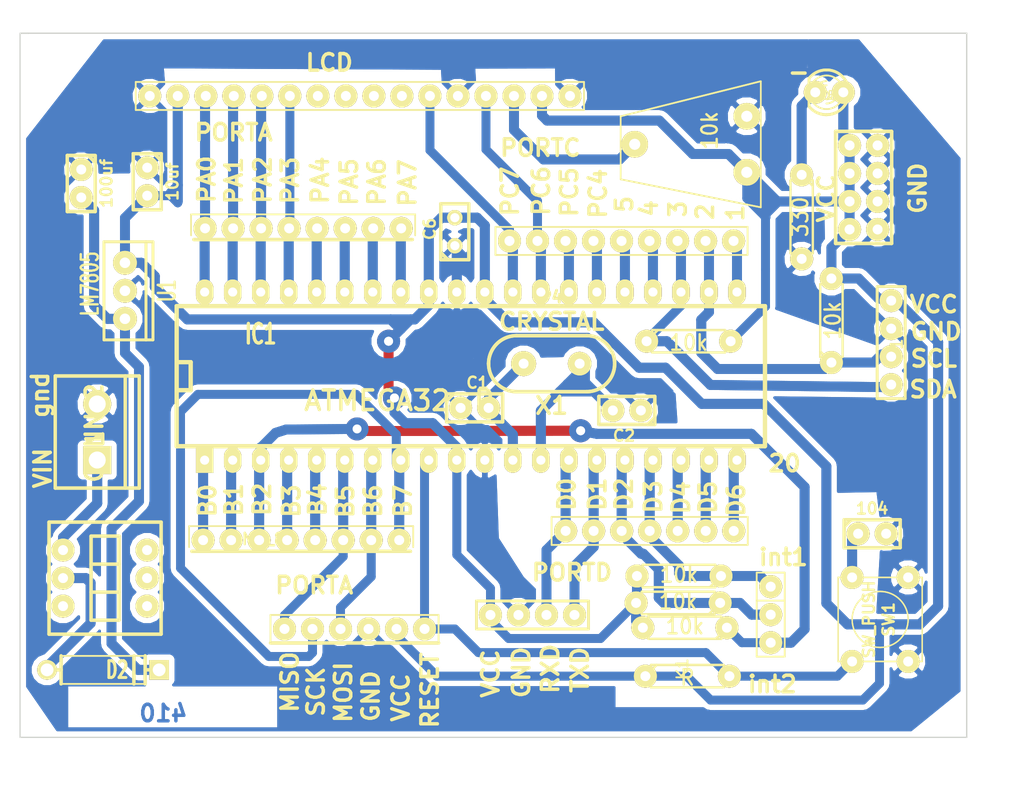
<source format=kicad_pcb>
(kicad_pcb (version 3) (host pcbnew "(2013-07-07 BZR 4022)-stable")
  (layers (15 F.Cu signal) (0 B.Cu signal) (18 B.Paste user) (19 F.Paste user) (20 B.SilkS user) (21 F.SilkS user) (22 B.Mask user) (23 F.Mask user) (28 Edge.Cuts user))
  (net 0 "")
  (net 1 /D4)
  (net 2 /D5)
  (net 3 /D6)
  (net 4 /D7)
  (net 5 /a)
  (net 6 /e)
  (net 7 /int0)
  (net 8 /int1)
  (net 9 /int2)
  (net 10 /miso)
  (net 11 /mosi)
  (net 12 /oc1a)
  (net 13 /oc1b)
  (net 14 /reset)
  (net 15 /rs)
  (net 16 /rxd)
  (net 17 /sck)
  (net 18 /scl)
  (net 19 /sda)
  (net 20 /txd)
  (net 21 /vcc)
  (net 22 /vee)
  (net 23 /vin)
  (net 24 /vinn)
  (net 25 N-0000017)
  (net 26 N-0000026)
  (net 27 N-0000027)
  (net 28 N-0000028)
  (net 29 N-0000029)
  (net 30 N-0000030)
  (net 31 N-0000031)
  (net 32 N-0000036)
  (net 33 N-0000037)
  (net 34 N-0000038)
  (net 35 N-0000039)
  (net 36 N-0000040)
  (net 37 N-0000041)
  (net 38 N-0000042)
  (net 39 N-0000043)
  (net 40 N-0000048)
  (net 41 N-000007)
  (net 42 gnd)
  (module HC-49V (layer F.Cu) (at 96.4819 82.6262 180)
    (fp_text reference X1 (at 0 -3.81 180) (layer F.SilkS) (effects (font (size 1.524 1.524) (thickness 0.3048))))
    (fp_text value CRYSTAL (at 0 3.81 180) (layer F.SilkS) (effects (font (size 1.524 1.524) (thickness 0.3048))))
    (pad 1 thru_hole circle (at -2.54 0 180) (size 2.1336 2.1336) (drill 0.889) (layers *.Cu *.Mask F.SilkS) (net 26 N-0000026))
    (pad 2 thru_hole circle (at 2.54 0 180) (size 2.2606 2.2606) (drill 0.889) (layers *.Cu *.Mask F.SilkS) (net 27 N-0000027))
  )
  (module C1 (layer F.Cu) (at 87.7062 70.6628 90)
    (fp_text reference C6 (at 0.254 -2.286 90) (layer F.SilkS) (effects (font (size 1.016 1.016) (thickness 0.2032))))
    (fp_text value 104pf_avcc hide)
    (pad 1 thru_hole circle (at -1.27 0 90) (size 1.397 1.397) (drill 0.8128) (layers *.Cu *.Mask F.SilkS) (net 42 gnd))
    (pad 2 thru_hole circle (at 1.27 0 90) (size 1.397 1.397) (drill 0.8128) (layers *.Cu *.Mask F.SilkS) (net 21 /vcc))
  )
  (module PIN_ARRAY_20X2 (layer F.Cu) (at 84.1756 57.0865)
    (fp_text reference P8 hide)
    (fp_text value CONN_17 hide)
    (pad 1 thru_hole circle (at 13.97 1.27) (size 2.0828 2.0828) (drill 0.889) (layers *.Cu *.Mask F.SilkS) (net 42 gnd))
    (pad 2 thru_hole circle (at 11.43 1.27) (size 2.0828 2.0828) (drill 0.889) (layers *.Cu *.Mask F.SilkS) (net 21 /vcc))
    (pad 11 thru_hole circle (at -11.43 1.27) (size 2.0828 2.0828) (drill 0.889) (layers *.Cu *.Mask F.SilkS) (net 1 /D4))
    (pad 4 thru_hole circle (at 6.35 1.27) (size 2.0828 2.0828) (drill 0.889) (layers *.Cu *.Mask F.SilkS) (net 15 /rs))
    (pad 13 thru_hole circle (at -16.51 1.27) (size 2.0828 2.0828) (drill 0.889) (layers *.Cu *.Mask F.SilkS) (net 3 /D6))
    (pad 6 thru_hole circle (at 1.27 1.27) (size 2.0828 2.0828) (drill 0.889) (layers *.Cu *.Mask F.SilkS) (net 6 /e))
    (pad 15 thru_hole circle (at -21.59 1.27) (size 2.0828 2.0828) (drill 0.889) (layers *.Cu *.Mask F.SilkS) (net 21 /vcc))
    (pad 8 thru_hole circle (at -3.81 1.27) (size 2.0828 2.0828) (drill 0.889) (layers *.Cu *.Mask F.SilkS))
    (pad 10 thru_hole circle (at -8.89 1.27) (size 2.0828 2.0828) (drill 0.889) (layers *.Cu *.Mask F.SilkS))
    (pad 12 thru_hole circle (at -13.97 1.27) (size 2.0828 2.0828) (drill 0.889) (layers *.Cu *.Mask F.SilkS) (net 2 /D5))
    (pad 14 thru_hole circle (at -19.05 1.27) (size 2.0828 2.0828) (drill 0.889) (layers *.Cu *.Mask F.SilkS) (net 4 /D7))
    (pad 16 thru_hole circle (at -24.13 1.27) (size 2.0828 2.0828) (drill 0.889) (layers *.Cu *.Mask F.SilkS) (net 42 gnd))
    (pad 3 thru_hole circle (at 8.89 1.27) (size 2.0828 2.0828) (drill 0.889) (layers *.Cu *.Mask F.SilkS) (net 22 /vee))
    (pad 5 thru_hole circle (at 3.81 1.27) (size 2.0828 2.0828) (drill 0.889) (layers *.Cu *.Mask F.SilkS) (net 42 gnd))
    (pad 7 thru_hole circle (at -1.27 1.27) (size 2.0828 2.0828) (drill 0.889) (layers *.Cu *.Mask F.SilkS))
    (pad 9 thru_hole circle (at -6.35 1.27) (size 2.0828 2.0828) (drill 0.889) (layers *.Cu *.Mask F.SilkS))
  )
  (module LM78XXV (layer F.Cu) (at 57.7977 76.0222)
    (fp_text reference U1 (at 3.81 0 90) (layer F.SilkS) (effects (font (size 1.524 1.016) (thickness 0.2032))))
    (fp_text value LM7805 (at -3.175 -0.635 90) (layer F.SilkS) (effects (font (size 1.524 1.016) (thickness 0.2032))))
    (pad VI thru_hole circle (at 0 2.54) (size 2.159 2.159) (drill 0.9398) (layers *.Cu *.Mask F.SilkS) (net 23 /vin))
    (pad GND thru_hole circle (at 0 0) (size 2.159 2.159) (drill 0.9398) (layers *.Cu *.Mask F.SilkS) (net 42 gnd))
    (pad VO thru_hole circle (at 0 -2.54) (size 2.159 2.159) (drill 0.9398) (layers *.Cu *.Mask F.SilkS) (net 21 /vcc))
  )
  (module RV2 (layer F.Cu) (at 112.903 62.738 90)
    (fp_text reference RV1 hide)
    (fp_text value 10k (at 1.2446 -2.0955 90) (layer F.SilkS) (effects (font (size 1.397 1.27) (thickness 0.2032))))
    (pad 1 thru_hole circle (at -2.54 1.27 90) (size 2.413 2.413) (drill 0.9906) (layers *.Cu *.Mask F.SilkS) (net 21 /vcc))
    (pad 2 thru_hole circle (at 0 -8.89 90) (size 2.413 2.413) (drill 0.9906) (layers *.Cu *.Mask F.SilkS) (net 22 /vee))
    (pad 3 thru_hole circle (at 2.54 1.27 90) (size 2.413 2.413) (drill 0.9906) (layers *.Cu *.Mask F.SilkS) (net 42 gnd))
  )
  (module pin_array_12x2 (layer F.Cu) (at 96.4692 72.771 180)
    (fp_text reference P4 (at 0 -3.81 180) (layer F.SilkS) (effects (font (size 1.016 1.016) (thickness 0.27432))))
    (fp_text value CONN_9 hide)
    (pad 1 thru_hole circle (at -13.97 1.27 180) (size 2.0828 2.0828) (drill 0.889) (layers *.Cu *.Mask F.SilkS) (net 18 /scl))
    (pad 2 thru_hole circle (at -11.43 1.27 180) (size 2.0828 2.0828) (drill 0.889) (layers *.Cu *.Mask F.SilkS) (net 19 /sda))
    (pad 3 thru_hole circle (at -8.89 1.27 180) (size 2.0828 2.0828) (drill 0.889) (layers *.Cu *.Mask F.SilkS) (net 37 N-0000041))
    (pad 4 thru_hole circle (at -6.35 1.27 180) (size 2.0828 2.0828) (drill 0.889) (layers *.Cu *.Mask F.SilkS) (net 35 N-0000039))
    (pad 5 thru_hole circle (at -3.81 1.27 180) (size 2.0828 2.0828) (drill 0.889) (layers *.Cu *.Mask F.SilkS) (net 34 N-0000038))
    (pad 6 thru_hole circle (at -1.27 1.27 180) (size 2.0828 2.0828) (drill 0.889) (layers *.Cu *.Mask F.SilkS) (net 32 N-0000036))
    (pad 7 thru_hole circle (at 1.27 1.27 180) (size 2.0828 2.0828) (drill 0.889) (layers *.Cu *.Mask F.SilkS) (net 15 /rs))
    (pad 8 thru_hole circle (at 3.81 1.27 180) (size 2.0828 2.0828) (drill 0.889) (layers *.Cu *.Mask F.SilkS) (net 6 /e))
    (pad 9 thru_hole circle (at -16.51 1.27 180) (size 2.0828 2.0828) (drill 0.889) (layers *.Cu *.Mask F.SilkS) (net 5 /a))
  )
  (module pin_array_8x2 (layer F.Cu) (at 106.6419 96.52)
    (fp_text reference P5 hide)
    (fp_text value CONN_8 hide)
    (pad 1 thru_hole circle (at -8.89 1.27) (size 2.0828 2.0828) (drill 0.889) (layers *.Cu *.Mask F.SilkS) (net 16 /rxd))
    (pad 2 thru_hole circle (at -6.35 1.27) (size 2.0828 2.0828) (drill 0.889) (layers *.Cu *.Mask F.SilkS) (net 20 /txd))
    (pad 3 thru_hole circle (at -3.81 1.27) (size 2.0828 2.0828) (drill 0.889) (layers *.Cu *.Mask F.SilkS) (net 7 /int0))
    (pad 4 thru_hole circle (at -1.27 1.27) (size 2.0828 2.0828) (drill 0.889) (layers *.Cu *.Mask F.SilkS) (net 8 /int1))
    (pad 5 thru_hole circle (at 1.27 1.27) (size 2.0828 2.0828) (drill 0.889) (layers *.Cu *.Mask F.SilkS) (net 13 /oc1b))
    (pad 6 thru_hole circle (at 3.81 1.27) (size 2.0828 2.0828) (drill 0.889) (layers *.Cu *.Mask F.SilkS) (net 12 /oc1a))
    (pad 7 thru_hole circle (at 6.35 1.27) (size 2.0828 2.0828) (drill 0.889) (layers *.Cu *.Mask F.SilkS) (net 28 N-0000028))
  )
  (module pin_array_8x2 (layer F.Cu) (at 73.9521 69.088)
    (fp_text reference P2 hide)
    (fp_text value CONN_8 hide)
    (pad 1 thru_hole circle (at -8.89 1.27) (size 2.0828 2.0828) (drill 0.889) (layers *.Cu *.Mask F.SilkS) (net 4 /D7))
    (pad 2 thru_hole circle (at -6.35 1.27) (size 2.0828 2.0828) (drill 0.889) (layers *.Cu *.Mask F.SilkS) (net 3 /D6))
    (pad 3 thru_hole circle (at -3.81 1.27) (size 2.0828 2.0828) (drill 0.889) (layers *.Cu *.Mask F.SilkS) (net 2 /D5))
    (pad 4 thru_hole circle (at -1.27 1.27) (size 2.0828 2.0828) (drill 0.889) (layers *.Cu *.Mask F.SilkS) (net 1 /D4))
    (pad 5 thru_hole circle (at 1.27 1.27) (size 2.0828 2.0828) (drill 0.889) (layers *.Cu *.Mask F.SilkS) (net 33 N-0000037))
    (pad 6 thru_hole circle (at 3.81 1.27) (size 2.0828 2.0828) (drill 0.889) (layers *.Cu *.Mask F.SilkS) (net 40 N-0000048))
    (pad 7 thru_hole circle (at 6.35 1.27) (size 2.0828 2.0828) (drill 0.889) (layers *.Cu *.Mask F.SilkS) (net 36 N-0000040))
    (pad 8 thru_hole circle (at 8.89 1.27) (size 2.0828 2.0828) (drill 0.889) (layers *.Cu *.Mask F.SilkS) (net 38 N-0000042))
  )
  (module pin_array_8x2 (layer F.Cu) (at 73.7743 97.3582)
    (fp_text reference P3 hide)
    (fp_text value CONN_8 (at -4.4577 1.1684) (layer F.SilkS) (effects (font (size 1.016 1.016) (thickness 0.2032))))
    (pad 1 thru_hole circle (at -8.89 1.27) (size 2.0828 2.0828) (drill 0.889) (layers *.Cu *.Mask F.SilkS) (net 39 N-0000043))
    (pad 2 thru_hole circle (at -6.35 1.27) (size 2.0828 2.0828) (drill 0.889) (layers *.Cu *.Mask F.SilkS) (net 31 N-0000031))
    (pad 3 thru_hole circle (at -3.81 1.27) (size 2.0828 2.0828) (drill 0.889) (layers *.Cu *.Mask F.SilkS) (net 9 /int2))
    (pad 4 thru_hole circle (at -1.27 1.27) (size 2.0828 2.0828) (drill 0.889) (layers *.Cu *.Mask F.SilkS) (net 30 N-0000030))
    (pad 5 thru_hole circle (at 1.27 1.27) (size 2.0828 2.0828) (drill 0.889) (layers *.Cu *.Mask F.SilkS) (net 29 N-0000029))
    (pad 6 thru_hole circle (at 3.81 1.27) (size 2.0828 2.0828) (drill 0.889) (layers *.Cu *.Mask F.SilkS) (net 11 /mosi))
    (pad 7 thru_hole circle (at 6.35 1.27) (size 2.0828 2.0828) (drill 0.889) (layers *.Cu *.Mask F.SilkS) (net 10 /miso))
    (pad 8 thru_hole circle (at 8.89 1.27) (size 2.0828 2.0828) (drill 0.889) (layers *.Cu *.Mask F.SilkS) (net 17 /sck))
  )
  (module SW_PUSH_SMALL (layer F.Cu) (at 126.2634 105.8164 270)
    (fp_text reference SW1 (at 0 -0.762 270) (layer F.SilkS) (effects (font (size 1.016 1.016) (thickness 0.2032))))
    (fp_text value SW_PUSH (at 0 1.016 270) (layer F.SilkS) (effects (font (size 1.016 1.016) (thickness 0.2032))))
    (pad 1 thru_hole circle (at 3.81 -2.54 270) (size 2.0828 2.0828) (drill 0.889) (layers *.Cu *.Mask F.SilkS) (net 42 gnd))
    (pad 2 thru_hole circle (at 3.81 2.54 270) (size 2.0828 2.0828) (drill 0.889) (layers *.Cu *.Mask F.SilkS) (net 14 /reset))
    (pad 1 thru_hole circle (at -3.81 -2.54 270) (size 2.0828 2.0828) (drill 0.889) (layers *.Cu *.Mask F.SilkS) (net 42 gnd))
    (pad 2 thru_hole circle (at -3.81 2.54 270) (size 2.0828 2.0828) (drill 0.889) (layers *.Cu *.Mask F.SilkS) (net 14 /reset))
  )
  (module pin_array_4x2 (layer F.Cu) (at 124.7648 66.6496 270)
    (fp_text reference P6 hide)
    (fp_text value CONN_4X2 hide)
    (pad 1 thru_hole circle (at -3.81 1.27 270) (size 2.0828 2.0828) (drill 0.889) (layers *.Cu *.Mask F.SilkS) (net 21 /vcc))
    (pad 2 thru_hole circle (at -3.81 -1.27 270) (size 2.0828 2.0828) (drill 0.889) (layers *.Cu *.Mask F.SilkS) (net 42 gnd))
    (pad 3 thru_hole circle (at -1.27 1.27 270) (size 2.0828 2.0828) (drill 0.889) (layers *.Cu *.Mask F.SilkS) (net 21 /vcc))
    (pad 4 thru_hole circle (at -1.27 -1.27 270) (size 2.0828 2.0828) (drill 0.889) (layers *.Cu *.Mask F.SilkS) (net 42 gnd))
    (pad 5 thru_hole circle (at 1.27 1.27 270) (size 2.0828 2.0828) (drill 0.889) (layers *.Cu *.Mask F.SilkS) (net 21 /vcc))
    (pad 6 thru_hole circle (at 1.27 -1.27 270) (size 2.0828 2.0828) (drill 0.889) (layers *.Cu *.Mask F.SilkS) (net 42 gnd))
    (pad 7 thru_hole circle (at 3.81 1.27 270) (size 2.0828 2.0828) (drill 0.889) (layers *.Cu *.Mask F.SilkS) (net 21 /vcc))
    (pad 8 thru_hole circle (at 3.81 -1.27 270) (size 2.0828 2.0828) (drill 0.889) (layers *.Cu *.Mask F.SilkS) (net 42 gnd))
  )
  (module PIN_ARRAY_4x1 (layer F.Cu) (at 94.742 105.41)
    (fp_text reference P7 hide)
    (fp_text value CONN_4 hide)
    (pad 1 thru_hole circle (at -3.81 0) (size 2.0828 2.0828) (drill 0.889) (layers *.Cu *.Mask F.SilkS) (net 21 /vcc))
    (pad 2 thru_hole circle (at -1.27 0) (size 2.0828 2.0828) (drill 0.889) (layers *.Cu *.Mask F.SilkS) (net 42 gnd))
    (pad 3 thru_hole circle (at 1.27 0) (size 2.0828 2.0828) (drill 0.889) (layers *.Cu *.Mask F.SilkS) (net 16 /rxd))
    (pad 4 thru_hole circle (at 3.81 0) (size 2.0828 2.0828) (drill 0.889) (layers *.Cu *.Mask F.SilkS) (net 20 /txd))
  )
  (module LED-3MM (layer F.Cu) (at 121.6533 58.0263 180)
    (fp_text reference D1 (at -0.0381 -0.2667 180) (layer F.SilkS) (effects (font (size 0.762 0.762) (thickness 0.0889))))
    (fp_text value LED (at -0.2413 -0.2667 180) (layer F.SilkS) (effects (font (size 0.762 0.762) (thickness 0.0889))))
    (pad 1 thru_hole circle (at -1.27 0 180) (size 2.0828 2.0828) (drill 0.889) (layers *.Cu *.Mask F.SilkS) (net 21 /vcc))
    (pad 2 thru_hole circle (at 1.27 0 180) (size 2.0828 2.0828) (drill 0.889) (layers *.Cu *.Mask F.SilkS) (net 41 N-000007))
  )
  (module DIP-40__600_ELL (layer F.Cu) (at 89.154 83.7565)
    (fp_text reference IC1 (at -19.05 -3.81) (layer F.SilkS) (effects (font (size 1.778 1.143) (thickness 0.3048))))
    (fp_text value ATMEGA32-P (at -6.4897 2.2225) (layer F.SilkS) (effects (font (size 1.778 1.778) (thickness 0.3048))))
    (pad 1 thru_hole rect (at -24.13 7.62) (size 1.5748 2.286) (drill 0.8128) (layers *.Cu *.Mask F.SilkS) (net 39 N-0000043))
    (pad 2 thru_hole oval (at -21.59 7.62) (size 1.5748 2.286) (drill 0.8128) (layers *.Cu *.Mask F.SilkS) (net 31 N-0000031))
    (pad 3 thru_hole oval (at -19.05 7.62) (size 1.5748 2.286) (drill 0.8128) (layers *.Cu *.Mask F.SilkS) (net 9 /int2))
    (pad 4 thru_hole oval (at -16.51 7.62) (size 1.5748 2.286) (drill 0.8128) (layers *.Cu *.Mask F.SilkS) (net 30 N-0000030))
    (pad 5 thru_hole oval (at -13.97 7.62) (size 1.5748 2.286) (drill 0.8128) (layers *.Cu *.Mask F.SilkS) (net 29 N-0000029))
    (pad 6 thru_hole oval (at -11.43 7.62) (size 1.5748 2.286) (drill 0.8128) (layers *.Cu *.Mask F.SilkS) (net 11 /mosi))
    (pad 7 thru_hole oval (at -8.89 7.62) (size 1.5748 2.286) (drill 0.8128) (layers *.Cu *.Mask F.SilkS) (net 10 /miso))
    (pad 8 thru_hole oval (at -6.35 7.62) (size 1.5748 2.286) (drill 0.8128) (layers *.Cu *.Mask F.SilkS) (net 17 /sck))
    (pad 9 thru_hole oval (at -3.81 7.62) (size 1.5748 2.286) (drill 0.8128) (layers *.Cu *.Mask F.SilkS) (net 14 /reset))
    (pad 10 thru_hole oval (at -1.27 7.62) (size 1.5748 2.286) (drill 0.8128) (layers *.Cu *.Mask F.SilkS) (net 21 /vcc))
    (pad 11 thru_hole oval (at 1.27 7.62) (size 1.5748 2.286) (drill 0.8128) (layers *.Cu *.Mask F.SilkS) (net 42 gnd))
    (pad 12 thru_hole oval (at 3.81 7.62) (size 1.5748 2.286) (drill 0.8128) (layers *.Cu *.Mask F.SilkS) (net 27 N-0000027))
    (pad 13 thru_hole oval (at 6.35 7.62) (size 1.5748 2.286) (drill 0.8128) (layers *.Cu *.Mask F.SilkS) (net 26 N-0000026))
    (pad 14 thru_hole oval (at 8.89 7.62) (size 1.5748 2.286) (drill 0.8128) (layers *.Cu *.Mask F.SilkS) (net 16 /rxd))
    (pad 15 thru_hole oval (at 11.43 7.62) (size 1.5748 2.286) (drill 0.8128) (layers *.Cu *.Mask F.SilkS) (net 20 /txd))
    (pad 16 thru_hole oval (at 13.97 7.62) (size 1.5748 2.286) (drill 0.8128) (layers *.Cu *.Mask F.SilkS) (net 7 /int0))
    (pad 17 thru_hole oval (at 16.51 7.62) (size 1.5748 2.286) (drill 0.8128) (layers *.Cu *.Mask F.SilkS) (net 8 /int1))
    (pad 18 thru_hole oval (at 19.05 7.62) (size 1.5748 2.286) (drill 0.8128) (layers *.Cu *.Mask F.SilkS) (net 13 /oc1b))
    (pad 19 thru_hole oval (at 21.59 7.62) (size 1.5748 2.286) (drill 0.8128) (layers *.Cu *.Mask F.SilkS) (net 12 /oc1a))
    (pad 20 thru_hole oval (at 24.13 7.62) (size 1.5748 2.286) (drill 0.8128) (layers *.Cu *.Mask F.SilkS) (net 28 N-0000028))
    (pad 21 thru_hole oval (at 24.13 -7.62) (size 1.5748 2.286) (drill 0.8128) (layers *.Cu *.Mask F.SilkS) (net 5 /a))
    (pad 22 thru_hole oval (at 21.59 -7.62) (size 1.5748 2.286) (drill 0.8128) (layers *.Cu *.Mask F.SilkS) (net 18 /scl))
    (pad 23 thru_hole oval (at 19.05 -7.62) (size 1.5748 2.286) (drill 0.8128) (layers *.Cu *.Mask F.SilkS) (net 19 /sda))
    (pad 24 thru_hole oval (at 16.51 -7.62) (size 1.5748 2.286) (drill 0.8128) (layers *.Cu *.Mask F.SilkS) (net 37 N-0000041))
    (pad 25 thru_hole oval (at 13.97 -7.62) (size 1.5748 2.286) (drill 0.8128) (layers *.Cu *.Mask F.SilkS) (net 35 N-0000039))
    (pad 26 thru_hole oval (at 11.43 -7.62) (size 1.5748 2.286) (drill 0.8128) (layers *.Cu *.Mask F.SilkS) (net 34 N-0000038))
    (pad 27 thru_hole oval (at 8.89 -7.62) (size 1.5748 2.286) (drill 0.8128) (layers *.Cu *.Mask F.SilkS) (net 32 N-0000036))
    (pad 28 thru_hole oval (at 6.35 -7.62) (size 1.5748 2.286) (drill 0.8128) (layers *.Cu *.Mask F.SilkS) (net 15 /rs))
    (pad 29 thru_hole oval (at 3.81 -7.62) (size 1.5748 2.286) (drill 0.8128) (layers *.Cu *.Mask F.SilkS) (net 6 /e))
    (pad 30 thru_hole oval (at 1.27 -7.62) (size 1.5748 2.286) (drill 0.8128) (layers *.Cu *.Mask F.SilkS) (net 21 /vcc))
    (pad 31 thru_hole oval (at -1.27 -7.62) (size 1.5748 2.286) (drill 0.8128) (layers *.Cu *.Mask F.SilkS) (net 42 gnd))
    (pad 32 thru_hole oval (at -3.81 -7.62) (size 1.5748 2.286) (drill 0.8128) (layers *.Cu *.Mask F.SilkS) (net 21 /vcc))
    (pad 33 thru_hole oval (at -6.35 -7.62) (size 1.5748 2.286) (drill 0.8128) (layers *.Cu *.Mask F.SilkS) (net 38 N-0000042))
    (pad 34 thru_hole oval (at -8.89 -7.62) (size 1.5748 2.286) (drill 0.8128) (layers *.Cu *.Mask F.SilkS) (net 36 N-0000040))
    (pad 35 thru_hole oval (at -11.43 -7.62) (size 1.5748 2.286) (drill 0.8128) (layers *.Cu *.Mask F.SilkS) (net 40 N-0000048))
    (pad 36 thru_hole oval (at -13.97 -7.62) (size 1.5748 2.286) (drill 0.8128) (layers *.Cu *.Mask F.SilkS) (net 33 N-0000037))
    (pad 37 thru_hole oval (at -16.51 -7.62) (size 1.5748 2.286) (drill 0.8128) (layers *.Cu *.Mask F.SilkS) (net 1 /D4))
    (pad 38 thru_hole oval (at -19.05 -7.62) (size 1.5748 2.286) (drill 0.8128) (layers *.Cu *.Mask F.SilkS) (net 2 /D5))
    (pad 39 thru_hole oval (at -21.59 -7.62) (size 1.5748 2.286) (drill 0.8128) (layers *.Cu *.Mask F.SilkS) (net 3 /D6))
    (pad 40 thru_hole oval (at -24.13 -7.62) (size 1.5748 2.286) (drill 0.8128) (layers *.Cu *.Mask F.SilkS) (net 4 /D7))
  )
  (module C1 (layer F.Cu) (at 125.5395 98.044)
    (fp_text reference C3 hide)
    (fp_text value 104 (at 0 -2.286) (layer F.SilkS) (effects (font (size 1.016 1.016) (thickness 0.2032))))
    (pad 1 thru_hole circle (at -1.27 0) (size 2.0828 2.0828) (drill 0.889) (layers *.Cu *.Mask F.SilkS) (net 14 /reset))
    (pad 2 thru_hole circle (at 1.27 0) (size 2.0828 2.0828) (drill 0.889) (layers *.Cu *.Mask F.SilkS) (net 42 gnd))
  )
  (module C1 (layer F.Cu) (at 103.3018 86.868 180)
    (fp_text reference C2 (at 0.254 -2.286 180) (layer F.SilkS) (effects (font (size 1.016 1.016) (thickness 0.2032))))
    (fp_text value 22pf hide)
    (pad 1 thru_hole circle (at -1.27 0 180) (size 2.0828 2.0828) (drill 0.889) (layers *.Cu *.Mask F.SilkS) (net 42 gnd))
    (pad 2 thru_hole circle (at 1.27 0 180) (size 2.0828 2.0828) (drill 0.889) (layers *.Cu *.Mask F.SilkS) (net 26 N-0000026))
  )
  (module C1 (layer F.Cu) (at 89.4969 86.6394)
    (fp_text reference C1 (at 0.254 -2.286) (layer F.SilkS) (effects (font (size 1.016 1.016) (thickness 0.2032))))
    (fp_text value 22pf hide)
    (pad 1 thru_hole circle (at -1.27 0) (size 2.0828 2.0828) (drill 0.889) (layers *.Cu *.Mask F.SilkS) (net 42 gnd))
    (pad 2 thru_hole circle (at 1.27 0) (size 2.0828 2.0828) (drill 0.889) (layers *.Cu *.Mask F.SilkS) (net 27 N-0000027))
  )
  (module R3 (layer F.Cu) (at 108.0262 101.8794 180)
    (fp_text reference R6 hide)
    (fp_text value 10k (at 0 0.127 180) (layer F.SilkS) (effects (font (size 1.397 1.27) (thickness 0.2032))))
    (pad 1 thru_hole circle (at -3.81 0 180) (size 2.0828 2.0828) (drill 0.889) (layers *.Cu *.Mask F.SilkS) (net 8 /int1))
    (pad 2 thru_hole circle (at 3.81 0 180) (size 2.0828 2.0828) (drill 0.889) (layers *.Cu *.Mask F.SilkS) (net 21 /vcc))
  )
  (module R3 (layer F.Cu) (at 119.1514 69.3166 270)
    (fp_text reference R3 hide)
    (fp_text value 330 (at 0 0.127 270) (layer F.SilkS) (effects (font (size 1.397 1.27) (thickness 0.2032))))
    (pad 1 thru_hole circle (at -3.81 0 270) (size 2.0828 2.0828) (drill 0.889) (layers *.Cu *.Mask F.SilkS) (net 41 N-000007))
    (pad 2 thru_hole circle (at 3.81 0 270) (size 2.0828 2.0828) (drill 0.889) (layers *.Cu *.Mask F.SilkS) (net 42 gnd))
  )
  (module R3 (layer F.Cu) (at 108.7882 110.9599)
    (fp_text reference R1 hide)
    (fp_text value R (at 0 0.127) (layer F.SilkS) (effects (font (size 1.397 1.27) (thickness 0.2032))))
    (pad 1 thru_hole circle (at -3.81 0) (size 2.0828 2.0828) (drill 0.889) (layers *.Cu *.Mask F.SilkS) (net 21 /vcc))
    (pad 2 thru_hole circle (at 3.81 0) (size 2.0828 2.0828) (drill 0.889) (layers *.Cu *.Mask F.SilkS) (net 14 /reset))
  )
  (module R3 (layer F.Cu) (at 107.95 104.3178 180)
    (fp_text reference R5 hide)
    (fp_text value 10k (at 0 0.127 180) (layer F.SilkS) (effects (font (size 1.397 1.27) (thickness 0.2032))))
    (pad 1 thru_hole circle (at -3.81 0 180) (size 2.0828 2.0828) (drill 0.889) (layers *.Cu *.Mask F.SilkS) (net 7 /int0))
    (pad 2 thru_hole circle (at 3.81 0 180) (size 2.0828 2.0828) (drill 0.889) (layers *.Cu *.Mask F.SilkS) (net 21 /vcc))
  )
  (module R3 (layer F.Cu) (at 108.5596 106.5657 180)
    (fp_text reference R7 hide)
    (fp_text value 10k (at 0 0.127 180) (layer F.SilkS) (effects (font (size 1.397 1.27) (thickness 0.2032))))
    (pad 1 thru_hole circle (at -3.81 0 180) (size 2.0828 2.0828) (drill 0.889) (layers *.Cu *.Mask F.SilkS) (net 9 /int2))
    (pad 2 thru_hole circle (at 3.81 0 180) (size 2.0828 2.0828) (drill 0.889) (layers *.Cu *.Mask F.SilkS) (net 21 /vcc))
  )
  (module PIN_ARRAY_3X1 (layer F.Cu) (at 116.3447 105.3846 270)
    (fp_text reference K1 (at 4.9276 8.0137 270) (layer F.SilkS) (effects (font (size 1.016 1.016) (thickness 0.1524))))
    (fp_text value CONN_3 hide)
    (pad 1 thru_hole circle (at -2.54 0 270) (size 2.0828 2.0828) (drill 0.889) (layers *.Cu *.Mask F.SilkS) (net 8 /int1))
    (pad 2 thru_hole circle (at 0 0 270) (size 2.0828 2.0828) (drill 0.889) (layers *.Cu *.Mask F.SilkS) (net 7 /int0))
    (pad 3 thru_hole circle (at 2.54 0 270) (size 2.0828 2.0828) (drill 0.889) (layers *.Cu *.Mask F.SilkS) (net 9 /int2))
  )
  (module bornier2 (layer F.Cu) (at 55.2831 88.8238 90)
    (fp_text reference P1 (at -1.3716 -0.1905 90) (layer F.SilkS) (effects (font (size 1.524 1.524) (thickness 0.3048))))
    (fp_text value CONN_2 (at -0.0889 -0.2667 90) (layer F.SilkS) (effects (font (size 1.524 1.524) (thickness 0.3048))))
    (pad 1 thru_hole rect (at -2.54 0 90) (size 2.54 2.54) (drill 1.524) (layers *.Cu *.Mask F.SilkS) (net 24 /vinn))
    (pad 2 thru_hole circle (at 2.54 0 90) (size 2.54 2.54) (drill 1.524) (layers *.Cu *.Mask F.SilkS) (net 42 gnd))
  )
  (module swdip3 (layer F.Cu) (at 55.9943 102.0699 270)
    (fp_text reference SW2 hide)
    (fp_text value SW_PUSH hide)
    (pad 1 thru_hole circle (at -2.54 3.81 270) (size 2.0828 2.0828) (drill 0.889) (layers *.Cu *.Mask F.SilkS) (net 24 /vinn))
    (pad 2 thru_hole circle (at 0 3.81 270) (size 2.0828 2.0828) (drill 0.889) (layers *.Cu *.Mask F.SilkS) (net 25 N-0000017))
    (pad 3 thru_hole circle (at 2.54 3.81 270) (size 2.0828 2.0828) (drill 0.889) (layers *.Cu *.Mask F.SilkS))
    (pad 4 thru_hole circle (at 2.54 -3.81 270) (size 2.0828 2.0828) (drill 0.889) (layers *.Cu *.Mask F.SilkS))
    (pad 5 thru_hole circle (at 0 -3.81 270) (size 2.0828 2.0828) (drill 0.889) (layers *.Cu *.Mask F.SilkS))
    (pad 6 thru_hole circle (at -2.54 -3.81 270) (size 2.0828 2.0828) (drill 0.889) (layers *.Cu *.Mask F.SilkS))
  )
  (module R3 (layer F.Cu) (at 108.9025 80.5942)
    (fp_text reference R8 hide)
    (fp_text value 10k (at 0 0.127) (layer F.SilkS) (effects (font (size 1.397 1.27) (thickness 0.2032))))
    (pad 1 thru_hole circle (at -3.81 0) (size 2.0828 2.0828) (drill 0.889) (layers *.Cu *.Mask F.SilkS) (net 19 /sda))
    (pad 2 thru_hole circle (at 3.81 0) (size 2.0828 2.0828) (drill 0.889) (layers *.Cu *.Mask F.SilkS) (net 21 /vcc))
  )
  (module R3 (layer F.Cu) (at 121.8438 78.7146 90)
    (fp_text reference R9 hide)
    (fp_text value 10k (at 0 0.127 90) (layer F.SilkS) (effects (font (size 1.397 1.27) (thickness 0.2032))))
    (pad 1 thru_hole circle (at -3.81 0 90) (size 2.0828 2.0828) (drill 0.889) (layers *.Cu *.Mask F.SilkS) (net 18 /scl))
    (pad 2 thru_hole circle (at 3.81 0 90) (size 2.0828 2.0828) (drill 0.889) (layers *.Cu *.Mask F.SilkS) (net 21 /vcc))
  )
  (module PIN_ARRAY_4x1 (layer F.Cu) (at 127.2667 80.7212 270)
    (fp_text reference P10 (at 0.1651 -0.508 270) (layer F.SilkS) (effects (font (size 1.016 1.016) (thickness 0.2032))))
    (fp_text value CONN_4 hide)
    (pad 1 thru_hole circle (at -3.81 0 270) (size 2.0828 2.0828) (drill 0.889) (layers *.Cu *.Mask F.SilkS) (net 21 /vcc))
    (pad 2 thru_hole circle (at -1.27 0 270) (size 2.0828 2.0828) (drill 0.889) (layers *.Cu *.Mask F.SilkS) (net 42 gnd))
    (pad 3 thru_hole circle (at 1.27 0 270) (size 2.0828 2.0828) (drill 0.889) (layers *.Cu *.Mask F.SilkS) (net 18 /scl))
    (pad 4 thru_hole circle (at 3.81 0 270) (size 2.0828 2.0828) (drill 0.889) (layers *.Cu *.Mask F.SilkS) (net 19 /sda))
  )
  (module C1 (layer F.Cu) (at 53.8353 66.294 270)
    (fp_text reference C4 hide)
    (fp_text value 100uf (at 0 -2.286 270) (layer F.SilkS) (effects (font (size 1.016 1.016) (thickness 0.2032))))
    (pad 1 thru_hole circle (at -1.27 0 270) (size 2.0828 2.0828) (drill 0.889) (layers *.Cu *.Mask F.SilkS) (net 42 gnd))
    (pad 2 thru_hole circle (at 1.27 0 270) (size 2.0828 2.0828) (drill 0.889) (layers *.Cu *.Mask F.SilkS) (net 23 /vin))
  )
  (module C1 (layer F.Cu) (at 59.817 66.1289 270)
    (fp_text reference C5 hide)
    (fp_text value 10uf (at 0 -2.286 270) (layer F.SilkS) (effects (font (size 1.016 1.016) (thickness 0.2032))))
    (pad 1 thru_hole circle (at -1.27 0 270) (size 2.0828 2.0828) (drill 0.889) (layers *.Cu *.Mask F.SilkS) (net 42 gnd))
    (pad 2 thru_hole circle (at 1.27 0 270) (size 2.0828 2.0828) (drill 0.889) (layers *.Cu *.Mask F.SilkS) (net 21 /vcc))
  )
  (module pin_array_6x2 (layer F.Cu) (at 78.613 105.41)
    (fp_text reference P9 hide)
    (fp_text value CONN_6 hide)
    (pad 1 thru_hole circle (at 6.35 1.27) (size 2.0828 2.0828) (drill 0.889) (layers *.Cu *.Mask F.SilkS) (net 14 /reset))
    (pad 2 thru_hole circle (at 3.81 1.27) (size 2.0828 2.0828) (drill 0.889) (layers *.Cu *.Mask F.SilkS) (net 21 /vcc))
    (pad 3 thru_hole circle (at 1.27 1.27) (size 2.0828 2.0828) (drill 0.889) (layers *.Cu *.Mask F.SilkS) (net 42 gnd))
    (pad 4 thru_hole circle (at -1.27 1.27) (size 2.0828 2.0828) (drill 0.889) (layers *.Cu *.Mask F.SilkS) (net 10 /miso))
    (pad 5 thru_hole circle (at -3.81 1.27) (size 2.0828 2.0828) (drill 0.889) (layers *.Cu *.Mask F.SilkS) (net 17 /sck))
    (pad 6 thru_hole circle (at -6.35 1.27) (size 2.0828 2.0828) (drill 0.889) (layers *.Cu *.Mask F.SilkS) (net 11 /mosi))
  )
  (module D5 (layer F.Cu) (at 57.0865 110.3884)
    (fp_text reference D2 (at 0 0) (layer F.SilkS) (effects (font (size 1.524 1.016) (thickness 0.3048))))
    (fp_text value DIODE hide)
    (pad 1 thru_hole circle (at -6.35 0) (size 1.778 1.778) (drill 1.143) (layers *.Cu *.Mask F.SilkS) (net 25 N-0000017))
    (pad 2 thru_hole rect (at 3.81 0) (size 1.778 1.778) (drill 1.143) (layers *.Cu *.Mask F.SilkS) (net 23 /vin))
  )
  (module D5 (layer F.Cu) (at 57.0865 110.3884)
    (fp_text reference D2 (at 0 0) (layer F.SilkS) (effects (font (size 1.524 1.016) (thickness 0.3048))))
    (fp_text value DIODE hide)
    (pad 1 thru_hole circle (at -6.35 0) (size 1.778 1.778) (drill 1.143) (layers *.Cu *.Mask F.SilkS) (net 25 N-0000017))
    (pad 2 thru_hole rect (at 3.81 0) (size 1.778 1.778) (drill 1.143) (layers *.Cu *.Mask F.SilkS) (net 23 /vin))
  )
  (module pin_array_6x2 (layer F.Cu) (at 78.613 105.41)
    (fp_text reference P9 hide)
    (fp_text value CONN_6 hide)
    (pad 1 thru_hole circle (at 6.35 1.27) (size 2.0828 2.0828) (drill 0.889) (layers *.Cu *.Mask F.SilkS) (net 14 /reset))
    (pad 2 thru_hole circle (at 3.81 1.27) (size 2.0828 2.0828) (drill 0.889) (layers *.Cu *.Mask F.SilkS) (net 21 /vcc))
    (pad 3 thru_hole circle (at 1.27 1.27) (size 2.0828 2.0828) (drill 0.889) (layers *.Cu *.Mask F.SilkS) (net 42 gnd))
    (pad 4 thru_hole circle (at -1.27 1.27) (size 2.0828 2.0828) (drill 0.889) (layers *.Cu *.Mask F.SilkS) (net 10 /miso))
    (pad 5 thru_hole circle (at -3.81 1.27) (size 2.0828 2.0828) (drill 0.889) (layers *.Cu *.Mask F.SilkS) (net 17 /sck))
    (pad 6 thru_hole circle (at -6.35 1.27) (size 2.0828 2.0828) (drill 0.889) (layers *.Cu *.Mask F.SilkS) (net 11 /mosi))
  )
  (module C1 (layer F.Cu) (at 59.817 66.1289 270)
    (fp_text reference C5 hide)
    (fp_text value 10uf (at 0 -2.286 270) (layer F.SilkS) (effects (font (size 1.016 1.016) (thickness 0.2032))))
    (pad 1 thru_hole circle (at -1.27 0 270) (size 2.0828 2.0828) (drill 0.889) (layers *.Cu *.Mask F.SilkS) (net 42 gnd))
    (pad 2 thru_hole circle (at 1.27 0 270) (size 2.0828 2.0828) (drill 0.889) (layers *.Cu *.Mask F.SilkS) (net 21 /vcc))
  )
  (module C1 (layer F.Cu) (at 53.8353 66.294 270)
    (fp_text reference C4 hide)
    (fp_text value 100uf (at 0 -2.286 270) (layer F.SilkS) (effects (font (size 1.016 1.016) (thickness 0.2032))))
    (pad 1 thru_hole circle (at -1.27 0 270) (size 2.0828 2.0828) (drill 0.889) (layers *.Cu *.Mask F.SilkS) (net 42 gnd))
    (pad 2 thru_hole circle (at 1.27 0 270) (size 2.0828 2.0828) (drill 0.889) (layers *.Cu *.Mask F.SilkS) (net 23 /vin))
  )
  (module PIN_ARRAY_4x1 (layer F.Cu) (at 127.2667 80.7212 270)
    (fp_text reference P10 (at 0.1651 -0.508 270) (layer F.SilkS) (effects (font (size 1.016 1.016) (thickness 0.2032))))
    (fp_text value CONN_4 hide)
    (pad 1 thru_hole circle (at -3.81 0 270) (size 2.0828 2.0828) (drill 0.889) (layers *.Cu *.Mask F.SilkS) (net 21 /vcc))
    (pad 2 thru_hole circle (at -1.27 0 270) (size 2.0828 2.0828) (drill 0.889) (layers *.Cu *.Mask F.SilkS) (net 42 gnd))
    (pad 3 thru_hole circle (at 1.27 0 270) (size 2.0828 2.0828) (drill 0.889) (layers *.Cu *.Mask F.SilkS) (net 18 /scl))
    (pad 4 thru_hole circle (at 3.81 0 270) (size 2.0828 2.0828) (drill 0.889) (layers *.Cu *.Mask F.SilkS) (net 19 /sda))
  )
  (module R3 (layer F.Cu) (at 121.8438 78.7146 90)
    (fp_text reference R9 hide)
    (fp_text value 10k (at 0 0.127 90) (layer F.SilkS) (effects (font (size 1.397 1.27) (thickness 0.2032))))
    (pad 1 thru_hole circle (at -3.81 0 90) (size 2.0828 2.0828) (drill 0.889) (layers *.Cu *.Mask F.SilkS) (net 18 /scl))
    (pad 2 thru_hole circle (at 3.81 0 90) (size 2.0828 2.0828) (drill 0.889) (layers *.Cu *.Mask F.SilkS) (net 21 /vcc))
  )
  (module R3 (layer F.Cu) (at 108.9025 80.5942)
    (fp_text reference R8 hide)
    (fp_text value 10k (at 0 0.127) (layer F.SilkS) (effects (font (size 1.397 1.27) (thickness 0.2032))))
    (pad 1 thru_hole circle (at -3.81 0) (size 2.0828 2.0828) (drill 0.889) (layers *.Cu *.Mask F.SilkS) (net 19 /sda))
    (pad 2 thru_hole circle (at 3.81 0) (size 2.0828 2.0828) (drill 0.889) (layers *.Cu *.Mask F.SilkS) (net 21 /vcc))
  )
  (module swdip3 (layer F.Cu) (at 55.9943 102.0699 270)
    (fp_text reference SW2 hide)
    (fp_text value SW_PUSH hide)
    (pad 1 thru_hole circle (at -2.54 3.81 270) (size 2.0828 2.0828) (drill 0.889) (layers *.Cu *.Mask F.SilkS) (net 24 /vinn))
    (pad 2 thru_hole circle (at 0 3.81 270) (size 2.0828 2.0828) (drill 0.889) (layers *.Cu *.Mask F.SilkS) (net 25 N-0000017))
    (pad 3 thru_hole circle (at 2.54 3.81 270) (size 2.0828 2.0828) (drill 0.889) (layers *.Cu *.Mask F.SilkS))
    (pad 4 thru_hole circle (at 2.54 -3.81 270) (size 2.0828 2.0828) (drill 0.889) (layers *.Cu *.Mask F.SilkS))
    (pad 5 thru_hole circle (at 0 -3.81 270) (size 2.0828 2.0828) (drill 0.889) (layers *.Cu *.Mask F.SilkS))
    (pad 6 thru_hole circle (at -2.54 -3.81 270) (size 2.0828 2.0828) (drill 0.889) (layers *.Cu *.Mask F.SilkS))
  )
  (module bornier2 (layer F.Cu) (at 55.2831 88.8238 90)
    (fp_text reference P1 (at -1.3716 -0.1905 90) (layer F.SilkS) (effects (font (size 1.524 1.524) (thickness 0.3048))))
    (fp_text value CONN_2 (at -0.0889 -0.2667 90) (layer F.SilkS) (effects (font (size 1.524 1.524) (thickness 0.3048))))
    (pad 1 thru_hole rect (at -2.54 0 90) (size 2.54 2.54) (drill 1.524) (layers *.Cu *.Mask F.SilkS) (net 24 /vinn))
    (pad 2 thru_hole circle (at 2.54 0 90) (size 2.54 2.54) (drill 1.524) (layers *.Cu *.Mask F.SilkS) (net 42 gnd))
  )
  (module PIN_ARRAY_3X1 (layer F.Cu) (at 116.3447 105.3846 270)
    (fp_text reference K1 (at 4.9276 8.0137 270) (layer F.SilkS) (effects (font (size 1.016 1.016) (thickness 0.1524))))
    (fp_text value CONN_3 hide)
    (pad 1 thru_hole circle (at -2.54 0 270) (size 2.0828 2.0828) (drill 0.889) (layers *.Cu *.Mask F.SilkS) (net 8 /int1))
    (pad 2 thru_hole circle (at 0 0 270) (size 2.0828 2.0828) (drill 0.889) (layers *.Cu *.Mask F.SilkS) (net 7 /int0))
    (pad 3 thru_hole circle (at 2.54 0 270) (size 2.0828 2.0828) (drill 0.889) (layers *.Cu *.Mask F.SilkS) (net 9 /int2))
  )
  (module R3 (layer F.Cu) (at 108.5596 106.5657 180)
    (fp_text reference R7 hide)
    (fp_text value 10k (at 0 0.127 180) (layer F.SilkS) (effects (font (size 1.397 1.27) (thickness 0.2032))))
    (pad 1 thru_hole circle (at -3.81 0 180) (size 2.0828 2.0828) (drill 0.889) (layers *.Cu *.Mask F.SilkS) (net 9 /int2))
    (pad 2 thru_hole circle (at 3.81 0 180) (size 2.0828 2.0828) (drill 0.889) (layers *.Cu *.Mask F.SilkS) (net 21 /vcc))
  )
  (module R3 (layer F.Cu) (at 107.95 104.3178 180)
    (fp_text reference R5 hide)
    (fp_text value 10k (at 0 0.127 180) (layer F.SilkS) (effects (font (size 1.397 1.27) (thickness 0.2032))))
    (pad 1 thru_hole circle (at -3.81 0 180) (size 2.0828 2.0828) (drill 0.889) (layers *.Cu *.Mask F.SilkS) (net 7 /int0))
    (pad 2 thru_hole circle (at 3.81 0 180) (size 2.0828 2.0828) (drill 0.889) (layers *.Cu *.Mask F.SilkS) (net 21 /vcc))
  )
  (module R3 (layer F.Cu) (at 108.7882 110.9599)
    (fp_text reference R1 hide)
    (fp_text value R (at 0 0.127) (layer F.SilkS) (effects (font (size 1.397 1.27) (thickness 0.2032))))
    (pad 1 thru_hole circle (at -3.81 0) (size 2.0828 2.0828) (drill 0.889) (layers *.Cu *.Mask F.SilkS) (net 21 /vcc))
    (pad 2 thru_hole circle (at 3.81 0) (size 2.0828 2.0828) (drill 0.889) (layers *.Cu *.Mask F.SilkS) (net 14 /reset))
  )
  (module R3 (layer F.Cu) (at 119.1514 69.3166 270)
    (fp_text reference R3 hide)
    (fp_text value 330 (at 0 0.127 270) (layer F.SilkS) (effects (font (size 1.397 1.27) (thickness 0.2032))))
    (pad 1 thru_hole circle (at -3.81 0 270) (size 2.0828 2.0828) (drill 0.889) (layers *.Cu *.Mask F.SilkS) (net 41 N-000007))
    (pad 2 thru_hole circle (at 3.81 0 270) (size 2.0828 2.0828) (drill 0.889) (layers *.Cu *.Mask F.SilkS) (net 42 gnd))
  )
  (module R3 (layer F.Cu) (at 108.0262 101.8794 180)
    (fp_text reference R6 hide)
    (fp_text value 10k (at 0 0.127 180) (layer F.SilkS) (effects (font (size 1.397 1.27) (thickness 0.2032))))
    (pad 1 thru_hole circle (at -3.81 0 180) (size 2.0828 2.0828) (drill 0.889) (layers *.Cu *.Mask F.SilkS) (net 8 /int1))
    (pad 2 thru_hole circle (at 3.81 0 180) (size 2.0828 2.0828) (drill 0.889) (layers *.Cu *.Mask F.SilkS) (net 21 /vcc))
  )
  (module C1 (layer F.Cu) (at 89.4969 86.6394)
    (fp_text reference C1 (at 0.254 -2.286) (layer F.SilkS) (effects (font (size 1.016 1.016) (thickness 0.2032))))
    (fp_text value 22pf hide)
    (pad 1 thru_hole circle (at -1.27 0) (size 2.0828 2.0828) (drill 0.889) (layers *.Cu *.Mask F.SilkS) (net 42 gnd))
    (pad 2 thru_hole circle (at 1.27 0) (size 2.0828 2.0828) (drill 0.889) (layers *.Cu *.Mask F.SilkS) (net 27 N-0000027))
  )
  (module C1 (layer F.Cu) (at 103.3018 86.868 180)
    (fp_text reference C2 (at 0.254 -2.286 180) (layer F.SilkS) (effects (font (size 1.016 1.016) (thickness 0.2032))))
    (fp_text value 22pf hide)
    (pad 1 thru_hole circle (at -1.27 0 180) (size 2.0828 2.0828) (drill 0.889) (layers *.Cu *.Mask F.SilkS) (net 42 gnd))
    (pad 2 thru_hole circle (at 1.27 0 180) (size 2.0828 2.0828) (drill 0.889) (layers *.Cu *.Mask F.SilkS) (net 26 N-0000026))
  )
  (module C1 (layer F.Cu) (at 125.5395 98.044)
    (fp_text reference C3 hide)
    (fp_text value 104 (at 0 -2.286) (layer F.SilkS) (effects (font (size 1.016 1.016) (thickness 0.2032))))
    (pad 1 thru_hole circle (at -1.27 0) (size 2.0828 2.0828) (drill 0.889) (layers *.Cu *.Mask F.SilkS) (net 14 /reset))
    (pad 2 thru_hole circle (at 1.27 0) (size 2.0828 2.0828) (drill 0.889) (layers *.Cu *.Mask F.SilkS) (net 42 gnd))
  )
  (module DIP-40__600_ELL (layer F.Cu) (at 89.154 83.7565)
    (fp_text reference IC1 (at -19.05 -3.81) (layer F.SilkS) (effects (font (size 1.778 1.143) (thickness 0.3048))))
    (fp_text value ATMEGA32-P (at -6.4897 2.2225) (layer F.SilkS) (effects (font (size 1.778 1.778) (thickness 0.3048))))
    (pad 1 thru_hole rect (at -24.13 7.62) (size 1.5748 2.286) (drill 0.8128) (layers *.Cu *.Mask F.SilkS) (net 39 N-0000043))
    (pad 2 thru_hole oval (at -21.59 7.62) (size 1.5748 2.286) (drill 0.8128) (layers *.Cu *.Mask F.SilkS) (net 31 N-0000031))
    (pad 3 thru_hole oval (at -19.05 7.62) (size 1.5748 2.286) (drill 0.8128) (layers *.Cu *.Mask F.SilkS) (net 9 /int2))
    (pad 4 thru_hole oval (at -16.51 7.62) (size 1.5748 2.286) (drill 0.8128) (layers *.Cu *.Mask F.SilkS) (net 30 N-0000030))
    (pad 5 thru_hole oval (at -13.97 7.62) (size 1.5748 2.286) (drill 0.8128) (layers *.Cu *.Mask F.SilkS) (net 29 N-0000029))
    (pad 6 thru_hole oval (at -11.43 7.62) (size 1.5748 2.286) (drill 0.8128) (layers *.Cu *.Mask F.SilkS) (net 11 /mosi))
    (pad 7 thru_hole oval (at -8.89 7.62) (size 1.5748 2.286) (drill 0.8128) (layers *.Cu *.Mask F.SilkS) (net 10 /miso))
    (pad 8 thru_hole oval (at -6.35 7.62) (size 1.5748 2.286) (drill 0.8128) (layers *.Cu *.Mask F.SilkS) (net 17 /sck))
    (pad 9 thru_hole oval (at -3.81 7.62) (size 1.5748 2.286) (drill 0.8128) (layers *.Cu *.Mask F.SilkS) (net 14 /reset))
    (pad 10 thru_hole oval (at -1.27 7.62) (size 1.5748 2.286) (drill 0.8128) (layers *.Cu *.Mask F.SilkS) (net 21 /vcc))
    (pad 11 thru_hole oval (at 1.27 7.62) (size 1.5748 2.286) (drill 0.8128) (layers *.Cu *.Mask F.SilkS) (net 42 gnd))
    (pad 12 thru_hole oval (at 3.81 7.62) (size 1.5748 2.286) (drill 0.8128) (layers *.Cu *.Mask F.SilkS) (net 27 N-0000027))
    (pad 13 thru_hole oval (at 6.35 7.62) (size 1.5748 2.286) (drill 0.8128) (layers *.Cu *.Mask F.SilkS) (net 26 N-0000026))
    (pad 14 thru_hole oval (at 8.89 7.62) (size 1.5748 2.286) (drill 0.8128) (layers *.Cu *.Mask F.SilkS) (net 16 /rxd))
    (pad 15 thru_hole oval (at 11.43 7.62) (size 1.5748 2.286) (drill 0.8128) (layers *.Cu *.Mask F.SilkS) (net 20 /txd))
    (pad 16 thru_hole oval (at 13.97 7.62) (size 1.5748 2.286) (drill 0.8128) (layers *.Cu *.Mask F.SilkS) (net 7 /int0))
    (pad 17 thru_hole oval (at 16.51 7.62) (size 1.5748 2.286) (drill 0.8128) (layers *.Cu *.Mask F.SilkS) (net 8 /int1))
    (pad 18 thru_hole oval (at 19.05 7.62) (size 1.5748 2.286) (drill 0.8128) (layers *.Cu *.Mask F.SilkS) (net 13 /oc1b))
    (pad 19 thru_hole oval (at 21.59 7.62) (size 1.5748 2.286) (drill 0.8128) (layers *.Cu *.Mask F.SilkS) (net 12 /oc1a))
    (pad 20 thru_hole oval (at 24.13 7.62) (size 1.5748 2.286) (drill 0.8128) (layers *.Cu *.Mask F.SilkS) (net 28 N-0000028))
    (pad 21 thru_hole oval (at 24.13 -7.62) (size 1.5748 2.286) (drill 0.8128) (layers *.Cu *.Mask F.SilkS) (net 5 /a))
    (pad 22 thru_hole oval (at 21.59 -7.62) (size 1.5748 2.286) (drill 0.8128) (layers *.Cu *.Mask F.SilkS) (net 18 /scl))
    (pad 23 thru_hole oval (at 19.05 -7.62) (size 1.5748 2.286) (drill 0.8128) (layers *.Cu *.Mask F.SilkS) (net 19 /sda))
    (pad 24 thru_hole oval (at 16.51 -7.62) (size 1.5748 2.286) (drill 0.8128) (layers *.Cu *.Mask F.SilkS) (net 37 N-0000041))
    (pad 25 thru_hole oval (at 13.97 -7.62) (size 1.5748 2.286) (drill 0.8128) (layers *.Cu *.Mask F.SilkS) (net 35 N-0000039))
    (pad 26 thru_hole oval (at 11.43 -7.62) (size 1.5748 2.286) (drill 0.8128) (layers *.Cu *.Mask F.SilkS) (net 34 N-0000038))
    (pad 27 thru_hole oval (at 8.89 -7.62) (size 1.5748 2.286) (drill 0.8128) (layers *.Cu *.Mask F.SilkS) (net 32 N-0000036))
    (pad 28 thru_hole oval (at 6.35 -7.62) (size 1.5748 2.286) (drill 0.8128) (layers *.Cu *.Mask F.SilkS) (net 15 /rs))
    (pad 29 thru_hole oval (at 3.81 -7.62) (size 1.5748 2.286) (drill 0.8128) (layers *.Cu *.Mask F.SilkS) (net 6 /e))
    (pad 30 thru_hole oval (at 1.27 -7.62) (size 1.5748 2.286) (drill 0.8128) (layers *.Cu *.Mask F.SilkS) (net 21 /vcc))
    (pad 31 thru_hole oval (at -1.27 -7.62) (size 1.5748 2.286) (drill 0.8128) (layers *.Cu *.Mask F.SilkS) (net 42 gnd))
    (pad 32 thru_hole oval (at -3.81 -7.62) (size 1.5748 2.286) (drill 0.8128) (layers *.Cu *.Mask F.SilkS) (net 21 /vcc))
    (pad 33 thru_hole oval (at -6.35 -7.62) (size 1.5748 2.286) (drill 0.8128) (layers *.Cu *.Mask F.SilkS) (net 38 N-0000042))
    (pad 34 thru_hole oval (at -8.89 -7.62) (size 1.5748 2.286) (drill 0.8128) (layers *.Cu *.Mask F.SilkS) (net 36 N-0000040))
    (pad 35 thru_hole oval (at -11.43 -7.62) (size 1.5748 2.286) (drill 0.8128) (layers *.Cu *.Mask F.SilkS) (net 40 N-0000048))
    (pad 36 thru_hole oval (at -13.97 -7.62) (size 1.5748 2.286) (drill 0.8128) (layers *.Cu *.Mask F.SilkS) (net 33 N-0000037))
    (pad 37 thru_hole oval (at -16.51 -7.62) (size 1.5748 2.286) (drill 0.8128) (layers *.Cu *.Mask F.SilkS) (net 1 /D4))
    (pad 38 thru_hole oval (at -19.05 -7.62) (size 1.5748 2.286) (drill 0.8128) (layers *.Cu *.Mask F.SilkS) (net 2 /D5))
    (pad 39 thru_hole oval (at -21.59 -7.62) (size 1.5748 2.286) (drill 0.8128) (layers *.Cu *.Mask F.SilkS) (net 3 /D6))
    (pad 40 thru_hole oval (at -24.13 -7.62) (size 1.5748 2.286) (drill 0.8128) (layers *.Cu *.Mask F.SilkS) (net 4 /D7))
  )
  (module LED-3MM (layer F.Cu) (at 121.6533 58.0263 180)
    (fp_text reference D1 (at -0.0381 -0.2667 180) (layer F.SilkS) (effects (font (size 0.762 0.762) (thickness 0.0889))))
    (fp_text value LED (at -0.2413 -0.2667 180) (layer F.SilkS) (effects (font (size 0.762 0.762) (thickness 0.0889))))
    (pad 1 thru_hole circle (at -1.27 0 180) (size 2.0828 2.0828) (drill 0.889) (layers *.Cu *.Mask F.SilkS) (net 21 /vcc))
    (pad 2 thru_hole circle (at 1.27 0 180) (size 2.0828 2.0828) (drill 0.889) (layers *.Cu *.Mask F.SilkS) (net 41 N-000007))
  )
  (module PIN_ARRAY_4x1 (layer F.Cu) (at 94.742 105.41)
    (fp_text reference P7 hide)
    (fp_text value CONN_4 hide)
    (pad 1 thru_hole circle (at -3.81 0) (size 2.0828 2.0828) (drill 0.889) (layers *.Cu *.Mask F.SilkS) (net 21 /vcc))
    (pad 2 thru_hole circle (at -1.27 0) (size 2.0828 2.0828) (drill 0.889) (layers *.Cu *.Mask F.SilkS) (net 42 gnd))
    (pad 3 thru_hole circle (at 1.27 0) (size 2.0828 2.0828) (drill 0.889) (layers *.Cu *.Mask F.SilkS) (net 16 /rxd))
    (pad 4 thru_hole circle (at 3.81 0) (size 2.0828 2.0828) (drill 0.889) (layers *.Cu *.Mask F.SilkS) (net 20 /txd))
  )
  (module pin_array_4x2 (layer F.Cu) (at 124.7648 66.6496 270)
    (fp_text reference P6 hide)
    (fp_text value CONN_4X2 hide)
    (pad 1 thru_hole circle (at -3.81 1.27 270) (size 2.0828 2.0828) (drill 0.889) (layers *.Cu *.Mask F.SilkS) (net 21 /vcc))
    (pad 2 thru_hole circle (at -3.81 -1.27 270) (size 2.0828 2.0828) (drill 0.889) (layers *.Cu *.Mask F.SilkS) (net 42 gnd))
    (pad 3 thru_hole circle (at -1.27 1.27 270) (size 2.0828 2.0828) (drill 0.889) (layers *.Cu *.Mask F.SilkS) (net 21 /vcc))
    (pad 4 thru_hole circle (at -1.27 -1.27 270) (size 2.0828 2.0828) (drill 0.889) (layers *.Cu *.Mask F.SilkS) (net 42 gnd))
    (pad 5 thru_hole circle (at 1.27 1.27 270) (size 2.0828 2.0828) (drill 0.889) (layers *.Cu *.Mask F.SilkS) (net 21 /vcc))
    (pad 6 thru_hole circle (at 1.27 -1.27 270) (size 2.0828 2.0828) (drill 0.889) (layers *.Cu *.Mask F.SilkS) (net 42 gnd))
    (pad 7 thru_hole circle (at 3.81 1.27 270) (size 2.0828 2.0828) (drill 0.889) (layers *.Cu *.Mask F.SilkS) (net 21 /vcc))
    (pad 8 thru_hole circle (at 3.81 -1.27 270) (size 2.0828 2.0828) (drill 0.889) (layers *.Cu *.Mask F.SilkS) (net 42 gnd))
  )
  (module SW_PUSH_SMALL (layer F.Cu) (at 126.2634 105.8164 270)
    (fp_text reference SW1 (at 0 -0.762 270) (layer F.SilkS) (effects (font (size 1.016 1.016) (thickness 0.2032))))
    (fp_text value SW_PUSH (at 0 1.016 270) (layer F.SilkS) (effects (font (size 1.016 1.016) (thickness 0.2032))))
    (pad 1 thru_hole circle (at 3.81 -2.54 270) (size 2.0828 2.0828) (drill 0.889) (layers *.Cu *.Mask F.SilkS) (net 42 gnd))
    (pad 2 thru_hole circle (at 3.81 2.54 270) (size 2.0828 2.0828) (drill 0.889) (layers *.Cu *.Mask F.SilkS) (net 14 /reset))
    (pad 1 thru_hole circle (at -3.81 -2.54 270) (size 2.0828 2.0828) (drill 0.889) (layers *.Cu *.Mask F.SilkS) (net 42 gnd))
    (pad 2 thru_hole circle (at -3.81 2.54 270) (size 2.0828 2.0828) (drill 0.889) (layers *.Cu *.Mask F.SilkS) (net 14 /reset))
  )
  (module pin_array_8x2 (layer F.Cu) (at 73.7743 97.3582)
    (fp_text reference P3 hide)
    (fp_text value CONN_8 (at -4.4577 1.1684) (layer F.SilkS) (effects (font (size 1.016 1.016) (thickness 0.2032))))
    (pad 1 thru_hole circle (at -8.89 1.27) (size 2.0828 2.0828) (drill 0.889) (layers *.Cu *.Mask F.SilkS) (net 39 N-0000043))
    (pad 2 thru_hole circle (at -6.35 1.27) (size 2.0828 2.0828) (drill 0.889) (layers *.Cu *.Mask F.SilkS) (net 31 N-0000031))
    (pad 3 thru_hole circle (at -3.81 1.27) (size 2.0828 2.0828) (drill 0.889) (layers *.Cu *.Mask F.SilkS) (net 9 /int2))
    (pad 4 thru_hole circle (at -1.27 1.27) (size 2.0828 2.0828) (drill 0.889) (layers *.Cu *.Mask F.SilkS) (net 30 N-0000030))
    (pad 5 thru_hole circle (at 1.27 1.27) (size 2.0828 2.0828) (drill 0.889) (layers *.Cu *.Mask F.SilkS) (net 29 N-0000029))
    (pad 6 thru_hole circle (at 3.81 1.27) (size 2.0828 2.0828) (drill 0.889) (layers *.Cu *.Mask F.SilkS) (net 11 /mosi))
    (pad 7 thru_hole circle (at 6.35 1.27) (size 2.0828 2.0828) (drill 0.889) (layers *.Cu *.Mask F.SilkS) (net 10 /miso))
    (pad 8 thru_hole circle (at 8.89 1.27) (size 2.0828 2.0828) (drill 0.889) (layers *.Cu *.Mask F.SilkS) (net 17 /sck))
  )
  (module pin_array_8x2 (layer F.Cu) (at 73.9521 69.088)
    (fp_text reference P2 hide)
    (fp_text value CONN_8 hide)
    (pad 1 thru_hole circle (at -8.89 1.27) (size 2.0828 2.0828) (drill 0.889) (layers *.Cu *.Mask F.SilkS) (net 4 /D7))
    (pad 2 thru_hole circle (at -6.35 1.27) (size 2.0828 2.0828) (drill 0.889) (layers *.Cu *.Mask F.SilkS) (net 3 /D6))
    (pad 3 thru_hole circle (at -3.81 1.27) (size 2.0828 2.0828) (drill 0.889) (layers *.Cu *.Mask F.SilkS) (net 2 /D5))
    (pad 4 thru_hole circle (at -1.27 1.27) (size 2.0828 2.0828) (drill 0.889) (layers *.Cu *.Mask F.SilkS) (net 1 /D4))
    (pad 5 thru_hole circle (at 1.27 1.27) (size 2.0828 2.0828) (drill 0.889) (layers *.Cu *.Mask F.SilkS) (net 33 N-0000037))
    (pad 6 thru_hole circle (at 3.81 1.27) (size 2.0828 2.0828) (drill 0.889) (layers *.Cu *.Mask F.SilkS) (net 40 N-0000048))
    (pad 7 thru_hole circle (at 6.35 1.27) (size 2.0828 2.0828) (drill 0.889) (layers *.Cu *.Mask F.SilkS) (net 36 N-0000040))
    (pad 8 thru_hole circle (at 8.89 1.27) (size 2.0828 2.0828) (drill 0.889) (layers *.Cu *.Mask F.SilkS) (net 38 N-0000042))
  )
  (module pin_array_8x2 (layer F.Cu) (at 106.6419 96.52)
    (fp_text reference P5 hide)
    (fp_text value CONN_8 hide)
    (pad 1 thru_hole circle (at -8.89 1.27) (size 2.0828 2.0828) (drill 0.889) (layers *.Cu *.Mask F.SilkS) (net 16 /rxd))
    (pad 2 thru_hole circle (at -6.35 1.27) (size 2.0828 2.0828) (drill 0.889) (layers *.Cu *.Mask F.SilkS) (net 20 /txd))
    (pad 3 thru_hole circle (at -3.81 1.27) (size 2.0828 2.0828) (drill 0.889) (layers *.Cu *.Mask F.SilkS) (net 7 /int0))
    (pad 4 thru_hole circle (at -1.27 1.27) (size 2.0828 2.0828) (drill 0.889) (layers *.Cu *.Mask F.SilkS) (net 8 /int1))
    (pad 5 thru_hole circle (at 1.27 1.27) (size 2.0828 2.0828) (drill 0.889) (layers *.Cu *.Mask F.SilkS) (net 13 /oc1b))
    (pad 6 thru_hole circle (at 3.81 1.27) (size 2.0828 2.0828) (drill 0.889) (layers *.Cu *.Mask F.SilkS) (net 12 /oc1a))
    (pad 7 thru_hole circle (at 6.35 1.27) (size 2.0828 2.0828) (drill 0.889) (layers *.Cu *.Mask F.SilkS) (net 28 N-0000028))
  )
  (module pin_array_12x2 (layer F.Cu) (at 96.4692 72.771 180)
    (fp_text reference P4 (at 0 -3.81 180) (layer F.SilkS) (effects (font (size 1.016 1.016) (thickness 0.27432))))
    (fp_text value CONN_9 hide)
    (pad 1 thru_hole circle (at -13.97 1.27 180) (size 2.0828 2.0828) (drill 0.889) (layers *.Cu *.Mask F.SilkS) (net 18 /scl))
    (pad 2 thru_hole circle (at -11.43 1.27 180) (size 2.0828 2.0828) (drill 0.889) (layers *.Cu *.Mask F.SilkS) (net 19 /sda))
    (pad 3 thru_hole circle (at -8.89 1.27 180) (size 2.0828 2.0828) (drill 0.889) (layers *.Cu *.Mask F.SilkS) (net 37 N-0000041))
    (pad 4 thru_hole circle (at -6.35 1.27 180) (size 2.0828 2.0828) (drill 0.889) (layers *.Cu *.Mask F.SilkS) (net 35 N-0000039))
    (pad 5 thru_hole circle (at -3.81 1.27 180) (size 2.0828 2.0828) (drill 0.889) (layers *.Cu *.Mask F.SilkS) (net 34 N-0000038))
    (pad 6 thru_hole circle (at -1.27 1.27 180) (size 2.0828 2.0828) (drill 0.889) (layers *.Cu *.Mask F.SilkS) (net 32 N-0000036))
    (pad 7 thru_hole circle (at 1.27 1.27 180) (size 2.0828 2.0828) (drill 0.889) (layers *.Cu *.Mask F.SilkS) (net 15 /rs))
    (pad 8 thru_hole circle (at 3.81 1.27 180) (size 2.0828 2.0828) (drill 0.889) (layers *.Cu *.Mask F.SilkS) (net 6 /e))
    (pad 9 thru_hole circle (at -16.51 1.27 180) (size 2.0828 2.0828) (drill 0.889) (layers *.Cu *.Mask F.SilkS) (net 5 /a))
  )
  (module RV2 (layer F.Cu) (at 112.903 62.738 90)
    (fp_text reference RV1 hide)
    (fp_text value 10k (at 1.2446 -2.0955 90) (layer F.SilkS) (effects (font (size 1.397 1.27) (thickness 0.2032))))
    (pad 1 thru_hole circle (at -2.54 1.27 90) (size 2.413 2.413) (drill 0.9906) (layers *.Cu *.Mask F.SilkS) (net 21 /vcc))
    (pad 2 thru_hole circle (at 0 -8.89 90) (size 2.413 2.413) (drill 0.9906) (layers *.Cu *.Mask F.SilkS) (net 22 /vee))
    (pad 3 thru_hole circle (at 2.54 1.27 90) (size 2.413 2.413) (drill 0.9906) (layers *.Cu *.Mask F.SilkS) (net 42 gnd))
  )
  (module LM78XXV (layer F.Cu) (at 57.7977 76.0222)
    (fp_text reference U1 (at 3.81 0 90) (layer F.SilkS) (effects (font (size 1.524 1.016) (thickness 0.2032))))
    (fp_text value LM7805 (at -3.175 -0.635 90) (layer F.SilkS) (effects (font (size 1.524 1.016) (thickness 0.2032))))
    (pad VI thru_hole circle (at 0 2.54) (size 2.159 2.159) (drill 0.9398) (layers *.Cu *.Mask F.SilkS) (net 23 /vin))
    (pad GND thru_hole circle (at 0 0) (size 2.159 2.159) (drill 0.9398) (layers *.Cu *.Mask F.SilkS) (net 42 gnd))
    (pad VO thru_hole circle (at 0 -2.54) (size 2.159 2.159) (drill 0.9398) (layers *.Cu *.Mask F.SilkS) (net 21 /vcc))
  )
  (module PIN_ARRAY_20X2 (layer F.Cu) (at 84.1756 57.0865)
    (fp_text reference P8 hide)
    (fp_text value CONN_17 hide)
    (pad 1 thru_hole circle (at 13.97 1.27) (size 2.0828 2.0828) (drill 0.889) (layers *.Cu *.Mask F.SilkS) (net 42 gnd))
    (pad 2 thru_hole circle (at 11.43 1.27) (size 2.0828 2.0828) (drill 0.889) (layers *.Cu *.Mask F.SilkS) (net 21 /vcc))
    (pad 11 thru_hole circle (at -11.43 1.27) (size 2.0828 2.0828) (drill 0.889) (layers *.Cu *.Mask F.SilkS) (net 1 /D4))
    (pad 4 thru_hole circle (at 6.35 1.27) (size 2.0828 2.0828) (drill 0.889) (layers *.Cu *.Mask F.SilkS) (net 15 /rs))
    (pad 13 thru_hole circle (at -16.51 1.27) (size 2.0828 2.0828) (drill 0.889) (layers *.Cu *.Mask F.SilkS) (net 3 /D6))
    (pad 6 thru_hole circle (at 1.27 1.27) (size 2.0828 2.0828) (drill 0.889) (layers *.Cu *.Mask F.SilkS) (net 6 /e))
    (pad 15 thru_hole circle (at -21.59 1.27) (size 2.0828 2.0828) (drill 0.889) (layers *.Cu *.Mask F.SilkS) (net 21 /vcc))
    (pad 8 thru_hole circle (at -3.81 1.27) (size 2.0828 2.0828) (drill 0.889) (layers *.Cu *.Mask F.SilkS))
    (pad 10 thru_hole circle (at -8.89 1.27) (size 2.0828 2.0828) (drill 0.889) (layers *.Cu *.Mask F.SilkS))
    (pad 12 thru_hole circle (at -13.97 1.27) (size 2.0828 2.0828) (drill 0.889) (layers *.Cu *.Mask F.SilkS) (net 2 /D5))
    (pad 14 thru_hole circle (at -19.05 1.27) (size 2.0828 2.0828) (drill 0.889) (layers *.Cu *.Mask F.SilkS) (net 4 /D7))
    (pad 16 thru_hole circle (at -24.13 1.27) (size 2.0828 2.0828) (drill 0.889) (layers *.Cu *.Mask F.SilkS) (net 42 gnd))
    (pad 3 thru_hole circle (at 8.89 1.27) (size 2.0828 2.0828) (drill 0.889) (layers *.Cu *.Mask F.SilkS) (net 22 /vee))
    (pad 5 thru_hole circle (at 3.81 1.27) (size 2.0828 2.0828) (drill 0.889) (layers *.Cu *.Mask F.SilkS) (net 42 gnd))
    (pad 7 thru_hole circle (at -1.27 1.27) (size 2.0828 2.0828) (drill 0.889) (layers *.Cu *.Mask F.SilkS))
    (pad 9 thru_hole circle (at -6.35 1.27) (size 2.0828 2.0828) (drill 0.889) (layers *.Cu *.Mask F.SilkS))
  )
  (module C1 (layer F.Cu) (at 87.7062 70.6628 90)
    (fp_text reference C6 (at 0.254 -2.286 90) (layer F.SilkS) (effects (font (size 1.016 1.016) (thickness 0.2032))))
    (fp_text value 104pf_avcc hide)
    (pad 1 thru_hole circle (at -1.27 0 90) (size 1.397 1.397) (drill 0.8128) (layers *.Cu *.Mask F.SilkS) (net 42 gnd))
    (pad 2 thru_hole circle (at 1.27 0 90) (size 1.397 1.397) (drill 0.8128) (layers *.Cu *.Mask F.SilkS) (net 21 /vcc))
  )
  (module HC-49V (layer F.Cu) (at 96.4819 82.6262 180)
    (fp_text reference X1 (at 0 -3.81 180) (layer F.SilkS) (effects (font (size 1.524 1.524) (thickness 0.3048))))
    (fp_text value CRYSTAL (at 0 3.81 180) (layer F.SilkS) (effects (font (size 1.524 1.524) (thickness 0.3048))))
    (pad 1 thru_hole circle (at -2.54 0 180) (size 2.1336 2.1336) (drill 0.889) (layers *.Cu *.Mask F.SilkS) (net 26 N-0000026))
    (pad 2 thru_hole circle (at 2.54 0 180) (size 2.2606 2.2606) (drill 0.889) (layers *.Cu *.Mask F.SilkS) (net 27 N-0000027))
  )
  (gr_line (start 48.4124 52.6669) (end 134.112 52.6669) (angle 90) (layer Edge.Cuts) (width 0.1))
  (gr_line (start 134.112 52.6669) (end 134.112 116.5098) (angle 90) (layer Edge.Cuts) (width 0.1))
  (gr_line (start 134.112 116.5098) (end 48.2854 116.5098) (angle 90) (layer Edge.Cuts) (width 0.1))
  (gr_line (start 48.2854 116.5098) (end 48.2854 52.6796) (angle 90) (layer Edge.Cuts) (width 0.1))
  (gr_line (start 48.2854 52.6796) (end 49.0474 52.6796) (angle 90) (layer Edge.Cuts) (width 0.1))
  (gr_text GND (at 129.667 66.7258 90) (layer F.SilkS) (effects (font (size 1.5 1.5) (thickness 0.3))))
  (gr_text VCC (at 121.3993 67.6402 90) (layer F.SilkS) (effects (font (size 1.5 1.5) (thickness 0.3))))
  (gr_text SDA (at 131.064 84.963) (layer F.SilkS) (effects (font (size 1.5 1.5) (thickness 0.3))))
  (gr_text SCL (at 131.1275 82.169) (layer F.SilkS) (effects (font (size 1.5 1.5) (thickness 0.3))))
  (gr_text GND (at 131.3434 79.7179) (layer F.SilkS) (effects (font (size 1.5 1.5) (thickness 0.3))))
  (gr_text VCC (at 131.1275 77.2541) (layer F.SilkS) (effects (font (size 1.5 1.5) (thickness 0.3))))
  (gr_text int2 (at 116.4844 111.6838) (layer F.SilkS) (effects (font (size 1.5 1.5) (thickness 0.3))))
  (gr_text int1 (at 117.4877 100.1649) (layer F.SilkS) (effects (font (size 1.5 1.5) (thickness 0.3))))
  (gr_text VCC (at 90.9447 110.7313 90) (layer F.SilkS) (effects (font (size 1.5 1.5) (thickness 0.3))))
  (gr_text GND (at 93.7387 110.617 90) (layer F.SilkS) (effects (font (size 1.5 1.5) (thickness 0.3))))
  (gr_text RXD (at 96.3676 110.2868 90) (layer F.SilkS) (effects (font (size 1.5 1.5) (thickness 0.3))))
  (gr_text TXD (at 99.0473 110.3884 90) (layer F.SilkS) (effects (font (size 1.5 1.5) (thickness 0.3))))
  (gr_text VIN (at 50.3428 92.1004 90) (layer F.SilkS) (effects (font (size 1.5 1.5) (thickness 0.3))))
  (gr_text "gnd\n" (at 50.1142 85.471 90) (layer F.SilkS) (effects (font (size 1.5 1.5) (thickness 0.3))))
  (gr_text PORTA (at 67.6529 61.6712) (layer F.SilkS) (effects (font (size 1.5 1.5) (thickness 0.3))))
  (gr_text PA0 (at 65.2018 65.913 90) (layer F.SilkS) (effects (font (size 1.5 1.5) (thickness 0.3))))
  (gr_text PA1 (at 67.6656 66.0273 90) (layer F.SilkS) (effects (font (size 1.5 1.5) (thickness 0.3))))
  (gr_text PA2 (at 70.2818 65.9638 90) (layer F.SilkS) (effects (font (size 1.5 1.5) (thickness 0.3))))
  (gr_text PA3 (at 72.771 66.0146 90) (layer F.SilkS) (effects (font (size 1.5 1.5) (thickness 0.3))))
  (gr_text PA4 (at 75.4888 66.0019 90) (layer F.SilkS) (effects (font (size 1.5 1.5) (thickness 0.3))))
  (gr_text PA5 (at 78.1177 66.1543 90) (layer F.SilkS) (effects (font (size 1.5 1.5) (thickness 0.3))))
  (gr_text PA6 (at 80.6323 66.1543 90) (layer F.SilkS) (effects (font (size 1.5 1.5) (thickness 0.3))))
  (gr_text PA7 (at 83.4136 66.2305 90) (layer F.SilkS) (effects (font (size 1.5 1.5) (thickness 0.3))))
  (gr_text PORTC (at 95.4532 63.0682) (layer F.SilkS) (effects (font (size 1.5 1.5) (thickness 0.3))))
  (gr_text PC7 (at 92.71 66.9925 90) (layer F.SilkS) (effects (font (size 1.5 1.5) (thickness 0.3))))
  (gr_text PC6 (at 95.5294 66.9544 90) (layer F.SilkS) (effects (font (size 1.5 1.5) (thickness 0.3))))
  (gr_text PC5 (at 98.0821 67.0687 90) (layer F.SilkS) (effects (font (size 1.5 1.5) (thickness 0.3))))
  (gr_text PC4 (at 100.6856 67.2084 90) (layer F.SilkS) (effects (font (size 1.5 1.5) (thickness 0.3))))
  (gr_text 5 (at 103.0732 68.1736 90) (layer F.SilkS) (effects (font (size 1.5 1.5) (thickness 0.3))))
  (gr_text 4 (at 105.3084 68.5546 90) (layer F.SilkS) (effects (font (size 1.5 1.5) (thickness 0.3))))
  (gr_text 3 (at 107.9246 68.6054 90) (layer F.SilkS) (effects (font (size 1.5 1.5) (thickness 0.3))))
  (gr_text 2 (at 110.3884 68.8594 90) (layer F.SilkS) (effects (font (size 1.5 1.5) (thickness 0.3))))
  (gr_text 1 (at 113.1316 68.961 90) (layer F.SilkS) (effects (font (size 1.5 1.5) (thickness 0.3))))
  (gr_text VCC (at 82.804 112.903 90) (layer F.SilkS) (effects (font (size 1.5 1.5) (thickness 0.3))))
  (gr_text GND (at 80.0862 112.776 90) (layer F.SilkS) (effects (font (size 1.5 1.5) (thickness 0.3))))
  (gr_text MOSI (at 77.597 112.4204 90) (layer F.SilkS) (effects (font (size 1.5 1.5) (thickness 0.3))))
  (gr_text MISO (at 72.7456 111.4933 90) (layer F.SilkS) (effects (font (size 1.5 1.5) (thickness 0.3))))
  (gr_text SCK (at 75.1078 112.3696 90) (layer F.SilkS) (effects (font (size 1.5 1.5) (thickness 0.3))))
  (gr_text RESET (at 85.4456 112.2426 90) (layer F.SilkS) (effects (font (size 1.5 1.5) (thickness 0.3))))
  (gr_text 20 (at 117.602 91.6686) (layer F.SilkS) (effects (font (size 1.5 1.5) (thickness 0.3))))
  (gr_text D0 (at 97.8535 94.4626 90) (layer F.SilkS) (effects (font (size 1.5 1.5) (thickness 0.3))))
  (gr_text D1 (at 100.6348 94.4626 90) (layer F.SilkS) (effects (font (size 1.5 1.5) (thickness 0.3))))
  (gr_text D2 (at 103.0351 94.4626 90) (layer F.SilkS) (effects (font (size 1.5 1.5) (thickness 0.3))))
  (gr_text D3 (at 105.7021 94.6912 90) (layer F.SilkS) (effects (font (size 1.5 1.5) (thickness 0.3))))
  (gr_text D4 (at 108.2167 94.7674 90) (layer F.SilkS) (effects (font (size 1.5 1.5) (thickness 0.3))))
  (gr_text D5 (at 110.6551 94.7293 90) (layer F.SilkS) (effects (font (size 1.5 1.5) (thickness 0.3))))
  (gr_text D6 (at 113.2078 94.996 90) (layer F.SilkS) (effects (font (size 1.5 1.5) (thickness 0.3))))
  (gr_text PORTD (at 98.3234 101.5619) (layer F.SilkS) (effects (font (size 1.5 1.5) (thickness 0.3))))
  (gr_text PORTA (at 74.9554 102.7303) (layer F.SilkS) (effects (font (size 1.5 1.5) (thickness 0.3))))
  (gr_text B0 (at 65.278 95.0341 90) (layer F.SilkS) (effects (font (size 1.5 1.5) (thickness 0.3))))
  (gr_text B1 (at 67.6783 94.9579 90) (layer F.SilkS) (effects (font (size 1.5 1.5) (thickness 0.3))))
  (gr_text B2 (at 70.231 94.9198 90) (layer F.SilkS) (effects (font (size 1.5 1.5) (thickness 0.3))))
  (gr_text B3 (at 72.898 95.0722 90) (layer F.SilkS) (effects (font (size 1.5 1.5) (thickness 0.3))))
  (gr_text B4 (at 75.2602 94.9579 90) (layer F.SilkS) (effects (font (size 1.5 1.5) (thickness 0.3))))
  (gr_text B5 (at 77.7748 95.1103 90) (layer F.SilkS) (effects (font (size 1.5 1.5) (thickness 0.3))))
  (gr_text B6 (at 80.2894 95.0722 90) (layer F.SilkS) (effects (font (size 1.5 1.5) (thickness 0.3))))
  (gr_text B7 (at 82.9945 95.0722 90) (layer F.SilkS) (effects (font (size 1.5 1.5) (thickness 0.3))))
  (gr_text "-\n" (at 118.8847 56.1721) (layer F.SilkS) (effects (font (size 1.5 1.5) (thickness 0.3))))
  (gr_text LCD (at 76.327 55.3339) (layer F.SilkS) (effects (font (size 1.5 1.5) (thickness 0.3))))
  (gr_text "410\n" (at 61.27496 114.33048) (layer B.Cu) (effects (font (size 1.5 1.5) (thickness 0.3)) (justify mirror)))
  (gr_text "410\n" (at 61.27496 114.33048) (layer B.Cu) (effects (font (size 1.5 1.5) (thickness 0.3)) (justify mirror)))
  (gr_text LCD (at 76.327 55.3339) (layer F.SilkS) (effects (font (size 1.5 1.5) (thickness 0.3))))
  (gr_text "-\n" (at 118.8847 56.1721) (layer F.SilkS) (effects (font (size 1.5 1.5) (thickness 0.3))))
  (gr_text B7 (at 82.9945 95.0722 90) (layer F.SilkS) (effects (font (size 1.5 1.5) (thickness 0.3))))
  (gr_text B6 (at 80.2894 95.0722 90) (layer F.SilkS) (effects (font (size 1.5 1.5) (thickness 0.3))))
  (gr_text B5 (at 77.7748 95.1103 90) (layer F.SilkS) (effects (font (size 1.5 1.5) (thickness 0.3))))
  (gr_text B4 (at 75.2602 94.9579 90) (layer F.SilkS) (effects (font (size 1.5 1.5) (thickness 0.3))))
  (gr_text B3 (at 72.898 95.0722 90) (layer F.SilkS) (effects (font (size 1.5 1.5) (thickness 0.3))))
  (gr_text B2 (at 70.231 94.9198 90) (layer F.SilkS) (effects (font (size 1.5 1.5) (thickness 0.3))))
  (gr_text B1 (at 67.6783 94.9579 90) (layer F.SilkS) (effects (font (size 1.5 1.5) (thickness 0.3))))
  (gr_text B0 (at 65.278 95.0341 90) (layer F.SilkS) (effects (font (size 1.5 1.5) (thickness 0.3))))
  (gr_text PORTA (at 74.9554 102.7303) (layer F.SilkS) (effects (font (size 1.5 1.5) (thickness 0.3))))
  (gr_text PORTD (at 98.3234 101.5619) (layer F.SilkS) (effects (font (size 1.5 1.5) (thickness 0.3))))
  (gr_text D6 (at 113.2078 94.996 90) (layer F.SilkS) (effects (font (size 1.5 1.5) (thickness 0.3))))
  (gr_text D5 (at 110.6551 94.7293 90) (layer F.SilkS) (effects (font (size 1.5 1.5) (thickness 0.3))))
  (gr_text D4 (at 108.2167 94.7674 90) (layer F.SilkS) (effects (font (size 1.5 1.5) (thickness 0.3))))
  (gr_text D3 (at 105.7021 94.6912 90) (layer F.SilkS) (effects (font (size 1.5 1.5) (thickness 0.3))))
  (gr_text D2 (at 103.0351 94.4626 90) (layer F.SilkS) (effects (font (size 1.5 1.5) (thickness 0.3))))
  (gr_text D1 (at 100.6348 94.4626 90) (layer F.SilkS) (effects (font (size 1.5 1.5) (thickness 0.3))))
  (gr_text D0 (at 97.8535 94.4626 90) (layer F.SilkS) (effects (font (size 1.5 1.5) (thickness 0.3))))
  (gr_text 20 (at 117.602 91.6686) (layer F.SilkS) (effects (font (size 1.5 1.5) (thickness 0.3))))
  (gr_text RESET (at 85.4456 112.2426 90) (layer F.SilkS) (effects (font (size 1.5 1.5) (thickness 0.3))))
  (gr_text SCK (at 75.1078 112.3696 90) (layer F.SilkS) (effects (font (size 1.5 1.5) (thickness 0.3))))
  (gr_text MISO (at 72.7456 111.4933 90) (layer F.SilkS) (effects (font (size 1.5 1.5) (thickness 0.3))))
  (gr_text MOSI (at 77.597 112.4204 90) (layer F.SilkS) (effects (font (size 1.5 1.5) (thickness 0.3))))
  (gr_text GND (at 80.0862 112.776 90) (layer F.SilkS) (effects (font (size 1.5 1.5) (thickness 0.3))))
  (gr_text VCC (at 82.804 112.903 90) (layer F.SilkS) (effects (font (size 1.5 1.5) (thickness 0.3))))
  (gr_text 1 (at 113.1316 68.961 90) (layer F.SilkS) (effects (font (size 1.5 1.5) (thickness 0.3))))
  (gr_text 2 (at 110.3884 68.8594 90) (layer F.SilkS) (effects (font (size 1.5 1.5) (thickness 0.3))))
  (gr_text 3 (at 107.9246 68.6054 90) (layer F.SilkS) (effects (font (size 1.5 1.5) (thickness 0.3))))
  (gr_text 4 (at 105.3084 68.5546 90) (layer F.SilkS) (effects (font (size 1.5 1.5) (thickness 0.3))))
  (gr_text 5 (at 103.0732 68.1736 90) (layer F.SilkS) (effects (font (size 1.5 1.5) (thickness 0.3))))
  (gr_text PC4 (at 100.6856 67.2084 90) (layer F.SilkS) (effects (font (size 1.5 1.5) (thickness 0.3))))
  (gr_text PC5 (at 98.0821 67.0687 90) (layer F.SilkS) (effects (font (size 1.5 1.5) (thickness 0.3))))
  (gr_text PC6 (at 95.5294 66.9544 90) (layer F.SilkS) (effects (font (size 1.5 1.5) (thickness 0.3))))
  (gr_text PC7 (at 92.71 66.9925 90) (layer F.SilkS) (effects (font (size 1.5 1.5) (thickness 0.3))))
  (gr_text PORTC (at 95.4532 63.0682) (layer F.SilkS) (effects (font (size 1.5 1.5) (thickness 0.3))))
  (gr_text PA7 (at 83.4136 66.2305 90) (layer F.SilkS) (effects (font (size 1.5 1.5) (thickness 0.3))))
  (gr_text PA6 (at 80.6323 66.1543 90) (layer F.SilkS) (effects (font (size 1.5 1.5) (thickness 0.3))))
  (gr_text PA5 (at 78.1177 66.1543 90) (layer F.SilkS) (effects (font (size 1.5 1.5) (thickness 0.3))))
  (gr_text PA4 (at 75.4888 66.0019 90) (layer F.SilkS) (effects (font (size 1.5 1.5) (thickness 0.3))))
  (gr_text PA3 (at 72.771 66.0146 90) (layer F.SilkS) (effects (font (size 1.5 1.5) (thickness 0.3))))
  (gr_text PA2 (at 70.2818 65.9638 90) (layer F.SilkS) (effects (font (size 1.5 1.5) (thickness 0.3))))
  (gr_text PA1 (at 67.6656 66.0273 90) (layer F.SilkS) (effects (font (size 1.5 1.5) (thickness 0.3))))
  (gr_text PA0 (at 65.2018 65.913 90) (layer F.SilkS) (effects (font (size 1.5 1.5) (thickness 0.3))))
  (gr_text PORTA (at 67.6529 61.6712) (layer F.SilkS) (effects (font (size 1.5 1.5) (thickness 0.3))))
  (gr_text "gnd\n" (at 50.1142 85.471 90) (layer F.SilkS) (effects (font (size 1.5 1.5) (thickness 0.3))))
  (gr_text VIN (at 50.3428 92.1004 90) (layer F.SilkS) (effects (font (size 1.5 1.5) (thickness 0.3))))
  (gr_text TXD (at 99.0473 110.3884 90) (layer F.SilkS) (effects (font (size 1.5 1.5) (thickness 0.3))))
  (gr_text RXD (at 96.3676 110.2868 90) (layer F.SilkS) (effects (font (size 1.5 1.5) (thickness 0.3))))
  (gr_text GND (at 93.7387 110.617 90) (layer F.SilkS) (effects (font (size 1.5 1.5) (thickness 0.3))))
  (gr_text VCC (at 90.9447 110.7313 90) (layer F.SilkS) (effects (font (size 1.5 1.5) (thickness 0.3))))
  (gr_text int1 (at 117.4877 100.1649) (layer F.SilkS) (effects (font (size 1.5 1.5) (thickness 0.3))))
  (gr_text int2 (at 116.4844 111.6838) (layer F.SilkS) (effects (font (size 1.5 1.5) (thickness 0.3))))
  (gr_text VCC (at 131.1275 77.2541) (layer F.SilkS) (effects (font (size 1.5 1.5) (thickness 0.3))))
  (gr_text GND (at 131.3434 79.7179) (layer F.SilkS) (effects (font (size 1.5 1.5) (thickness 0.3))))
  (gr_text SCL (at 131.1275 82.169) (layer F.SilkS) (effects (font (size 1.5 1.5) (thickness 0.3))))
  (gr_text SDA (at 131.064 84.963) (layer F.SilkS) (effects (font (size 1.5 1.5) (thickness 0.3))))
  (gr_text VCC (at 121.3993 67.6402 90) (layer F.SilkS) (effects (font (size 1.5 1.5) (thickness 0.3))))
  (gr_text GND (at 129.667 66.7258 90) (layer F.SilkS) (effects (font (size 1.5 1.5) (thickness 0.3))))
  (gr_line (start 48.2854 52.6796) (end 49.0474 52.6796) (angle 90) (layer Edge.Cuts) (width 0.1))
  (gr_line (start 48.2854 116.5098) (end 48.2854 52.6796) (angle 90) (layer Edge.Cuts) (width 0.1))
  (gr_line (start 134.112 116.5098) (end 48.2854 116.5098) (angle 90) (layer Edge.Cuts) (width 0.1))
  (gr_line (start 134.112 52.6669) (end 134.112 116.5098) (angle 90) (layer Edge.Cuts) (width 0.1))
  (gr_line (start 48.4124 52.6669) (end 134.112 52.6669) (angle 90) (layer Edge.Cuts) (width 0.1))
  (segment (start 72.644 76.1365) (end 72.644 70.3961) (width 0.9) (layer B.Cu) (net 1))
  (segment (start 72.644 70.3961) (end 72.6821 70.358) (width 0.9) (layer B.Cu) (net 1))
  (segment (start 72.7456 70.2945) (end 72.6821 70.358) (width 0.8) (layer B.Cu) (net 1))
  (segment (start 72.7456 58.3565) (end 72.7456 70.2945) (width 0.8) (layer B.Cu) (net 1))
  (segment (start 72.7456 58.3565) (end 72.7456 70.2945) (width 0.8) (layer B.Cu) (net 1))
  (segment (start 72.7456 70.2945) (end 72.6821 70.358) (width 0.8) (layer B.Cu) (net 1))
  (segment (start 72.644 70.3961) (end 72.6821 70.358) (width 0.9) (layer B.Cu) (net 1))
  (segment (start 72.644 76.1365) (end 72.644 70.3961) (width 0.9) (layer B.Cu) (net 1))
  (segment (start 70.1421 70.358) (end 70.1421 58.42) (width 0.9) (layer B.Cu) (net 2))
  (segment (start 70.1421 58.42) (end 70.2056 58.3565) (width 0.9) (layer B.Cu) (net 2))
  (segment (start 70.104 76.1365) (end 70.104 70.3961) (width 0.9) (layer B.Cu) (net 2))
  (segment (start 70.104 70.3961) (end 70.1421 70.358) (width 0.9) (layer B.Cu) (net 2))
  (segment (start 70.104 70.3961) (end 70.1421 70.358) (width 0.9) (layer B.Cu) (net 2))
  (segment (start 70.104 76.1365) (end 70.104 70.3961) (width 0.9) (layer B.Cu) (net 2))
  (segment (start 70.1421 58.42) (end 70.2056 58.3565) (width 0.9) (layer B.Cu) (net 2))
  (segment (start 70.1421 70.358) (end 70.1421 58.42) (width 0.9) (layer B.Cu) (net 2))
  (segment (start 67.6021 70.358) (end 67.6021 58.42) (width 0.9) (layer B.Cu) (net 3))
  (segment (start 67.6021 58.42) (end 67.6656 58.3565) (width 0.9) (layer B.Cu) (net 3))
  (segment (start 67.564 76.1365) (end 67.564 70.3961) (width 0.9) (layer B.Cu) (net 3))
  (segment (start 67.564 70.3961) (end 67.6021 70.358) (width 0.9) (layer B.Cu) (net 3))
  (segment (start 67.564 70.3961) (end 67.6021 70.358) (width 0.9) (layer B.Cu) (net 3))
  (segment (start 67.564 76.1365) (end 67.564 70.3961) (width 0.9) (layer B.Cu) (net 3))
  (segment (start 67.6021 58.42) (end 67.6656 58.3565) (width 0.9) (layer B.Cu) (net 3))
  (segment (start 67.6021 70.358) (end 67.6021 58.42) (width 0.9) (layer B.Cu) (net 3))
  (segment (start 65.0621 70.358) (end 65.0621 58.42) (width 0.9) (layer B.Cu) (net 4))
  (segment (start 65.0621 58.42) (end 65.1256 58.3565) (width 0.9) (layer B.Cu) (net 4))
  (segment (start 65.024 76.1365) (end 65.024 70.3961) (width 0.9) (layer B.Cu) (net 4))
  (segment (start 65.024 70.3961) (end 65.0621 70.358) (width 0.9) (layer B.Cu) (net 4))
  (segment (start 65.024 70.3961) (end 65.0621 70.358) (width 0.9) (layer B.Cu) (net 4))
  (segment (start 65.024 76.1365) (end 65.024 70.3961) (width 0.9) (layer B.Cu) (net 4))
  (segment (start 65.0621 58.42) (end 65.1256 58.3565) (width 0.9) (layer B.Cu) (net 4))
  (segment (start 65.0621 70.358) (end 65.0621 58.42) (width 0.9) (layer B.Cu) (net 4))
  (segment (start 113.284 76.1365) (end 113.284 71.8058) (width 0.9) (layer B.Cu) (net 5))
  (segment (start 113.284 71.8058) (end 112.9792 71.501) (width 0.9) (layer B.Cu) (net 5))
  (segment (start 113.284 71.8058) (end 112.9792 71.501) (width 0.9) (layer B.Cu) (net 5))
  (segment (start 113.284 76.1365) (end 113.284 71.8058) (width 0.9) (layer B.Cu) (net 5))
  (segment (start 92.964 76.1365) (end 92.964 72.3265) (width 0.9) (layer B.Cu) (net 6))
  (segment (start 92.964 72.3265) (end 92.6592 71.501) (width 0.9) (layer B.Cu) (net 6))
  (segment (start 92.6592 70.485) (end 85.4456 63.2714) (width 0.8) (layer B.Cu) (net 6))
  (segment (start 85.4456 63.2714) (end 85.4456 58.3565) (width 0.8) (layer B.Cu) (net 6))
  (segment (start 92.6592 71.501) (end 92.6592 70.485) (width 0.8) (layer B.Cu) (net 6))
  (segment (start 92.6592 71.501) (end 92.6592 70.485) (width 0.8) (layer B.Cu) (net 6))
  (segment (start 85.4456 63.2714) (end 85.4456 58.3565) (width 0.8) (layer B.Cu) (net 6))
  (segment (start 92.6592 70.485) (end 85.4456 63.2714) (width 0.8) (layer B.Cu) (net 6))
  (segment (start 92.964 72.3265) (end 92.6592 71.501) (width 0.9) (layer B.Cu) (net 6))
  (segment (start 92.964 76.1365) (end 92.964 72.3265) (width 0.9) (layer B.Cu) (net 6))
  (segment (start 111.76 104.3178) (end 113.5507 104.3178) (width 0.9) (layer B.Cu) (net 7))
  (segment (start 114.6175 105.3846) (end 116.3447 105.3846) (width 0.9) (layer B.Cu) (net 7))
  (segment (start 113.5507 104.3178) (end 114.6175 105.3846) (width 0.9) (layer B.Cu) (net 7))
  (segment (start 102.8319 97.79) (end 102.8319 98.0948) (width 0.9) (layer B.Cu) (net 7))
  (segment (start 106.6546 104.3178) (end 111.76 104.3178) (width 0.9) (layer B.Cu) (net 7))
  (segment (start 106.1974 103.8606) (end 106.6546 104.3178) (width 0.9) (layer B.Cu) (net 7))
  (segment (start 106.1974 101.2698) (end 106.1974 103.8606) (width 0.9) (layer B.Cu) (net 7))
  (segment (start 104.7877 99.8601) (end 106.1974 101.2698) (width 0.9) (layer B.Cu) (net 7))
  (segment (start 104.5972 99.8601) (end 104.7877 99.8601) (width 0.9) (layer B.Cu) (net 7))
  (segment (start 102.8319 98.0948) (end 104.5972 99.8601) (width 0.9) (layer B.Cu) (net 7))
  (segment (start 102.8319 97.79) (end 102.8319 91.6686) (width 0.9) (layer B.Cu) (net 7))
  (segment (start 102.8319 91.6686) (end 103.124 91.3765) (width 0.9) (layer B.Cu) (net 7))
  (segment (start 102.8319 91.6686) (end 103.124 91.3765) (width 0.9) (layer B.Cu) (net 7))
  (segment (start 102.8319 97.79) (end 102.8319 91.6686) (width 0.9) (layer B.Cu) (net 7))
  (segment (start 102.8319 98.0948) (end 104.5972 99.8601) (width 0.9) (layer B.Cu) (net 7))
  (segment (start 104.5972 99.8601) (end 104.7877 99.8601) (width 0.9) (layer B.Cu) (net 7))
  (segment (start 104.7877 99.8601) (end 106.1974 101.2698) (width 0.9) (layer B.Cu) (net 7))
  (segment (start 106.1974 101.2698) (end 106.1974 103.8606) (width 0.9) (layer B.Cu) (net 7))
  (segment (start 106.1974 103.8606) (end 106.6546 104.3178) (width 0.9) (layer B.Cu) (net 7))
  (segment (start 106.6546 104.3178) (end 111.76 104.3178) (width 0.9) (layer B.Cu) (net 7))
  (segment (start 102.8319 97.79) (end 102.8319 98.0948) (width 0.9) (layer B.Cu) (net 7))
  (segment (start 113.5507 104.3178) (end 114.6175 105.3846) (width 0.9) (layer B.Cu) (net 7))
  (segment (start 114.6175 105.3846) (end 116.3447 105.3846) (width 0.9) (layer B.Cu) (net 7))
  (segment (start 111.76 104.3178) (end 113.5507 104.3178) (width 0.9) (layer B.Cu) (net 7))
  (segment (start 111.8362 101.8794) (end 115.3795 101.8794) (width 0.9) (layer B.Cu) (net 8))
  (segment (start 115.3795 101.8794) (end 116.3447 102.8446) (width 0.9) (layer B.Cu) (net 8))
  (segment (start 105.3719 97.79) (end 105.3719 98.2726) (width 0.9) (layer B.Cu) (net 8))
  (segment (start 108.2929 101.8794) (end 111.8362 101.8794) (width 0.9) (layer B.Cu) (net 8))
  (segment (start 108.0262 101.6127) (end 108.2929 101.8794) (width 0.9) (layer B.Cu) (net 8))
  (segment (start 108.0262 100.9269) (end 108.0262 101.6127) (width 0.9) (layer B.Cu) (net 8))
  (segment (start 105.3719 98.2726) (end 108.0262 100.9269) (width 0.9) (layer B.Cu) (net 8))
  (segment (start 105.3719 97.79) (end 105.3719 91.6686) (width 0.9) (layer B.Cu) (net 8))
  (segment (start 105.3719 91.6686) (end 105.664 91.3765) (width 0.9) (layer B.Cu) (net 8))
  (segment (start 105.3719 91.6686) (end 105.664 91.3765) (width 0.9) (layer B.Cu) (net 8))
  (segment (start 105.3719 97.79) (end 105.3719 91.6686) (width 0.9) (layer B.Cu) (net 8))
  (segment (start 105.3719 98.2726) (end 108.0262 100.9269) (width 0.9) (layer B.Cu) (net 8))
  (segment (start 108.0262 100.9269) (end 108.0262 101.6127) (width 0.9) (layer B.Cu) (net 8))
  (segment (start 108.0262 101.6127) (end 108.2929 101.8794) (width 0.9) (layer B.Cu) (net 8))
  (segment (start 108.2929 101.8794) (end 111.8362 101.8794) (width 0.9) (layer B.Cu) (net 8))
  (segment (start 105.3719 97.79) (end 105.3719 98.2726) (width 0.9) (layer B.Cu) (net 8))
  (segment (start 115.3795 101.8794) (end 116.3447 102.8446) (width 0.9) (layer B.Cu) (net 8))
  (segment (start 111.8362 101.8794) (end 115.3795 101.8794) (width 0.9) (layer B.Cu) (net 8))
  (segment (start 69.9643 98.6282) (end 69.9643 91.5162) (width 0.9) (layer B.Cu) (net 9))
  (segment (start 69.9643 91.5162) (end 70.104 91.3765) (width 0.9) (layer B.Cu) (net 9))
  (segment (start 113.7285 107.9246) (end 112.3696 106.5657) (width 0.8) (layer B.Cu) (net 9))
  (segment (start 116.3447 107.9246) (end 113.7285 107.9246) (width 0.8) (layer B.Cu) (net 9))
  (segment (start 71.462373 88.900527) (end 72.411869 88.599069) (width 0.9) (layer B.Cu) (net 9))
  (segment (start 72.411869 88.599069) (end 78.8416 88.5444) (width 0.9) (layer B.Cu) (net 9))
  (via (at 78.8416 88.5444) (size 0.889) (layers F.Cu B.Cu) (net 9))
  (segment (start 78.8416 88.5444) (end 79.0321 88.7349) (width 0.9) (layer F.Cu) (net 9))
  (segment (start 79.0321 88.7349) (end 99.1108 88.7095) (width 0.9) (layer F.Cu) (net 9))
  (via (at 99.1108 88.7095) (size 2.0828) (drill 0.8128) (layers F.Cu B.Cu) (net 9))
  (segment (start 99.1108 88.7095) (end 100.5713 88.9889) (width 0.9) (layer B.Cu) (net 9))
  (segment (start 100.5713 88.9889) (end 114.5921 88.9889) (width 0.9) (layer B.Cu) (net 9))
  (segment (start 114.5921 88.9889) (end 119.4181 93.8149) (width 0.9) (layer B.Cu) (net 9))
  (segment (start 119.4181 93.8149) (end 119.4181 106.6927) (width 0.9) (layer B.Cu) (net 9))
  (segment (start 119.4181 106.6927) (end 118.1862 107.9246) (width 0.9) (layer B.Cu) (net 9))
  (segment (start 118.1862 107.9246) (end 116.3447 107.9246) (width 0.9) (layer B.Cu) (net 9))
  (segment (start 70.104 91.3765) (end 70.104 90.2208) (width 0.9) (layer B.Cu) (net 9))
  (segment (start 70.1421 90.2208) (end 71.462373 88.900527) (width 0.9) (layer B.Cu) (net 9))
  (segment (start 70.104 90.2208) (end 70.1421 90.2208) (width 0.9) (layer B.Cu) (net 9))
  (segment (start 70.104 90.2208) (end 70.1421 90.2208) (width 0.9) (layer B.Cu) (net 9))
  (segment (start 70.1421 90.2208) (end 71.462373 88.900527) (width 0.9) (layer B.Cu) (net 9))
  (segment (start 70.104 91.3765) (end 70.104 90.2208) (width 0.9) (layer B.Cu) (net 9))
  (segment (start 118.1862 107.9246) (end 116.3447 107.9246) (width 0.9) (layer B.Cu) (net 9))
  (segment (start 119.4181 106.6927) (end 118.1862 107.9246) (width 0.9) (layer B.Cu) (net 9))
  (segment (start 119.4181 93.8149) (end 119.4181 106.6927) (width 0.9) (layer B.Cu) (net 9))
  (segment (start 114.5921 88.9889) (end 119.4181 93.8149) (width 0.9) (layer B.Cu) (net 9))
  (segment (start 100.5713 88.9889) (end 114.5921 88.9889) (width 0.9) (layer B.Cu) (net 9))
  (segment (start 99.1108 88.7095) (end 100.5713 88.9889) (width 0.9) (layer B.Cu) (net 9))
  (via (at 99.1108 88.7095) (size 2.0828) (drill 0.8128) (layers F.Cu B.Cu) (net 9))
  (segment (start 79.0321 88.7349) (end 99.1108 88.7095) (width 0.9) (layer F.Cu) (net 9))
  (segment (start 78.8416 88.5444) (end 79.0321 88.7349) (width 0.9) (layer F.Cu) (net 9))
  (via (at 78.8416 88.5444) (size 2.0828) (drill 0.8128) (layers F.Cu B.Cu) (net 9))
  (segment (start 72.411869 88.599069) (end 78.8416 88.5444) (width 0.9) (layer B.Cu) (net 9))
  (segment (start 71.462373 88.900527) (end 72.411869 88.599069) (width 0.9) (layer B.Cu) (net 9))
  (segment (start 116.3447 107.9246) (end 113.7285 107.9246) (width 0.8) (layer B.Cu) (net 9))
  (segment (start 113.7285 107.9246) (end 112.3696 106.5657) (width 0.8) (layer B.Cu) (net 9))
  (segment (start 69.9643 91.5162) (end 70.104 91.3765) (width 0.9) (layer B.Cu) (net 9))
  (segment (start 69.9643 98.6282) (end 69.9643 91.5162) (width 0.9) (layer B.Cu) (net 9))
  (segment (start 80.1243 98.6282) (end 80.1243 91.5162) (width 0.9) (layer B.Cu) (net 10))
  (segment (start 80.1243 91.5162) (end 80.264 91.3765) (width 0.9) (layer B.Cu) (net 10))
  (segment (start 77.343 104.7242) (end 80.1243 101.9429) (width 0.8) (layer B.Cu) (net 10))
  (segment (start 80.1243 101.9429) (end 80.1243 98.6282) (width 0.8) (layer B.Cu) (net 10))
  (segment (start 77.343 106.68) (end 77.343 104.7242) (width 0.8) (layer B.Cu) (net 10))
  (segment (start 77.343 106.68) (end 77.343 104.7242) (width 0.8) (layer B.Cu) (net 10))
  (segment (start 80.1243 101.9429) (end 80.1243 98.6282) (width 0.8) (layer B.Cu) (net 10))
  (segment (start 77.343 104.7242) (end 80.1243 101.9429) (width 0.8) (layer B.Cu) (net 10))
  (segment (start 80.1243 91.5162) (end 80.264 91.3765) (width 0.9) (layer B.Cu) (net 10))
  (segment (start 80.1243 98.6282) (end 80.1243 91.5162) (width 0.9) (layer B.Cu) (net 10))
  (segment (start 77.5843 98.6282) (end 77.5843 91.5162) (width 0.9) (layer B.Cu) (net 11))
  (segment (start 77.5843 91.5162) (end 77.724 91.3765) (width 0.9) (layer B.Cu) (net 11))
  (segment (start 72.263 105.4354) (end 77.5843 100.1141) (width 0.8) (layer B.Cu) (net 11))
  (segment (start 77.5843 100.1141) (end 77.5843 98.6282) (width 0.8) (layer B.Cu) (net 11))
  (segment (start 72.263 106.68) (end 72.263 105.4354) (width 0.8) (layer B.Cu) (net 11))
  (segment (start 72.263 106.68) (end 72.263 105.4354) (width 0.8) (layer B.Cu) (net 11))
  (segment (start 77.5843 100.1141) (end 77.5843 98.6282) (width 0.8) (layer B.Cu) (net 11))
  (segment (start 72.263 105.4354) (end 77.5843 100.1141) (width 0.8) (layer B.Cu) (net 11))
  (segment (start 77.5843 91.5162) (end 77.724 91.3765) (width 0.9) (layer B.Cu) (net 11))
  (segment (start 77.5843 98.6282) (end 77.5843 91.5162) (width 0.9) (layer B.Cu) (net 11))
  (segment (start 110.4519 97.79) (end 110.4519 91.6686) (width 0.9) (layer B.Cu) (net 12))
  (segment (start 110.4519 91.6686) (end 110.744 91.3765) (width 0.9) (layer B.Cu) (net 12))
  (segment (start 110.4519 91.6686) (end 110.744 91.3765) (width 0.9) (layer B.Cu) (net 12))
  (segment (start 110.4519 97.79) (end 110.4519 91.6686) (width 0.9) (layer B.Cu) (net 12))
  (segment (start 107.9119 97.79) (end 107.9119 91.6686) (width 0.9) (layer B.Cu) (net 13))
  (segment (start 107.9119 91.6686) (end 108.204 91.3765) (width 0.9) (layer B.Cu) (net 13))
  (segment (start 107.9119 91.6686) (end 108.204 91.3765) (width 0.9) (layer B.Cu) (net 13))
  (segment (start 107.9119 97.79) (end 107.9119 91.6686) (width 0.9) (layer B.Cu) (net 13))
  (segment (start 87.7062 106.68) (end 89.8525 108.8263) (width 0.8) (layer B.Cu) (net 14))
  (segment (start 89.8525 108.8263) (end 110.4646 108.8263) (width 0.8) (layer B.Cu) (net 14))
  (segment (start 110.4646 108.8263) (end 112.5982 110.9599) (width 0.8) (layer B.Cu) (net 14))
  (segment (start 84.963 106.68) (end 87.7062 106.68) (width 0.8) (layer B.Cu) (net 14))
  (segment (start 84.963 91.7575) (end 85.344 91.3765) (width 0.8) (layer B.Cu) (net 14))
  (segment (start 84.963 106.68) (end 84.963 91.7575) (width 0.8) (layer B.Cu) (net 14))
  (segment (start 122.3899 110.9599) (end 123.7234 109.6264) (width 0.8) (layer B.Cu) (net 14))
  (segment (start 112.5982 110.9599) (end 122.3899 110.9599) (width 0.8) (layer B.Cu) (net 14))
  (segment (start 123.7234 98.5901) (end 124.2695 98.044) (width 0.9) (layer B.Cu) (net 14))
  (segment (start 123.7234 102.0064) (end 123.7234 98.5901) (width 0.9) (layer B.Cu) (net 14))
  (segment (start 123.7234 102.0064) (end 123.7234 98.5901) (width 0.9) (layer B.Cu) (net 14))
  (segment (start 123.7234 98.5901) (end 124.2695 98.044) (width 0.9) (layer B.Cu) (net 14))
  (segment (start 112.5982 110.9599) (end 122.3899 110.9599) (width 0.8) (layer B.Cu) (net 14))
  (segment (start 122.3899 110.9599) (end 123.7234 109.6264) (width 0.8) (layer B.Cu) (net 14))
  (segment (start 84.963 106.68) (end 84.963 91.7575) (width 0.8) (layer B.Cu) (net 14))
  (segment (start 84.963 91.7575) (end 85.344 91.3765) (width 0.8) (layer B.Cu) (net 14))
  (segment (start 84.963 106.68) (end 87.7062 106.68) (width 0.8) (layer B.Cu) (net 14))
  (segment (start 110.4646 108.8263) (end 112.5982 110.9599) (width 0.8) (layer B.Cu) (net 14))
  (segment (start 89.8525 108.8263) (end 110.4646 108.8263) (width 0.8) (layer B.Cu) (net 14))
  (segment (start 87.7062 106.68) (end 89.8525 108.8263) (width 0.8) (layer B.Cu) (net 14))
  (segment (start 95.504 76.1365) (end 95.504 72.3265) (width 0.9) (layer B.Cu) (net 15))
  (segment (start 95.504 72.3265) (end 95.1992 71.501) (width 0.9) (layer B.Cu) (net 15))
  (segment (start 90.5256 63.2079) (end 95.1992 67.8815) (width 0.8) (layer B.Cu) (net 15))
  (segment (start 95.1992 67.8815) (end 95.1992 71.501) (width 0.8) (layer B.Cu) (net 15))
  (segment (start 90.5256 58.3565) (end 90.5256 63.2079) (width 0.8) (layer B.Cu) (net 15))
  (segment (start 90.5256 58.3565) (end 90.5256 63.2079) (width 0.8) (layer B.Cu) (net 15))
  (segment (start 95.1992 67.8815) (end 95.1992 71.501) (width 0.8) (layer B.Cu) (net 15))
  (segment (start 90.5256 63.2079) (end 95.1992 67.8815) (width 0.8) (layer B.Cu) (net 15))
  (segment (start 95.504 72.3265) (end 95.1992 71.501) (width 0.9) (layer B.Cu) (net 15))
  (segment (start 95.504 76.1365) (end 95.504 72.3265) (width 0.9) (layer B.Cu) (net 15))
  (segment (start 96.012 105.41) (end 96.012 99.5299) (width 0.9) (layer B.Cu) (net 16))
  (segment (start 96.012 99.5299) (end 97.7519 97.79) (width 0.9) (layer B.Cu) (net 16))
  (segment (start 97.7519 97.79) (end 97.7519 91.6686) (width 0.9) (layer B.Cu) (net 16))
  (segment (start 97.7519 91.6686) (end 98.044 91.3765) (width 0.9) (layer B.Cu) (net 16))
  (segment (start 97.7519 91.6686) (end 98.044 91.3765) (width 0.9) (layer B.Cu) (net 16))
  (segment (start 97.7519 97.79) (end 97.7519 91.6686) (width 0.9) (layer B.Cu) (net 16))
  (segment (start 96.012 99.5299) (end 97.7519 97.79) (width 0.9) (layer B.Cu) (net 16))
  (segment (start 96.012 105.41) (end 96.012 99.5299) (width 0.9) (layer B.Cu) (net 16))
  (segment (start 82.6643 98.6282) (end 82.6643 91.5162) (width 0.9) (layer B.Cu) (net 17))
  (segment (start 82.6643 91.5162) (end 82.804 91.3765) (width 0.9) (layer B.Cu) (net 17))
  (segment (start 74.803 108.8263) (end 74.803 106.68) (width 0.8) (layer B.Cu) (net 17))
  (segment (start 74.4601 109.1692) (end 74.803 108.8263) (width 0.8) (layer B.Cu) (net 17))
  (segment (start 70.8406 109.1692) (end 74.4601 109.1692) (width 0.8) (layer B.Cu) (net 17))
  (segment (start 62.8396 101.1682) (end 70.8406 109.1692) (width 0.8) (layer B.Cu) (net 17))
  (segment (start 62.8396 86.9823) (end 62.8396 101.1682) (width 0.8) (layer B.Cu) (net 17))
  (segment (start 64.4144 85.4075) (end 62.8396 86.9823) (width 0.8) (layer B.Cu) (net 17))
  (segment (start 78.7527 85.4075) (end 64.4144 85.4075) (width 0.8) (layer B.Cu) (net 17))
  (segment (start 82.3976 89.0524) (end 78.7527 85.4075) (width 0.8) (layer B.Cu) (net 17))
  (segment (start 82.3976 91.7194) (end 82.3976 89.0524) (width 0.8) (layer B.Cu) (net 17))
  (segment (start 82.3976 91.7194) (end 82.3976 89.0524) (width 0.8) (layer B.Cu) (net 17))
  (segment (start 82.3976 89.0524) (end 78.7527 85.4075) (width 0.8) (layer B.Cu) (net 17))
  (segment (start 78.7527 85.4075) (end 64.4144 85.4075) (width 0.8) (layer B.Cu) (net 17))
  (segment (start 64.4144 85.4075) (end 62.8396 86.9823) (width 0.8) (layer B.Cu) (net 17))
  (segment (start 62.8396 86.9823) (end 62.8396 101.1682) (width 0.8) (layer B.Cu) (net 17))
  (segment (start 62.8396 101.1682) (end 70.8406 109.1692) (width 0.8) (layer B.Cu) (net 17))
  (segment (start 70.8406 109.1692) (end 74.4601 109.1692) (width 0.8) (layer B.Cu) (net 17))
  (segment (start 74.4601 109.1692) (end 74.803 108.8263) (width 0.8) (layer B.Cu) (net 17))
  (segment (start 74.803 108.8263) (end 74.803 106.68) (width 0.8) (layer B.Cu) (net 17))
  (segment (start 82.6643 91.5162) (end 82.804 91.3765) (width 0.9) (layer B.Cu) (net 17))
  (segment (start 82.6643 98.6282) (end 82.6643 91.5162) (width 0.9) (layer B.Cu) (net 17))
  (segment (start 110.744 71.8058) (end 110.4392 71.501) (width 0.9) (layer B.Cu) (net 18))
  (segment (start 110.744 76.1365) (end 110.744 71.8058) (width 0.9) (layer B.Cu) (net 18))
  (segment (start 110.744 77.9526) (end 110.0455 78.6511) (width 0.9) (layer B.Cu) (net 18))
  (segment (start 110.0455 78.6511) (end 110.0455 81.6229) (width 0.9) (layer B.Cu) (net 18))
  (segment (start 110.0455 81.6229) (end 111.5314 83.1088) (width 0.9) (layer B.Cu) (net 18))
  (segment (start 111.5314 83.1088) (end 121.2596 83.1088) (width 0.9) (layer B.Cu) (net 18))
  (segment (start 121.2596 83.1088) (end 121.8438 82.5246) (width 0.9) (layer B.Cu) (net 18))
  (segment (start 110.744 76.1365) (end 110.744 77.9526) (width 0.9) (layer B.Cu) (net 18))
  (segment (start 125.6792 82.5246) (end 126.4158 81.788) (width 0.9) (layer B.Cu) (net 18))
  (segment (start 126.4158 81.788) (end 127.2667 81.9912) (width 0.9) (layer B.Cu) (net 18))
  (segment (start 121.8438 82.5246) (end 125.6792 82.5246) (width 0.9) (layer B.Cu) (net 18))
  (segment (start 121.8438 82.5246) (end 125.6792 82.5246) (width 0.9) (layer B.Cu) (net 18))
  (segment (start 126.4158 81.788) (end 127.2667 81.9912) (width 0.9) (layer B.Cu) (net 18))
  (segment (start 125.6792 82.5246) (end 126.4158 81.788) (width 0.9) (layer B.Cu) (net 18))
  (segment (start 110.744 76.1365) (end 110.744 77.9526) (width 0.9) (layer B.Cu) (net 18))
  (segment (start 121.2596 83.1088) (end 121.8438 82.5246) (width 0.9) (layer B.Cu) (net 18))
  (segment (start 111.5314 83.1088) (end 121.2596 83.1088) (width 0.9) (layer B.Cu) (net 18))
  (segment (start 110.0455 81.6229) (end 111.5314 83.1088) (width 0.9) (layer B.Cu) (net 18))
  (segment (start 110.0455 78.6511) (end 110.0455 81.6229) (width 0.9) (layer B.Cu) (net 18))
  (segment (start 110.744 77.9526) (end 110.0455 78.6511) (width 0.9) (layer B.Cu) (net 18))
  (segment (start 110.744 76.1365) (end 110.744 71.8058) (width 0.9) (layer B.Cu) (net 18))
  (segment (start 110.744 71.8058) (end 110.4392 71.501) (width 0.9) (layer B.Cu) (net 18))
  (segment (start 108.204 76.1365) (end 108.204 71.8058) (width 0.9) (layer B.Cu) (net 19))
  (segment (start 108.204 71.8058) (end 107.8992 71.501) (width 0.9) (layer B.Cu) (net 19))
  (segment (start 105.0925 80.4926) (end 108.204 77.3811) (width 0.8) (layer B.Cu) (net 19))
  (segment (start 108.204 77.3811) (end 108.204 76.1365) (width 0.8) (layer B.Cu) (net 19))
  (segment (start 105.0925 80.5942) (end 105.0925 80.4926) (width 0.8) (layer B.Cu) (net 19))
  (segment (start 106.9213 80.5942) (end 110.8837 84.5566) (width 0.9) (layer B.Cu) (net 19))
  (segment (start 110.8837 84.5566) (end 127.0381 84.7598) (width 0.9) (layer B.Cu) (net 19))
  (segment (start 127.0381 84.7598) (end 127.2667 84.5312) (width 0.9) (layer B.Cu) (net 19))
  (segment (start 105.0925 80.5942) (end 106.9213 80.5942) (width 0.9) (layer B.Cu) (net 19))
  (segment (start 105.0925 80.5942) (end 106.9213 80.5942) (width 0.9) (layer B.Cu) (net 19))
  (segment (start 127.0381 84.7598) (end 127.2667 84.5312) (width 0.9) (layer B.Cu) (net 19))
  (segment (start 110.8837 84.5566) (end 127.0381 84.7598) (width 0.9) (layer B.Cu) (net 19))
  (segment (start 106.9213 80.5942) (end 110.8837 84.5566) (width 0.9) (layer B.Cu) (net 19))
  (segment (start 105.0925 80.5942) (end 105.0925 80.4926) (width 0.8) (layer B.Cu) (net 19))
  (segment (start 108.204 77.3811) (end 108.204 76.1365) (width 0.8) (layer B.Cu) (net 19))
  (segment (start 105.0925 80.4926) (end 108.204 77.3811) (width 0.8) (layer B.Cu) (net 19))
  (segment (start 108.204 71.8058) (end 107.8992 71.501) (width 0.9) (layer B.Cu) (net 19))
  (segment (start 108.204 76.1365) (end 108.204 71.8058) (width 0.9) (layer B.Cu) (net 19))
  (segment (start 98.552 105.41) (end 98.552 100.9777) (width 0.9) (layer B.Cu) (net 20))
  (segment (start 100.2919 99.2378) (end 100.2919 97.79) (width 0.9) (layer B.Cu) (net 20))
  (segment (start 98.552 100.9777) (end 100.2919 99.2378) (width 0.9) (layer B.Cu) (net 20))
  (segment (start 100.2919 97.79) (end 100.2919 91.6686) (width 0.9) (layer B.Cu) (net 20))
  (segment (start 100.2919 91.6686) (end 100.584 91.3765) (width 0.9) (layer B.Cu) (net 20))
  (segment (start 100.2919 91.6686) (end 100.584 91.3765) (width 0.9) (layer B.Cu) (net 20))
  (segment (start 100.2919 97.79) (end 100.2919 91.6686) (width 0.9) (layer B.Cu) (net 20))
  (segment (start 98.552 100.9777) (end 100.2919 99.2378) (width 0.9) (layer B.Cu) (net 20))
  (segment (start 100.2919 99.2378) (end 100.2919 97.79) (width 0.9) (layer B.Cu) (net 20))
  (segment (start 98.552 105.41) (end 98.552 100.9777) (width 0.9) (layer B.Cu) (net 20))
  (segment (start 104.14 104.3178) (end 104.14 105.9561) (width 0.9) (layer B.Cu) (net 21))
  (segment (start 104.14 105.9561) (end 104.7496 106.5657) (width 0.9) (layer B.Cu) (net 21))
  (segment (start 104.2162 101.8794) (end 104.2162 104.2416) (width 0.9) (layer B.Cu) (net 21))
  (segment (start 104.2162 104.2416) (end 104.14 104.3178) (width 0.9) (layer B.Cu) (net 21))
  (segment (start 96.0755 60.5917) (end 106.2482 60.5917) (width 0.9) (layer B.Cu) (net 21))
  (segment (start 106.2482 60.5917) (end 109.2708 63.6143) (width 0.9) (layer B.Cu) (net 21))
  (segment (start 109.2708 63.6143) (end 112.5093 63.6143) (width 0.9) (layer B.Cu) (net 21))
  (segment (start 112.5093 63.6143) (end 114.173 65.278) (width 0.9) (layer B.Cu) (net 21))
  (segment (start 95.6056 58.3565) (end 95.6056 60.1218) (width 0.9) (layer B.Cu) (net 21))
  (segment (start 95.6056 60.1218) (end 96.0755 60.5917) (width 0.9) (layer B.Cu) (net 21))
  (segment (start 62.5856 58.3565) (end 62.5856 66.4464) (width 0.9) (layer B.Cu) (net 21))
  (segment (start 59.817 67.3989) (end 61.9252 67.3989) (width 0.8) (layer B.Cu) (net 21))
  (segment (start 115.8748 69.3293) (end 115.8748 74.1299) (width 0.8) (layer B.Cu) (net 21))
  (segment (start 115.8748 74.1299) (end 115.8748 77.4319) (width 0.8) (layer B.Cu) (net 21))
  (segment (start 115.8748 77.4319) (end 112.7125 80.5942) (width 0.8) (layer B.Cu) (net 21))
  (segment (start 114.173 67.6275) (end 115.8748 69.3293) (width 0.8) (layer B.Cu) (net 21))
  (segment (start 114.173 65.278) (end 114.173 67.6275) (width 0.8) (layer B.Cu) (net 21))
  (segment (start 62.5856 66.4464) (end 62.5856 67.9196) (width 0.9) (layer B.Cu) (net 21))
  (segment (start 61.9379 67.3989) (end 62.5856 68.0466) (width 0.8) (layer B.Cu) (net 21))
  (segment (start 61.9252 67.3989) (end 61.9379 67.3989) (width 0.8) (layer B.Cu) (net 21))
  (segment (start 61.9252 67.1068) (end 62.5856 66.4464) (width 0.8) (layer B.Cu) (net 21))
  (segment (start 61.9252 67.3989) (end 61.9252 67.1068) (width 0.8) (layer B.Cu) (net 21))
  (segment (start 62.5856 68.0466) (end 62.5856 67.9196) (width 0.8) (layer B.Cu) (net 21))
  (segment (start 90.932 105.8926) (end 92.583 107.5436) (width 0.8) (layer B.Cu) (net 21))
  (segment (start 92.583 107.5436) (end 100.9142 107.5436) (width 0.8) (layer B.Cu) (net 21))
  (segment (start 100.9142 107.5436) (end 104.14 104.3178) (width 0.8) (layer B.Cu) (net 21))
  (segment (start 90.932 105.41) (end 90.932 105.8926) (width 0.8) (layer B.Cu) (net 21))
  (segment (start 82.423 107.3023) (end 86.0806 110.9599) (width 0.8) (layer B.Cu) (net 21))
  (segment (start 86.0806 110.9599) (end 104.9782 110.9599) (width 0.8) (layer B.Cu) (net 21))
  (segment (start 82.423 106.68) (end 82.423 107.3023) (width 0.8) (layer B.Cu) (net 21))
  (segment (start 87.884 99.949) (end 87.884 91.3765) (width 0.8) (layer B.Cu) (net 21))
  (segment (start 90.932 102.997) (end 87.884 99.949) (width 0.8) (layer B.Cu) (net 21))
  (segment (start 90.932 105.41) (end 90.932 102.997) (width 0.8) (layer B.Cu) (net 21))
  (segment (start 57.7977 73.4822) (end 57.7977 69.4182) (width 0.9) (layer B.Cu) (net 21))
  (segment (start 57.7977 69.4182) (end 59.817 67.3989) (width 0.9) (layer B.Cu) (net 21))
  (segment (start 121.8438 74.9046) (end 124.3076 74.9046) (width 0.9) (layer B.Cu) (net 21))
  (segment (start 126.111 76.708) (end 124.3076 74.9046) (width 0.9) (layer B.Cu) (net 21))
  (segment (start 127.2667 76.9112) (end 126.111 76.708) (width 0.9) (layer B.Cu) (net 21))
  (segment (start 126.2126 111.6076) (end 126.2126 106.2609) (width 0.8) (layer B.Cu) (net 21))
  (segment (start 124.6886 113.1316) (end 126.2126 111.6076) (width 0.8) (layer B.Cu) (net 21))
  (segment (start 110.8964 113.1316) (end 124.6886 113.1316) (width 0.8) (layer B.Cu) (net 21))
  (segment (start 104.9782 110.9599) (end 108.7247 110.9599) (width 0.8) (layer B.Cu) (net 21))
  (segment (start 108.7247 110.9599) (end 110.8964 113.1316) (width 0.8) (layer B.Cu) (net 21))
  (segment (start 125.9205 106.2609) (end 126.2126 106.2609) (width 0.8) (layer B.Cu) (net 21))
  (segment (start 86.487 69.3928) (end 87.7062 69.3928) (width 0.9) (layer B.Cu) (net 21))
  (segment (start 85.344 70.5358) (end 86.487 69.3928) (width 0.9) (layer B.Cu) (net 21))
  (segment (start 85.344 76.1365) (end 85.344 70.5358) (width 0.9) (layer B.Cu) (net 21))
  (segment (start 89.722862 69.3928) (end 87.7062 69.3928) (width 0.9) (layer B.Cu) (net 21))
  (segment (start 90.424 70.093938) (end 89.722862 69.3928) (width 0.9) (layer B.Cu) (net 21))
  (segment (start 90.424 76.1365) (end 90.424 70.093938) (width 0.9) (layer B.Cu) (net 21))
  (segment (start 125.8951 106.2609) (end 129.8702 106.2609) (width 0.9) (layer B.Cu) (net 21))
  (segment (start 127.5461 76.6318) (end 127.2667 76.9112) (width 0.9) (layer B.Cu) (net 21))
  (segment (start 127.486747 76.635947) (end 127.5461 76.6318) (width 0.9) (layer B.Cu) (net 21))
  (segment (start 131.5212 80.6704) (end 127.486747 76.635947) (width 0.9) (layer B.Cu) (net 21))
  (segment (start 131.5212 104.6099) (end 131.5212 80.6704) (width 0.9) (layer B.Cu) (net 21))
  (segment (start 129.8702 106.2609) (end 131.5212 104.6099) (width 0.9) (layer B.Cu) (net 21))
  (segment (start 125.9205 106.2609) (end 125.8951 106.2609) (width 0.9) (layer B.Cu) (net 21))
  (segment (start 60.5028 74.7014) (end 59.2836 73.4822) (width 0.9) (layer B.Cu) (net 21))
  (segment (start 60.5028 75.6666) (end 60.5028 74.7014) (width 0.9) (layer B.Cu) (net 21))
  (segment (start 63.4492 78.613) (end 60.5028 75.6666) (width 0.9) (layer B.Cu) (net 21))
  (segment (start 81.8896 78.613) (end 63.4492 78.613) (width 0.9) (layer B.Cu) (net 21))
  (segment (start 84.0613 78.613) (end 81.8896 78.613) (width 0.9) (layer B.Cu) (net 21))
  (segment (start 59.2836 73.4822) (end 57.7977 73.4822) (width 0.9) (layer B.Cu) (net 21))
  (segment (start 85.344 77.3303) (end 84.0613 78.613) (width 0.9) (layer B.Cu) (net 21))
  (segment (start 85.344 76.1365) (end 85.344 77.3303) (width 0.9) (layer B.Cu) (net 21))
  (segment (start 82.8421 79.4512) (end 83.6803 78.613) (width 0.9) (layer B.Cu) (net 21))
  (segment (start 83.6803 78.613) (end 84.0613 78.613) (width 0.9) (layer B.Cu) (net 21))
  (segment (start 81.6991 80.5942) (end 82.8421 79.4512) (width 0.9) (layer B.Cu) (net 21))
  (via (at 81.6991 80.5942) (size 2.0828) (drill 0.8128) (layers F.Cu B.Cu) (net 21))
  (segment (start 81.6991 85.2043) (end 81.6991 80.5942) (width 0.9) (layer F.Cu) (net 21))
  (segment (start 82.2325 85.7377) (end 81.6991 85.2043) (width 0.9) (layer F.Cu) (net 21))
  (via (at 82.2325 85.7377) (size 2.0828) (drill 0.8128) (layers F.Cu B.Cu) (net 21))
  (segment (start 82.2325 87.043162) (end 82.2325 85.7377) (width 0.9) (layer B.Cu) (net 21))
  (segment (start 83.213038 88.0237) (end 82.2325 87.043162) (width 0.9) (layer B.Cu) (net 21))
  (segment (start 85.6996 88.0237) (end 83.213038 88.0237) (width 0.9) (layer B.Cu) (net 21))
  (segment (start 87.884 90.2081) (end 85.6996 88.0237) (width 0.9) (layer B.Cu) (net 21))
  (segment (start 87.884 91.3765) (end 87.884 90.2081) (width 0.9) (layer B.Cu) (net 21))
  (segment (start 82.78495 79.50835) (end 82.8421 79.4512) (width 0.9) (layer B.Cu) (net 21))
  (segment (start 81.8896 78.613) (end 82.78495 79.50835) (width 0.9) (layer B.Cu) (net 21))
  (segment (start 90.424 76.7461) (end 92.5576 78.8797) (width 0.9) (layer B.Cu) (net 21))
  (segment (start 92.5576 78.8797) (end 100.2919 78.8797) (width 0.9) (layer B.Cu) (net 21))
  (segment (start 100.2919 78.8797) (end 104.4067 82.9945) (width 0.9) (layer B.Cu) (net 21))
  (segment (start 104.4067 82.9945) (end 106.807 82.9945) (width 0.9) (layer B.Cu) (net 21))
  (segment (start 106.807 82.9945) (end 110.0836 86.2711) (width 0.9) (layer B.Cu) (net 21))
  (segment (start 110.0836 86.2711) (end 115.7224 86.2711) (width 0.9) (layer B.Cu) (net 21))
  (segment (start 115.7224 86.2711) (end 121.3866 91.9353) (width 0.9) (layer B.Cu) (net 21))
  (segment (start 121.3866 91.9353) (end 121.3866 104.3432) (width 0.9) (layer B.Cu) (net 21))
  (segment (start 121.3866 104.3432) (end 123.3043 106.2609) (width 0.9) (layer B.Cu) (net 21))
  (segment (start 123.3043 106.2609) (end 125.9205 106.2609) (width 0.9) (layer B.Cu) (net 21))
  (segment (start 90.424 76.1365) (end 90.424 76.7461) (width 0.9) (layer B.Cu) (net 21))
  (segment (start 122.9233 62.2681) (end 123.4948 62.8396) (width 0.9) (layer B.Cu) (net 21))
  (segment (start 122.9233 58.0263) (end 122.9233 62.2681) (width 0.9) (layer B.Cu) (net 21))
  (segment (start 123.4948 62.8396) (end 123.4948 65.3796) (width 0.9) (layer B.Cu) (net 21))
  (segment (start 123.4948 65.3796) (end 123.4948 67.9196) (width 0.9) (layer B.Cu) (net 21))
  (segment (start 123.4948 67.9196) (end 123.4948 70.4596) (width 0.9) (layer B.Cu) (net 21))
  (segment (start 121.8438 72.1106) (end 123.4948 70.4596) (width 0.9) (layer B.Cu) (net 21))
  (segment (start 121.8438 74.9046) (end 121.8438 72.1106) (width 0.9) (layer B.Cu) (net 21))
  (segment (start 114.2873 65.278) (end 116.9289 67.9196) (width 0.9) (layer B.Cu) (net 21))
  (segment (start 117.1702 67.9196) (end 123.4948 67.9196) (width 0.9) (layer B.Cu) (net 21))
  (segment (start 116.9289 67.9196) (end 117.1702 67.9196) (width 0.9) (layer B.Cu) (net 21))
  (segment (start 114.173 65.278) (end 114.2873 65.278) (width 0.9) (layer B.Cu) (net 21))
  (segment (start 116.9924 67.9196) (end 115.8748 69.0372) (width 0.9) (layer B.Cu) (net 21))
  (segment (start 115.8748 69.088) (end 115.8748 69.3293) (width 0.9) (layer B.Cu) (net 21))
  (segment (start 115.8748 69.0372) (end 115.8748 69.088) (width 0.9) (layer B.Cu) (net 21))
  (segment (start 117.1702 67.9196) (end 116.9924 67.9196) (width 0.9) (layer B.Cu) (net 21))
  (segment (start 115.8748 67.945) (end 114.7318 66.802) (width 0.9) (layer B.Cu) (net 21))
  (segment (start 115.8748 68.6816) (end 115.8748 67.945) (width 0.9) (layer B.Cu) (net 21))
  (segment (start 115.8748 69.088) (end 115.8748 68.6816) (width 0.9) (layer B.Cu) (net 21))
  (segment (start 115.8748 68.6816) (end 114.7318 67.5386) (width 0.9) (layer B.Cu) (net 21))
  (segment (start 115.8748 68.6816) (end 114.7318 67.5386) (width 0.9) (layer B.Cu) (net 21))
  (segment (start 115.8748 69.088) (end 115.8748 68.6816) (width 0.9) (layer B.Cu) (net 21))
  (segment (start 115.8748 68.6816) (end 115.8748 67.945) (width 0.9) (layer B.Cu) (net 21))
  (segment (start 115.8748 67.945) (end 114.7318 66.802) (width 0.9) (layer B.Cu) (net 21))
  (segment (start 117.1702 67.9196) (end 116.9924 67.9196) (width 0.9) (layer B.Cu) (net 21))
  (segment (start 115.8748 69.0372) (end 115.8748 69.088) (width 0.9) (layer B.Cu) (net 21))
  (segment (start 115.8748 69.088) (end 115.8748 69.3293) (width 0.9) (layer B.Cu) (net 21))
  (segment (start 116.9924 67.9196) (end 115.8748 69.0372) (width 0.9) (layer B.Cu) (net 21))
  (segment (start 114.173 65.278) (end 114.2873 65.278) (width 0.9) (layer B.Cu) (net 21))
  (segment (start 116.9289 67.9196) (end 117.1702 67.9196) (width 0.9) (layer B.Cu) (net 21))
  (segment (start 117.1702 67.9196) (end 123.4948 67.9196) (width 0.9) (layer B.Cu) (net 21))
  (segment (start 114.2873 65.278) (end 116.9289 67.9196) (width 0.9) (layer B.Cu) (net 21))
  (segment (start 121.8438 74.9046) (end 121.8438 72.1106) (width 0.9) (layer B.Cu) (net 21))
  (segment (start 121.8438 72.1106) (end 123.4948 70.4596) (width 0.9) (layer B.Cu) (net 21))
  (segment (start 123.4948 67.9196) (end 123.4948 70.4596) (width 0.9) (layer B.Cu) (net 21))
  (segment (start 123.4948 65.3796) (end 123.4948 67.9196) (width 0.9) (layer B.Cu) (net 21))
  (segment (start 123.4948 62.8396) (end 123.4948 65.3796) (width 0.9) (layer B.Cu) (net 21))
  (segment (start 122.9233 58.0263) (end 122.9233 62.2681) (width 0.9) (layer B.Cu) (net 21))
  (segment (start 122.9233 62.2681) (end 123.4948 62.8396) (width 0.9) (layer B.Cu) (net 21))
  (segment (start 90.424 76.1365) (end 90.424 76.7461) (width 0.9) (layer B.Cu) (net 21))
  (segment (start 123.3043 106.2609) (end 125.9205 106.2609) (width 0.9) (layer B.Cu) (net 21))
  (segment (start 121.3866 104.3432) (end 123.3043 106.2609) (width 0.9) (layer B.Cu) (net 21))
  (segment (start 121.3866 91.9353) (end 121.3866 104.3432) (width 0.9) (layer B.Cu) (net 21))
  (segment (start 115.7224 86.2711) (end 121.3866 91.9353) (width 0.9) (layer B.Cu) (net 21))
  (segment (start 110.0836 86.2711) (end 115.7224 86.2711) (width 0.9) (layer B.Cu) (net 21))
  (segment (start 106.807 82.9945) (end 110.0836 86.2711) (width 0.9) (layer B.Cu) (net 21))
  (segment (start 104.4067 82.9945) (end 106.807 82.9945) (width 0.9) (layer B.Cu) (net 21))
  (segment (start 100.2919 78.8797) (end 104.4067 82.9945) (width 0.9) (layer B.Cu) (net 21))
  (segment (start 92.5576 78.8797) (end 100.2919 78.8797) (width 0.9) (layer B.Cu) (net 21))
  (segment (start 90.424 76.7461) (end 92.5576 78.8797) (width 0.9) (layer B.Cu) (net 21))
  (segment (start 81.8896 78.613) (end 82.78495 79.50835) (width 0.9) (layer B.Cu) (net 21))
  (segment (start 82.78495 79.50835) (end 82.8421 79.4512) (width 0.9) (layer B.Cu) (net 21))
  (segment (start 87.884 91.3765) (end 87.884 90.2081) (width 0.9) (layer B.Cu) (net 21))
  (segment (start 87.884 90.2081) (end 85.6996 88.0237) (width 0.9) (layer B.Cu) (net 21))
  (segment (start 85.6996 88.0237) (end 83.213038 88.0237) (width 0.9) (layer B.Cu) (net 21))
  (segment (start 83.213038 88.0237) (end 82.2325 87.043162) (width 0.9) (layer B.Cu) (net 21))
  (segment (start 82.2325 87.043162) (end 82.2325 85.7377) (width 0.9) (layer B.Cu) (net 21))
  (via (at 82.2325 85.7377) (size 2.0828) (drill 0.8128) (layers F.Cu B.Cu) (net 21))
  (segment (start 82.2325 85.7377) (end 81.6991 85.2043) (width 0.9) (layer F.Cu) (net 21))
  (segment (start 81.6991 85.2043) (end 81.6991 80.5942) (width 0.9) (layer F.Cu) (net 21))
  (via (at 81.6991 80.5942) (size 2.0828) (drill 0.8128) (layers F.Cu B.Cu) (net 21))
  (segment (start 81.6991 80.5942) (end 82.8421 79.4512) (width 0.9) (layer B.Cu) (net 21))
  (segment (start 83.6803 78.613) (end 84.0613 78.613) (width 0.9) (layer B.Cu) (net 21))
  (segment (start 82.8421 79.4512) (end 83.6803 78.613) (width 0.9) (layer B.Cu) (net 21))
  (segment (start 85.344 76.1365) (end 85.344 77.3303) (width 0.9) (layer B.Cu) (net 21))
  (segment (start 85.344 77.3303) (end 84.0613 78.613) (width 0.9) (layer B.Cu) (net 21))
  (segment (start 59.2836 73.4822) (end 57.7977 73.4822) (width 0.9) (layer B.Cu) (net 21))
  (segment (start 84.0613 78.613) (end 81.8896 78.613) (width 0.9) (layer B.Cu) (net 21))
  (segment (start 81.8896 78.613) (end 63.4492 78.613) (width 0.9) (layer B.Cu) (net 21))
  (segment (start 63.4492 78.613) (end 60.5028 75.6666) (width 0.9) (layer B.Cu) (net 21))
  (segment (start 60.5028 75.6666) (end 60.5028 74.7014) (width 0.9) (layer B.Cu) (net 21))
  (segment (start 60.5028 74.7014) (end 59.2836 73.4822) (width 0.9) (layer B.Cu) (net 21))
  (segment (start 125.9205 106.2609) (end 125.8951 106.2609) (width 0.9) (layer B.Cu) (net 21))
  (segment (start 129.8702 106.2609) (end 131.5212 104.6099) (width 0.9) (layer B.Cu) (net 21))
  (segment (start 131.5212 104.6099) (end 131.5212 80.6704) (width 0.9) (layer B.Cu) (net 21))
  (segment (start 131.5212 80.6704) (end 127.486747 76.635947) (width 0.9) (layer B.Cu) (net 21))
  (segment (start 127.486747 76.635947) (end 127.5461 76.6318) (width 0.9) (layer B.Cu) (net 21))
  (segment (start 127.5461 76.6318) (end 127.2667 76.9112) (width 0.9) (layer B.Cu) (net 21))
  (segment (start 125.8951 106.2609) (end 129.8702 106.2609) (width 0.9) (layer B.Cu) (net 21))
  (segment (start 90.424 76.1365) (end 90.424 70.093938) (width 0.9) (layer B.Cu) (net 21))
  (segment (start 90.424 70.093938) (end 89.722862 69.3928) (width 0.9) (layer B.Cu) (net 21))
  (segment (start 89.722862 69.3928) (end 87.7062 69.3928) (width 0.9) (layer B.Cu) (net 21))
  (segment (start 85.344 76.1365) (end 85.344 70.5358) (width 0.9) (layer B.Cu) (net 21))
  (segment (start 85.344 70.5358) (end 86.487 69.3928) (width 0.9) (layer B.Cu) (net 21))
  (segment (start 86.487 69.3928) (end 87.7062 69.3928) (width 0.9) (layer B.Cu) (net 21))
  (segment (start 125.9205 106.2609) (end 126.2126 106.2609) (width 0.8) (layer B.Cu) (net 21))
  (segment (start 108.7247 110.9599) (end 110.8964 113.1316) (width 0.8) (layer B.Cu) (net 21))
  (segment (start 104.9782 110.9599) (end 108.7247 110.9599) (width 0.8) (layer B.Cu) (net 21))
  (segment (start 110.8964 113.1316) (end 124.6886 113.1316) (width 0.8) (layer B.Cu) (net 21))
  (segment (start 124.6886 113.1316) (end 126.2126 111.6076) (width 0.8) (layer B.Cu) (net 21))
  (segment (start 126.2126 111.6076) (end 126.2126 106.2609) (width 0.8) (layer B.Cu) (net 21))
  (segment (start 127.2667 76.9112) (end 126.111 76.708) (width 0.9) (layer B.Cu) (net 21))
  (segment (start 126.111 76.708) (end 124.3076 74.9046) (width 0.9) (layer B.Cu) (net 21))
  (segment (start 121.8438 74.9046) (end 124.3076 74.9046) (width 0.9) (layer B.Cu) (net 21))
  (segment (start 57.7977 69.4182) (end 59.817 67.3989) (width 0.9) (layer B.Cu) (net 21))
  (segment (start 57.7977 73.4822) (end 57.7977 69.4182) (width 0.9) (layer B.Cu) (net 21))
  (segment (start 90.932 105.41) (end 90.932 102.997) (width 0.8) (layer B.Cu) (net 21))
  (segment (start 90.932 102.997) (end 87.884 99.949) (width 0.8) (layer B.Cu) (net 21))
  (segment (start 87.884 99.949) (end 87.884 91.3765) (width 0.8) (layer B.Cu) (net 21))
  (segment (start 82.423 106.68) (end 82.423 107.3023) (width 0.8) (layer B.Cu) (net 21))
  (segment (start 86.0806 110.9599) (end 104.9782 110.9599) (width 0.8) (layer B.Cu) (net 21))
  (segment (start 82.423 107.3023) (end 86.0806 110.9599) (width 0.8) (layer B.Cu) (net 21))
  (segment (start 90.932 105.41) (end 90.932 105.8926) (width 0.8) (layer B.Cu) (net 21))
  (segment (start 100.9142 107.5436) (end 104.14 104.3178) (width 0.8) (layer B.Cu) (net 21))
  (segment (start 92.583 107.5436) (end 100.9142 107.5436) (width 0.8) (layer B.Cu) (net 21))
  (segment (start 90.932 105.8926) (end 92.583 107.5436) (width 0.8) (layer B.Cu) (net 21))
  (segment (start 62.5856 68.0466) (end 62.5856 67.9196) (width 0.8) (layer B.Cu) (net 21))
  (segment (start 61.9252 67.3989) (end 61.9252 67.1068) (width 0.8) (layer B.Cu) (net 21))
  (segment (start 61.9252 67.1068) (end 62.5856 66.4464) (width 0.8) (layer B.Cu) (net 21))
  (segment (start 61.9252 67.3989) (end 61.9379 67.3989) (width 0.8) (layer B.Cu) (net 21))
  (segment (start 61.9379 67.3989) (end 62.5856 68.0466) (width 0.8) (layer B.Cu) (net 21))
  (segment (start 62.5856 66.4464) (end 62.5856 67.9196) (width 0.9) (layer B.Cu) (net 21))
  (segment (start 114.173 65.278) (end 114.173 67.6275) (width 0.8) (layer B.Cu) (net 21))
  (segment (start 114.173 67.6275) (end 115.8748 69.3293) (width 0.8) (layer B.Cu) (net 21))
  (segment (start 115.8748 77.4319) (end 112.7125 80.5942) (width 0.8) (layer B.Cu) (net 21))
  (segment (start 115.8748 74.1299) (end 115.8748 77.4319) (width 0.8) (layer B.Cu) (net 21))
  (segment (start 115.8748 69.3293) (end 115.8748 74.1299) (width 0.8) (layer B.Cu) (net 21))
  (segment (start 59.817 67.3989) (end 61.9252 67.3989) (width 0.8) (layer B.Cu) (net 21))
  (segment (start 62.5856 58.3565) (end 62.5856 66.4464) (width 0.9) (layer B.Cu) (net 21))
  (segment (start 95.6056 60.1218) (end 96.0755 60.5917) (width 0.9) (layer B.Cu) (net 21))
  (segment (start 95.6056 58.3565) (end 95.6056 60.1218) (width 0.9) (layer B.Cu) (net 21))
  (segment (start 112.5093 63.6143) (end 114.173 65.278) (width 0.9) (layer B.Cu) (net 21))
  (segment (start 109.2708 63.6143) (end 112.5093 63.6143) (width 0.9) (layer B.Cu) (net 21))
  (segment (start 106.2482 60.5917) (end 109.2708 63.6143) (width 0.9) (layer B.Cu) (net 21))
  (segment (start 96.0755 60.5917) (end 106.2482 60.5917) (width 0.9) (layer B.Cu) (net 21))
  (segment (start 104.2162 104.2416) (end 104.14 104.3178) (width 0.9) (layer B.Cu) (net 21))
  (segment (start 104.2162 101.8794) (end 104.2162 104.2416) (width 0.9) (layer B.Cu) (net 21))
  (segment (start 104.14 105.9561) (end 104.7496 106.5657) (width 0.9) (layer B.Cu) (net 21))
  (segment (start 104.14 104.3178) (end 104.14 105.9561) (width 0.9) (layer B.Cu) (net 21))
  (segment (start 95.7453 64.1096) (end 102.6414 64.1096) (width 0.9) (layer B.Cu) (net 22))
  (segment (start 93.0656 61.4299) (end 95.7453 64.1096) (width 0.9) (layer B.Cu) (net 22))
  (segment (start 93.0656 58.3565) (end 93.0656 61.4299) (width 0.9) (layer B.Cu) (net 22))
  (segment (start 102.6414 64.1096) (end 104.013 62.738) (width 0.9) (layer B.Cu) (net 22))
  (segment (start 102.6414 64.1096) (end 104.013 62.738) (width 0.9) (layer B.Cu) (net 22))
  (segment (start 93.0656 58.3565) (end 93.0656 61.4299) (width 0.9) (layer B.Cu) (net 22))
  (segment (start 93.0656 61.4299) (end 95.7453 64.1096) (width 0.9) (layer B.Cu) (net 22))
  (segment (start 95.7453 64.1096) (end 102.6414 64.1096) (width 0.9) (layer B.Cu) (net 22))
  (segment (start 55.0037 77.3557) (end 55.0037 68.7324) (width 0.9) (layer B.Cu) (net 23))
  (segment (start 55.0037 68.7324) (end 53.8353 67.564) (width 0.9) (layer B.Cu) (net 23))
  (segment (start 57.7977 78.5622) (end 56.2102 78.5622) (width 0.9) (layer B.Cu) (net 23))
  (segment (start 56.2102 78.5622) (end 55.0037 77.3557) (width 0.9) (layer B.Cu) (net 23))
  (segment (start 57.7977 81.6483) (end 59.0677 82.9183) (width 0.9) (layer B.Cu) (net 23))
  (segment (start 59.0677 82.9183) (end 59.0677 95.0976) (width 0.9) (layer B.Cu) (net 23))
  (segment (start 59.0677 95.0976) (end 56.5785 97.5868) (width 0.9) (layer B.Cu) (net 23))
  (segment (start 56.5785 97.5868) (end 56.5785 107.9881) (width 0.9) (layer B.Cu) (net 23))
  (segment (start 56.5785 107.9881) (end 58.9788 110.3884) (width 0.9) (layer B.Cu) (net 23))
  (segment (start 58.9788 110.3884) (end 60.8965 110.3884) (width 0.9) (layer B.Cu) (net 23))
  (segment (start 57.7977 78.5622) (end 57.7977 81.6483) (width 0.9) (layer B.Cu) (net 23))
  (segment (start 57.7977 78.5622) (end 57.7977 81.6483) (width 0.9) (layer B.Cu) (net 23))
  (segment (start 58.9788 110.3884) (end 60.8965 110.3884) (width 0.9) (layer B.Cu) (net 23))
  (segment (start 56.5785 107.9881) (end 58.9788 110.3884) (width 0.9) (layer B.Cu) (net 23))
  (segment (start 56.5785 97.5868) (end 56.5785 107.9881) (width 0.9) (layer B.Cu) (net 23))
  (segment (start 59.0677 95.0976) (end 56.5785 97.5868) (width 0.9) (layer B.Cu) (net 23))
  (segment (start 59.0677 82.9183) (end 59.0677 95.0976) (width 0.9) (layer B.Cu) (net 23))
  (segment (start 57.7977 81.6483) (end 59.0677 82.9183) (width 0.9) (layer B.Cu) (net 23))
  (segment (start 56.2102 78.5622) (end 55.0037 77.3557) (width 0.9) (layer B.Cu) (net 23))
  (segment (start 57.7977 78.5622) (end 56.2102 78.5622) (width 0.9) (layer B.Cu) (net 23))
  (segment (start 55.0037 68.7324) (end 53.8353 67.564) (width 0.9) (layer B.Cu) (net 23))
  (segment (start 55.0037 77.3557) (end 55.0037 68.7324) (width 0.9) (layer B.Cu) (net 23))
  (segment (start 52.1843 99.5299) (end 52.1843 98.3869) (width 0.9) (layer B.Cu) (net 24))
  (segment (start 55.2831 95.2881) (end 55.2831 91.3638) (width 0.9) (layer B.Cu) (net 24))
  (segment (start 52.1843 98.3869) (end 55.2831 95.2881) (width 0.9) (layer B.Cu) (net 24))
  (segment (start 52.1843 98.3869) (end 55.2831 95.2881) (width 0.9) (layer B.Cu) (net 24))
  (segment (start 55.2831 95.2881) (end 55.2831 91.3638) (width 0.9) (layer B.Cu) (net 24))
  (segment (start 52.1843 99.5299) (end 52.1843 98.3869) (width 0.9) (layer B.Cu) (net 24))
  (segment (start 50.7365 110.109) (end 54.6862 106.1593) (width 0.9) (layer B.Cu) (net 25))
  (segment (start 54.6862 106.1593) (end 54.6862 102.5017) (width 0.9) (layer B.Cu) (net 25))
  (segment (start 54.6862 102.5017) (end 54.2544 102.0699) (width 0.9) (layer B.Cu) (net 25))
  (segment (start 54.2544 102.0699) (end 52.1843 102.0699) (width 0.9) (layer B.Cu) (net 25))
  (segment (start 50.7365 110.3884) (end 50.7365 110.109) (width 0.9) (layer B.Cu) (net 25))
  (segment (start 50.7365 110.3884) (end 50.7365 110.109) (width 0.9) (layer B.Cu) (net 25))
  (segment (start 54.2544 102.0699) (end 52.1843 102.0699) (width 0.9) (layer B.Cu) (net 25))
  (segment (start 54.6862 102.5017) (end 54.2544 102.0699) (width 0.9) (layer B.Cu) (net 25))
  (segment (start 54.6862 106.1593) (end 54.6862 102.5017) (width 0.9) (layer B.Cu) (net 25))
  (segment (start 50.7365 110.109) (end 54.6862 106.1593) (width 0.9) (layer B.Cu) (net 25))
  (segment (start 97.2566 85.1408) (end 97.9297 84.4677) (width 0.9) (layer B.Cu) (net 26))
  (segment (start 95.504 86.8934) (end 97.2566 85.1408) (width 0.9) (layer B.Cu) (net 26))
  (segment (start 97.9297 84.4677) (end 99.0219 83.3755) (width 0.9) (layer B.Cu) (net 26))
  (segment (start 99.0219 83.3755) (end 99.0219 82.6262) (width 0.9) (layer B.Cu) (net 26))
  (segment (start 95.504 91.3765) (end 95.504 86.8934) (width 0.9) (layer B.Cu) (net 26))
  (segment (start 100.3046 85.1408) (end 102.0318 86.868) (width 0.9) (layer B.Cu) (net 26))
  (segment (start 99.4918 84.328) (end 100.3046 85.1408) (width 0.9) (layer B.Cu) (net 26))
  (segment (start 99.0219 83.8581) (end 99.4918 84.328) (width 0.9) (layer B.Cu) (net 26))
  (segment (start 99.0219 82.6262) (end 99.0219 83.8581) (width 0.9) (layer B.Cu) (net 26))
  (segment (start 97.2566 85.1408) (end 100.3046 85.1408) (width 0.9) (layer B.Cu) (net 26))
  (segment (start 99.4537 84.4677) (end 99.4918 84.5058) (width 0.9) (layer B.Cu) (net 26))
  (segment (start 99.4918 84.5058) (end 99.4918 84.328) (width 0.9) (layer B.Cu) (net 26))
  (segment (start 99.4918 84.4677) (end 99.4537 84.4677) (width 0.9) (layer B.Cu) (net 26))
  (segment (start 97.9297 84.4677) (end 99.4918 84.4677) (width 0.9) (layer B.Cu) (net 26))
  (segment (start 99.4918 83.0961) (end 99.0219 82.6262) (width 0.9) (layer B.Cu) (net 26))
  (segment (start 99.4918 84.4677) (end 99.4918 83.0961) (width 0.9) (layer B.Cu) (net 26))
  (segment (start 99.4918 84.4677) (end 99.4918 83.0961) (width 0.9) (layer B.Cu) (net 26))
  (segment (start 99.4918 83.0961) (end 99.0219 82.6262) (width 0.9) (layer B.Cu) (net 26))
  (segment (start 97.9297 84.4677) (end 99.4918 84.4677) (width 0.9) (layer B.Cu) (net 26))
  (segment (start 99.4918 84.4677) (end 99.4537 84.4677) (width 0.9) (layer B.Cu) (net 26))
  (segment (start 99.4918 84.5058) (end 99.4918 84.328) (width 0.9) (layer B.Cu) (net 26))
  (segment (start 99.4537 84.4677) (end 99.4918 84.5058) (width 0.9) (layer B.Cu) (net 26))
  (segment (start 97.2566 85.1408) (end 100.3046 85.1408) (width 0.9) (layer B.Cu) (net 26))
  (segment (start 99.0219 82.6262) (end 99.0219 83.8581) (width 0.9) (layer B.Cu) (net 26))
  (segment (start 99.0219 83.8581) (end 99.4918 84.328) (width 0.9) (layer B.Cu) (net 26))
  (segment (start 99.4918 84.328) (end 100.3046 85.1408) (width 0.9) (layer B.Cu) (net 26))
  (segment (start 100.3046 85.1408) (end 102.0318 86.868) (width 0.9) (layer B.Cu) (net 26))
  (segment (start 95.504 91.3765) (end 95.504 86.8934) (width 0.9) (layer B.Cu) (net 26))
  (segment (start 99.0219 83.3755) (end 99.0219 82.6262) (width 0.9) (layer B.Cu) (net 26))
  (segment (start 97.9297 84.4677) (end 99.0219 83.3755) (width 0.9) (layer B.Cu) (net 26))
  (segment (start 95.504 86.8934) (end 97.2566 85.1408) (width 0.9) (layer B.Cu) (net 26))
  (segment (start 97.2566 85.1408) (end 97.9297 84.4677) (width 0.9) (layer B.Cu) (net 26))
  (segment (start 90.7669 85.8012) (end 93.9419 82.6262) (width 0.9) (layer B.Cu) (net 27))
  (segment (start 90.7669 86.6394) (end 90.7669 85.8012) (width 0.9) (layer B.Cu) (net 27))
  (segment (start 90.7669 86.8553) (end 92.964 89.0524) (width 0.9) (layer B.Cu) (net 27))
  (segment (start 92.964 89.0524) (end 92.964 91.3765) (width 0.9) (layer B.Cu) (net 27))
  (segment (start 90.7669 86.6394) (end 90.7669 86.8553) (width 0.9) (layer B.Cu) (net 27))
  (segment (start 90.7669 86.6394) (end 90.7669 86.8553) (width 0.9) (layer B.Cu) (net 27))
  (segment (start 92.964 89.0524) (end 92.964 91.3765) (width 0.9) (layer B.Cu) (net 27))
  (segment (start 90.7669 86.8553) (end 92.964 89.0524) (width 0.9) (layer B.Cu) (net 27))
  (segment (start 90.7669 86.6394) (end 90.7669 85.8012) (width 0.9) (layer B.Cu) (net 27))
  (segment (start 90.7669 85.8012) (end 93.9419 82.6262) (width 0.9) (layer B.Cu) (net 27))
  (segment (start 112.9919 97.79) (end 112.9919 91.6686) (width 0.9) (layer B.Cu) (net 28))
  (segment (start 112.9919 91.6686) (end 113.284 91.3765) (width 0.9) (layer B.Cu) (net 28))
  (segment (start 112.9919 91.6686) (end 113.284 91.3765) (width 0.9) (layer B.Cu) (net 28))
  (segment (start 112.9919 97.79) (end 112.9919 91.6686) (width 0.9) (layer B.Cu) (net 28))
  (segment (start 75.0443 98.6282) (end 75.0443 91.5162) (width 0.9) (layer B.Cu) (net 29))
  (segment (start 75.0443 91.5162) (end 75.184 91.3765) (width 0.9) (layer B.Cu) (net 29))
  (segment (start 75.0443 91.5162) (end 75.184 91.3765) (width 0.9) (layer B.Cu) (net 29))
  (segment (start 75.0443 98.6282) (end 75.0443 91.5162) (width 0.9) (layer B.Cu) (net 29))
  (segment (start 72.5043 98.6282) (end 72.5043 91.5162) (width 0.9) (layer B.Cu) (net 30))
  (segment (start 72.5043 91.5162) (end 72.644 91.3765) (width 0.9) (layer B.Cu) (net 30))
  (segment (start 72.5043 91.5162) (end 72.644 91.3765) (width 0.9) (layer B.Cu) (net 30))
  (segment (start 72.5043 98.6282) (end 72.5043 91.5162) (width 0.9) (layer B.Cu) (net 30))
  (segment (start 67.4243 98.6282) (end 67.4243 91.5162) (width 0.9) (layer B.Cu) (net 31))
  (segment (start 67.4243 91.5162) (end 67.564 91.3765) (width 0.9) (layer B.Cu) (net 31))
  (segment (start 67.4243 91.5162) (end 67.564 91.3765) (width 0.9) (layer B.Cu) (net 31))
  (segment (start 67.4243 98.6282) (end 67.4243 91.5162) (width 0.9) (layer B.Cu) (net 31))
  (segment (start 98.044 76.1365) (end 98.044 71.8058) (width 0.9) (layer B.Cu) (net 32))
  (segment (start 98.044 71.8058) (end 97.7392 71.501) (width 0.9) (layer B.Cu) (net 32))
  (segment (start 98.044 71.8058) (end 97.7392 71.501) (width 0.9) (layer B.Cu) (net 32))
  (segment (start 98.044 76.1365) (end 98.044 71.8058) (width 0.9) (layer B.Cu) (net 32))
  (segment (start 75.184 76.1365) (end 75.184 70.3961) (width 0.9) (layer B.Cu) (net 33))
  (segment (start 75.184 70.3961) (end 75.2221 70.358) (width 0.9) (layer B.Cu) (net 33))
  (segment (start 75.184 70.3961) (end 75.2221 70.358) (width 0.9) (layer B.Cu) (net 33))
  (segment (start 75.184 76.1365) (end 75.184 70.3961) (width 0.9) (layer B.Cu) (net 33))
  (segment (start 100.584 76.1365) (end 100.584 71.8058) (width 0.9) (layer B.Cu) (net 34))
  (segment (start 100.584 71.8058) (end 100.2792 71.501) (width 0.9) (layer B.Cu) (net 34))
  (segment (start 100.584 71.8058) (end 100.2792 71.501) (width 0.9) (layer B.Cu) (net 34))
  (segment (start 100.584 76.1365) (end 100.584 71.8058) (width 0.9) (layer B.Cu) (net 34))
  (segment (start 103.124 76.1365) (end 103.124 71.8058) (width 0.9) (layer B.Cu) (net 35))
  (segment (start 103.124 71.8058) (end 102.8192 71.501) (width 0.9) (layer B.Cu) (net 35))
  (segment (start 103.124 71.8058) (end 102.8192 71.501) (width 0.9) (layer B.Cu) (net 35))
  (segment (start 103.124 76.1365) (end 103.124 71.8058) (width 0.9) (layer B.Cu) (net 35))
  (segment (start 80.264 76.1365) (end 80.264 70.3961) (width 0.9) (layer B.Cu) (net 36))
  (segment (start 80.264 70.3961) (end 80.3021 70.358) (width 0.9) (layer B.Cu) (net 36))
  (segment (start 80.264 70.3961) (end 80.3021 70.358) (width 0.9) (layer B.Cu) (net 36))
  (segment (start 80.264 76.1365) (end 80.264 70.3961) (width 0.9) (layer B.Cu) (net 36))
  (segment (start 105.664 76.1365) (end 105.664 71.8058) (width 0.9) (layer B.Cu) (net 37))
  (segment (start 105.664 71.8058) (end 105.3592 71.501) (width 0.9) (layer B.Cu) (net 37))
  (segment (start 105.664 71.8058) (end 105.3592 71.501) (width 0.9) (layer B.Cu) (net 37))
  (segment (start 105.664 76.1365) (end 105.664 71.8058) (width 0.9) (layer B.Cu) (net 37))
  (segment (start 82.804 76.1365) (end 82.804 70.3961) (width 0.9) (layer B.Cu) (net 38))
  (segment (start 82.804 70.3961) (end 82.8421 70.358) (width 0.9) (layer B.Cu) (net 38))
  (segment (start 82.804 70.3961) (end 82.8421 70.358) (width 0.9) (layer B.Cu) (net 38))
  (segment (start 82.804 76.1365) (end 82.804 70.3961) (width 0.9) (layer B.Cu) (net 38))
  (segment (start 64.8843 98.6282) (end 64.8843 91.5162) (width 0.9) (layer B.Cu) (net 39))
  (segment (start 64.8843 91.5162) (end 65.024 91.3765) (width 0.9) (layer B.Cu) (net 39))
  (segment (start 64.8843 91.5162) (end 65.024 91.3765) (width 0.9) (layer B.Cu) (net 39))
  (segment (start 64.8843 98.6282) (end 64.8843 91.5162) (width 0.9) (layer B.Cu) (net 39))
  (segment (start 77.724 76.1365) (end 77.724 70.3961) (width 0.9) (layer B.Cu) (net 40))
  (segment (start 77.724 70.3961) (end 77.7621 70.358) (width 0.9) (layer B.Cu) (net 40))
  (segment (start 77.724 70.3961) (end 77.7621 70.358) (width 0.9) (layer B.Cu) (net 40))
  (segment (start 77.724 76.1365) (end 77.724 70.3961) (width 0.9) (layer B.Cu) (net 40))
  (segment (start 119.1514 59.2582) (end 120.3833 58.0263) (width 0.9) (layer B.Cu) (net 41))
  (segment (start 119.1514 65.5066) (end 119.1514 59.2582) (width 0.9) (layer B.Cu) (net 41))
  (segment (start 119.1514 65.5066) (end 119.1514 59.2582) (width 0.9) (layer B.Cu) (net 41))
  (segment (start 119.1514 59.2582) (end 120.3833 58.0263) (width 0.9) (layer B.Cu) (net 41))
  (segment (start 87.884 72.1106) (end 87.7062 71.9328) (width 0.9) (layer B.Cu) (net 42))
  (segment (start 87.884 76.1365) (end 87.884 72.1106) (width 0.9) (layer B.Cu) (net 42))
  (segment (start 87.884 76.1365) (end 87.884 72.1106) (width 0.9) (layer B.Cu) (net 42))
  (segment (start 87.884 72.1106) (end 87.7062 71.9328) (width 0.9) (layer B.Cu) (net 42))
  (zone (net 0) (net_name "") (layer B.Cu) (connect_pads (clearance 0.508)) (min_thickness 0.254)
    (keepout (tracks not_allowed) (vias not_allowed) (copperpour not_allowed))
    (fill (arc_segments 16) (thermal_gap 0.508) (thermal_bridge_width 0.508))
    (polygon (pts (xy 48.4378 62.7126) (xy 56.1721 52.6923) (xy 56.1721 52.8066)))
  )
  (zone (net 0) (net_name "") (layer B.Cu) (connect_pads (clearance 0.508)) (min_thickness 0.254)
    (keepout (tracks not_allowed) (vias not_allowed) (copperpour not_allowed))
    (fill (arc_segments 16) (thermal_gap 0.508) (thermal_bridge_width 0.508))
    (polygon (pts (xy 61.3537 74.7522) (xy 60.9346 74.4855) (xy 61.320941 74.717305)))
  )
  (zone (net 0) (net_name "") (layer B.Cu) (connect_pads (clearance 0.508)) (min_thickness 0.254)
    (keepout (tracks not_allowed) (vias not_allowed) (copperpour not_allowed))
    (fill (arc_segments 16) (thermal_gap 0.508) (thermal_bridge_width 0.508))
    (polygon (pts (xy 95.3008 103.2891) (xy 95.2881 103.3272) (xy 95.28826 103.276796)))
  )
  (zone (net 0) (net_name "") (layer B.Cu) (connect_pads (clearance 0.508)) (min_thickness 0.254)
    (keepout (tracks not_allowed) (vias not_allowed) (copperpour not_allowed))
    (fill (arc_segments 16) (thermal_gap 0.508) (thermal_bridge_width 0.508))
    (polygon (pts (xy 97.0534 96.6978) (xy 96.4311 97.4852) (xy 96.4819 98.171) (xy 95.3008 99.314) (xy 95.28826 103.276796) (xy 93.9546 101.9683) (xy 91.694 98.4377) (xy 91.4654 92.0623) (xy 92.0369 92.0369) (xy 92.2782 92.6084) (xy 93.1926 92.8624) (xy 94.0816 91.8591) (xy 94.488 91.8845) (xy 94.9452 92.7227) (xy 96.0501 92.6465) (xy 96.5835 91.8845) (xy 97.0153 91.9226)))
  )
  (zone (net 0) (net_name "") (layer B.Cu) (connect_pads (clearance 0.508)) (min_thickness 0.254)
    (keepout (tracks not_allowed) (vias not_allowed) (copperpour not_allowed))
    (fill (arc_segments 16) (thermal_gap 0.508) (thermal_bridge_width 0.508))
    (polygon (pts (xy 124.6632 103.7844) (xy 124.613147 103.833706) (xy 124.6124 103.7336)))
  )
  (zone (net 0) (net_name "") (layer B.Cu) (connect_pads (clearance 0.508)) (min_thickness 0.254)
    (keepout (tracks not_allowed) (vias not_allowed) (copperpour not_allowed))
    (fill (arc_segments 16) (thermal_gap 0.508) (thermal_bridge_width 0.508))
    (polygon (pts (xy 61.1505 58.0263) (xy 61.1124 57.9882) (xy 61.1505 57.9374)))
  )
  (zone (net 0) (net_name "") (layer B.Cu) (connect_pads (clearance 0.508)) (min_thickness 0.254)
    (keepout (tracks not_allowed) (vias not_allowed) (copperpour not_allowed))
    (fill (arc_segments 16) (thermal_gap 0.508) (thermal_bridge_width 0.508))
    (polygon (pts (xy 100.3808 82.55) (xy 100.335011 82.697773) (xy 100.33 82.4992)))
  )
  (zone (net 0) (net_name "") (layer B.Cu) (connect_pads (clearance 0.508)) (min_thickness 0.254)
    (keepout (tracks not_allowed) (vias not_allowed) (copperpour not_allowed))
    (fill (arc_segments 16) (thermal_gap 0.508) (thermal_bridge_width 0.508))
    (polygon (pts (xy 112.436013 62.732174) (xy 112.4077 62.7888) (xy 112.3696 62.6745)))
  )
  (zone (net 0) (net_name "") (layer B.Cu) (connect_pads (clearance 0.508)) (min_thickness 0.254)
    (keepout (tracks not_allowed) (vias not_allowed) (copperpour not_allowed))
    (fill (arc_segments 16) (thermal_gap 0.508) (thermal_bridge_width 0.508))
    (polygon (pts (xy 122.846863 51.479271) (xy 122.174 51.562) (xy 122.809 51.435)))
  )
  (zone (net 0) (net_name "") (layer B.Cu) (connect_pads (clearance 0.508)) (min_thickness 0.254)
    (keepout (tracks not_allowed) (vias not_allowed) (copperpour not_allowed))
    (fill (arc_segments 16) (thermal_gap 0.508) (thermal_bridge_width 0.508))
    (polygon (pts (xy 139.319 70.739) (xy 122.846863 51.479271) (xy 137.668 49.657)))
  )
  (zone (net 0) (net_name "") (layer B.Cu) (connect_pads (clearance 0.508)) (min_thickness 0.254)
    (keepout (tracks not_allowed) (vias not_allowed) (copperpour not_allowed))
    (fill (arc_segments 16) (thermal_gap 0.508) (thermal_bridge_width 0.508))
    (polygon (pts (xy 126.103743 118.385771) (xy 125.7554 118.6688) (xy 125.7554 118.2624)))
  )
  (zone (net 0) (net_name "") (layer B.Cu) (connect_pads (clearance 0.508)) (min_thickness 0.254)
    (keepout (tracks not_allowed) (vias not_allowed) (copperpour not_allowed))
    (fill (arc_segments 16) (thermal_gap 0.508) (thermal_bridge_width 0.508))
    (polygon (pts (xy 138.7602 108.1024) (xy 135.509 121.7168) (xy 126.103743 118.385771)))
  )
  (zone (net 0) (net_name "") (layer B.Cu) (connect_pads (clearance 0.508)) (min_thickness 0.254)
    (keepout (tracks not_allowed) (vias not_allowed) (copperpour not_allowed))
    (fill (arc_segments 16) (thermal_gap 0.508) (thermal_bridge_width 0.508))
    (polygon (pts (xy 52.832 117.729) (xy 47.498 109.982) (xy 46.863 118.745) (xy 53.213 117.729)))
  )
  (zone (net 0) (net_name "") (layer B.Cu) (connect_pads (clearance 0.508)) (min_thickness 0.254)
    (keepout (tracks not_allowed) (vias not_allowed) (copperpour not_allowed))
    (fill (arc_segments 16) (thermal_gap 0.508) (thermal_bridge_width 0.508))
    (polygon (pts (xy 55.6387 73.3044) (xy 56.4896 73.3425) (xy 56.9341 74.3585) (xy 57.3278 74.803) (xy 57.4167 74.9681) (xy 56.8198 75.5269) (xy 56.5531 75.5904) (xy 56.7563 76.4159) (xy 57.404 77.1398) (xy 56.3753 78.0415) (xy 55.7022 77.1144) (xy 55.5879 73.3171)))
  )
  (zone (net 42) (net_name gnd) (layer B.Cu) (connect_pads (clearance 0.508)) (min_thickness 0.254) (fill (arc_segments 16) (thermal_gap 0.508) (thermal_bridge_width 0.508))
    (polygon (pts (xy 134.7724 116.0272) (xy 48.6156 116.0272) (xy 48.3489 112.7379) (xy 48.4378 52.7304) (xy 134.2263 52.6415) (xy 134.3152 111.4933) (xy 134.366 110.744) (xy 134.7724 116.0272)))
  )
  (zone (net 0) (net_name "") (layer B.Cu) (connect_pads (clearance 0.508)) (min_thickness 0.254)
    (keepout (tracks not_allowed) (vias not_allowed) (copperpour not_allowed))
    (fill (arc_segments 16) (thermal_gap 0.508) (thermal_bridge_width 0.508))
    (polygon (pts (xy 61.4807 57.7596) (xy 61.4172 57.6834) (xy 61.471491 57.644491)))
  )
  (zone (net 0) (net_name "") (layer B.Cu) (connect_pads (clearance 0.508)) (min_thickness 0.254)
    (keepout (tracks not_allowed) (vias not_allowed) (copperpour not_allowed))
    (fill (arc_segments 16) (thermal_gap 0.508) (thermal_bridge_width 0.508))
    (polygon (pts (xy 86.5378 57.531) (xy 85.2043 57.1373) (xy 84.2137 57.7088) (xy 82.9818 57.0103) (xy 81.9277 57.5945) (xy 80.1243 57.1754) (xy 79.0702 57.6707) (xy 78.0034 57.15) (xy 77.1144 57.3532) (xy 76.4413 57.5818) (xy 75.2094 57.0865) (xy 74.0537 57.531) (xy 72.6186 57.1373) (xy 71.6534 57.6326) (xy 70.3072 57.0992) (xy 69.2785 57.531) (xy 67.7926 57.15) (xy 66.1924 57.5691) (xy 65.5066 57.1373) (xy 64.5668 57.277) (xy 63.5127 57.4548) (xy 62.1792 57.1373) (xy 61.471491 57.644491) (xy 61.3283 55.8546) (xy 86.4489 55.9816)))
  )
  (zone (net 0) (net_name "") (layer B.Cu) (connect_pads (clearance 0.508)) (min_thickness 0.254)
    (keepout (tracks not_allowed) (vias not_allowed) (copperpour not_allowed))
    (fill (arc_segments 16) (thermal_gap 0.508) (thermal_bridge_width 0.508))
    (polygon (pts (xy 89.6493 57.4167) (xy 89.6239 57.404) (xy 89.648051 57.395117)))
  )
  (zone (net 0) (net_name "") (layer B.Cu) (connect_pads (clearance 0.508)) (min_thickness 0.254)
    (keepout (tracks not_allowed) (vias not_allowed) (copperpour not_allowed))
    (fill (arc_segments 16) (thermal_gap 0.508) (thermal_bridge_width 0.508))
    (polygon (pts (xy 96.8121 57.5945) (xy 95.7453 57.0738) (xy 94.5007 57.5818) (xy 93.1037 57.0611) (xy 91.8464 57.5564) (xy 90.7288 56.9976) (xy 89.648051 57.395117) (xy 89.5604 55.88) (xy 96.7867 55.8673)))
  )
  (zone (net 0) (net_name "") (layer B.Cu) (connect_pads (clearance 0.508)) (min_thickness 0.254)
    (keepout (tracks not_allowed) (vias not_allowed) (copperpour not_allowed))
    (fill (arc_segments 16) (thermal_gap 0.508) (thermal_bridge_width 0.508))
    (polygon (pts (xy 60.6933 98.5393) (xy 60.6679 98.5647) (xy 60.669245 98.532427)))
  )
  (zone (net 0) (net_name "") (layer B.Cu) (connect_pads (clearance 0.508)) (min_thickness 0.254)
    (keepout (tracks not_allowed) (vias not_allowed) (copperpour not_allowed))
    (fill (arc_segments 16) (thermal_gap 0.508) (thermal_bridge_width 0.508))
    (polygon (pts (xy 110.5789 113.7793) (xy 102.2731 113.7793) (xy 102.2731 111.5695) (xy 103.9114 111.6076) (xy 104.6353 112.3315) (xy 105.8545 111.9886) (xy 106.1593 111.6457) (xy 108.5596 111.7219) (xy 110.7694 113.8555)))
  )
  (zone (net 0) (net_name "") (layer B.Cu) (connect_pads (clearance 0.508)) (min_thickness 0.254)
    (keepout (tracks not_allowed) (vias not_allowed) (copperpour not_allowed))
    (fill (arc_segments 16) (thermal_gap 0.508) (thermal_bridge_width 0.508))
    (polygon (pts (xy 54.2544 97.3709) (xy 54.229302 97.395695) (xy 54.229 97.3582)))
  )
  (zone (net 0) (net_name "") (layer B.Cu) (connect_pads (clearance 0.508)) (min_thickness 0.254)
    (keepout (tracks not_allowed) (vias not_allowed) (copperpour not_allowed))
    (fill (arc_segments 16) (thermal_gap 0.508) (thermal_bridge_width 0.508))
    (polygon (pts (xy 51.5239 98.0948) (xy 51.495788 98.095058) (xy 51.5112 98.0567)))
  )
  (zone (net 0) (net_name "") (layer B.Cu) (connect_pads (clearance 0.508)) (min_thickness 0.254)
    (keepout (tracks not_allowed) (vias not_allowed) (copperpour not_allowed))
    (fill (arc_segments 16) (thermal_gap 0.508) (thermal_bridge_width 0.508))
    (polygon (pts (xy 58.0644 68.1609) (xy 58.0136 68.2371) (xy 58.038208 68.193807)))
  )
  (zone (net 0) (net_name "") (layer B.Cu) (connect_pads (clearance 0.508)) (min_thickness 0.254)
    (keepout (tracks not_allowed) (vias not_allowed) (copperpour not_allowed))
    (fill (arc_segments 16) (thermal_gap 0.508) (thermal_bridge_width 0.508))
    (polygon (pts (xy 59.3852 65.8241) (xy 58.038208 68.193807) (xy 57.0738 69.4055) (xy 57.0357 72.39) (xy 55.7149 72.3265) (xy 55.6387 68.2244) (xy 55.1561 67.7037) (xy 54.6481 66.5226) (xy 54.2544 65.9511) (xy 54.8513 65.4177) (xy 58.9026 65.3669)))
  )
  (zone (net 0) (net_name "") (layer B.Cu) (connect_pads (clearance 0.508)) (min_thickness 0.254)
    (keepout (tracks not_allowed) (vias not_allowed) (copperpour not_allowed))
    (fill (arc_segments 16) (thermal_gap 0.508) (thermal_bridge_width 0.508))
    (polygon (pts (xy 86.3219 59.2709) (xy 86.31831 59.313403) (xy 86.3092 59.3217)))
  )
  (zone (net 0) (net_name "") (layer B.Cu) (connect_pads (clearance 0.508)) (min_thickness 0.254)
    (keepout (tracks not_allowed) (vias not_allowed) (copperpour not_allowed))
    (fill (arc_segments 16) (thermal_gap 0.508) (thermal_bridge_width 0.508))
    (polygon (pts (xy 94.7547 68.4149) (xy 94.2086 70.8025) (xy 93.091 70.0913) (xy 86.0044 63.0301) (xy 86.31831 59.313403) (xy 87.0204 58.674) (xy 87.7951 59.3471) (xy 88.392 59.3852) (xy 88.9508 58.7248) (xy 89.9287 59.6138) (xy 89.8779 63.4746)))
  )
  (zone (net 0) (net_name "") (layer B.Cu) (connect_pads (clearance 0.508)) (min_thickness 0.254)
    (keepout (tracks not_allowed) (vias not_allowed) (copperpour not_allowed))
    (fill (arc_segments 16) (thermal_gap 0.508) (thermal_bridge_width 0.508))
    (polygon (pts (xy 84.2518 103.7336) (xy 84.328 99.1108) (xy 82.5119 99.9236) (xy 81.1657 99.2759) (xy 80.6958 100.1522) (xy 80.7593 102.0572) (xy 77.8764 105.1306) (xy 78.9813 106.1847) (xy 79.7687 105.7402) (xy 81.0133 106.2609) (xy 82.1436 105.4227) (xy 83.9216 106.0831) (xy 84.328 105.283) (xy 84.2391 103.632)))
  )
  (zone (net 0) (net_name "") (layer B.Cu) (connect_pads (clearance 0.508)) (min_thickness 0.254)
    (keepout (tracks not_allowed) (vias not_allowed) (copperpour not_allowed))
    (fill (arc_segments 16) (thermal_gap 0.508) (thermal_bridge_width 0.508))
    (polygon (pts (xy 89.390151 82.207261) (xy 89.3445 82.2071) (xy 89.3826 82.169)))
  )
  (zone (net 0) (net_name "") (layer B.Cu) (connect_pads (clearance 0.508)) (min_thickness 0.254)
    (keepout (tracks not_allowed) (vias not_allowed) (copperpour not_allowed))
    (fill (arc_segments 16) (thermal_gap 0.508) (thermal_bridge_width 0.508))
    (polygon (pts (xy 124.4473 84.074) (xy 124.206221 84.080372) (xy 124.0155 84.0613)))
  )
  (zone (net 0) (net_name "") (layer B.Cu) (connect_pads (clearance 0.508)) (min_thickness 0.254)
    (keepout (tracks not_allowed) (vias not_allowed) (copperpour not_allowed))
    (fill (arc_segments 16) (thermal_gap 0.508) (thermal_bridge_width 0.508))
    (polygon (pts (xy 103.0351 86.3092) (xy 102.9843 86.4235) (xy 102.982771 86.352664) (xy 103.0224 86.3092)))
  )
  (zone (net 0) (net_name "") (layer B.Cu) (connect_pads (clearance 0.508)) (min_thickness 0.254)
    (keepout (tracks not_allowed) (vias not_allowed) (copperpour not_allowed))
    (fill (arc_segments 16) (thermal_gap 0.508) (thermal_bridge_width 0.508))
    (polygon (pts (xy 126.288532 81.104965) (xy 125.3998 81.8515) (xy 123.0757 81.9658) (xy 122.8471 81.5467) (xy 121.3993 81.28) (xy 120.4468 82.4992) (xy 112.8649 82.4992) (xy 113.7793 81.3181) (xy 113.8174 80.2894) (xy 116.3701 77.5843)))
  )
  (zone (net 0) (net_name "") (layer B.Cu) (connect_pads (clearance 0.508)) (min_thickness 0.254)
    (keepout (tracks not_allowed) (vias not_allowed) (copperpour not_allowed))
    (fill (arc_segments 16) (thermal_gap 0.508) (thermal_bridge_width 0.508))
    (polygon (pts (xy 126.3523 81.1276) (xy 126.288532 81.104965) (xy 126.3523 81.0514)))
  )
  (zone (net 0) (net_name "") (layer B.Cu) (connect_pads (clearance 0.508)) (min_thickness 0.254)
    (keepout (tracks not_allowed) (vias not_allowed) (copperpour not_allowed))
    (fill (arc_segments 16) (thermal_gap 0.508) (thermal_bridge_width 0.508))
    (polygon (pts (xy 119.6848 55.2958) (xy 119.682129 55.827232) (xy 119.6467 55.8292)))
  )
  (zone (net 0) (net_name "") (layer B.Cu) (connect_pads (clearance 0.508)) (min_thickness 0.254)
    (keepout (tracks not_allowed) (vias not_allowed) (copperpour not_allowed))
    (fill (arc_segments 16) (thermal_gap 0.508) (thermal_bridge_width 0.508))
    (polygon (pts (xy 107.714935 85.332455) (xy 107.5944 85.2424) (xy 107.7087 85.2424)))
  )
  (zone (net 0) (net_name "") (layer B.Cu) (connect_pads (clearance 0.508)) (min_thickness 0.254)
    (keepout (tracks not_allowed) (vias not_allowed) (copperpour not_allowed))
    (fill (arc_segments 16) (thermal_gap 0.508) (thermal_bridge_width 0.508))
    (polygon (pts (xy 107.9373 88.5444) (xy 107.7722 88.4936) (xy 107.4928 88.4301) (xy 107.929231 88.42785)))
  )
  (zone (net 0) (net_name "") (layer B.Cu) (connect_pads (clearance 0.508)) (min_thickness 0.254)
    (keepout (tracks not_allowed) (vias not_allowed) (copperpour not_allowed))
    (fill (arc_segments 16) (thermal_gap 0.508) (thermal_bridge_width 0.508))
    (polygon (pts (xy 120.65 92.4052) (xy 120.396 93.6752) (xy 114.8842 88.392) (xy 107.929231 88.42785) (xy 107.714935 85.332455) (xy 109.8042 86.8934) (xy 115.57 86.995)))
  )
  (zone (net 0) (net_name "") (layer B.Cu) (connect_pads (clearance 0.508)) (min_thickness 0.254)
    (keepout (tracks not_allowed) (vias not_allowed) (copperpour not_allowed))
    (fill (arc_segments 16) (thermal_gap 0.508) (thermal_bridge_width 0.508))
    (polygon (pts (xy 95.2754 82.042) (xy 95.271592 82.091507) (xy 95.2246 82.0928)))
  )
  (zone (net 0) (net_name "") (layer B.Cu) (connect_pads (clearance 0.508)) (min_thickness 0.254)
    (keepout (tracks not_allowed) (vias not_allowed) (copperpour not_allowed))
    (fill (arc_segments 16) (thermal_gap 0.508) (thermal_bridge_width 0.508))
    (polygon (pts (xy 97.9932 82.0166) (xy 97.7646 83.7692) (xy 95.0722 86.3346) (xy 94.6404 90.1954) (xy 94.0054 91.1606) (xy 93.5482 88.7222) (xy 91.8464 86.8426) (xy 91.7702 85.725) (xy 93.5736 83.8708) (xy 94.6912 83.7946) (xy 95.1992 83.0326) (xy 95.271592 82.091507)))
  )
  (zone (net 0) (net_name "") (layer B.Cu) (connect_pads (clearance 0.508)) (min_thickness 0.254)
    (keepout (tracks not_allowed) (vias not_allowed) (copperpour not_allowed))
    (fill (arc_segments 16) (thermal_gap 0.508) (thermal_bridge_width 0.508))
    (polygon (pts (xy 126.3523 97.7011) (xy 125.8951 105.5878) (xy 123.8377 105.8164) (xy 122.047 104.0638) (xy 122.047 94.376875) (xy 121.9327 94.3483) (xy 125.9332 94.2721)))
  )
  (zone (net 0) (net_name "") (layer B.Cu) (connect_pads (clearance 0.508)) (min_thickness 0.254)
    (keepout (tracks not_allowed) (vias not_allowed) (copperpour not_allowed))
    (fill (arc_segments 16) (thermal_gap 0.508) (thermal_bridge_width 0.508))
    (polygon (pts (xy 121.2596 71.5518) (xy 121.1834 71.5772) (xy 121.259029 71.518378)))
  )
  (zone (net 0) (net_name "") (layer B.Cu) (connect_pads (clearance 0.508)) (min_thickness 0.254)
    (keepout (tracks not_allowed) (vias not_allowed) (copperpour not_allowed))
    (fill (arc_segments 16) (thermal_gap 0.508) (thermal_bridge_width 0.508))
    (polygon (pts (xy 122.682 69.723) (xy 122.0978 70.866) (xy 121.259029 71.518378) (xy 121.2088 68.58) (xy 122.5296 68.707)))
  )
  (zone (net 0) (net_name "") (layer B.Cu) (connect_pads (clearance 0.508)) (min_thickness 0.254)
    (keepout (tracks not_allowed) (vias not_allowed) (copperpour not_allowed))
    (fill (arc_segments 16) (thermal_gap 0.508) (thermal_bridge_width 0.508))
    (polygon (pts (xy 56.492045 89.766996) (xy 56.2102 89.7636) (xy 56.3372 89.6366)))
  )
  (zone (net 0) (net_name "") (layer B.Cu) (connect_pads (clearance 0.508)) (min_thickness 0.254)
    (keepout (tracks not_allowed) (vias not_allowed) (copperpour not_allowed))
    (fill (arc_segments 16) (thermal_gap 0.508) (thermal_bridge_width 0.508))
    (polygon (pts (xy 58.3946 94.8182) (xy 55.9054 97.3836) (xy 55.8292 102.6922) (xy 54.4322 101.346) (xy 53.1368 101.3968) (xy 52.8066 100.584) (xy 53.4924 99.6442) (xy 53.0606 98.425) (xy 56.007 95.5548) (xy 56.007 92.7862) (xy 56.9468 92.8624) (xy 56.8198 90.043) (xy 56.492045 89.766996) (xy 58.3184 89.789)))
  )
  (zone (net 0) (net_name "") (layer B.Cu) (connect_pads (clearance 0.508)) (min_thickness 0.254)
    (keepout (tracks not_allowed) (vias not_allowed) (copperpour not_allowed))
    (fill (arc_segments 16) (thermal_gap 0.508) (thermal_bridge_width 0.508))
    (polygon (pts (xy 112.398589 62.893083) (xy 112.2553 62.9158) (xy 112.395 62.8904)))
  )
  (zone (net 0) (net_name "") (layer B.Cu) (connect_pads (clearance 0.508)) (min_thickness 0.254)
    (keepout (tracks not_allowed) (vias not_allowed) (copperpour not_allowed))
    (fill (arc_segments 16) (thermal_gap 0.508) (thermal_bridge_width 0.508))
    (polygon (pts (xy 118.8847 67.2465) (xy 117.3099 67.2592) (xy 115.5954 65.4812) (xy 115.3287 64.3128) (xy 114.4651 63.8683) (xy 113.7539 63.9064) (xy 112.398589 62.893083) (xy 118.5037 61.9252) (xy 118.3894 64.7446) (xy 117.7417 65.5955)))
  )
  (zone (net 0) (net_name "") (layer B.Cu) (connect_pads (clearance 0.508)) (min_thickness 0.254)
    (keepout (tracks not_allowed) (vias not_allowed) (copperpour not_allowed))
    (fill (arc_segments 16) (thermal_gap 0.508) (thermal_bridge_width 0.508))
    (polygon (pts (xy 124.968 74.435855) (xy 124.4346 74.1934) (xy 122.6058 74.1934) (xy 122.555 72.1614) (xy 123.8758 71.755) (xy 124.968 70.8152)))
  )
  (zone (net 0) (net_name "") (layer B.Cu) (connect_pads (clearance 0.508)) (min_thickness 0.254)
    (keepout (tracks not_allowed) (vias not_allowed) (copperpour not_allowed))
    (fill (arc_segments 16) (thermal_gap 0.508) (thermal_bridge_width 0.508))
    (polygon (pts (xy 124.9934 74.4474) (xy 124.968 74.5998) (xy 124.968 74.435855)))
  )
  (zone (net 0) (net_name "") (layer B.Cu) (connect_pads (clearance 0.508)) (min_thickness 0.254)
    (keepout (tracks not_allowed) (vias not_allowed) (copperpour not_allowed))
    (fill (arc_segments 16) (thermal_gap 0.508) (thermal_bridge_width 0.508))
    (polygon (pts (xy 48.4378 62.7126) (xy 56.1721 52.6923) (xy 56.1721 52.8066)))
  )
  (zone (net 0) (net_name "") (layer B.Cu) (connect_pads (clearance 0.508)) (min_thickness 0.254)
    (keepout (tracks not_allowed) (vias not_allowed) (copperpour not_allowed))
    (fill (arc_segments 16) (thermal_gap 0.508) (thermal_bridge_width 0.508))
    (polygon (pts (xy 61.3537 74.7522) (xy 60.9346 74.4855) (xy 61.320941 74.717305)))
  )
  (zone (net 0) (net_name "") (layer B.Cu) (connect_pads (clearance 0.508)) (min_thickness 0.254)
    (keepout (tracks not_allowed) (vias not_allowed) (copperpour not_allowed))
    (fill (arc_segments 16) (thermal_gap 0.508) (thermal_bridge_width 0.508))
    (polygon (pts (xy 95.3008 103.2891) (xy 95.2881 103.3272) (xy 95.28826 103.276796)))
  )
  (zone (net 0) (net_name "") (layer B.Cu) (connect_pads (clearance 0.508)) (min_thickness 0.254)
    (keepout (tracks not_allowed) (vias not_allowed) (copperpour not_allowed))
    (fill (arc_segments 16) (thermal_gap 0.508) (thermal_bridge_width 0.508))
    (polygon (pts (xy 97.0534 96.6978) (xy 96.4311 97.4852) (xy 96.4819 98.171) (xy 95.3008 99.314) (xy 95.28826 103.276796) (xy 93.9546 101.9683) (xy 91.694 98.4377) (xy 91.4654 92.0623) (xy 92.0369 92.0369) (xy 92.2782 92.6084) (xy 93.1926 92.8624) (xy 94.0816 91.8591) (xy 94.488 91.8845) (xy 94.9452 92.7227) (xy 96.0501 92.6465) (xy 96.5835 91.8845) (xy 97.0153 91.9226)))
  )
  (zone (net 0) (net_name "") (layer B.Cu) (connect_pads (clearance 0.508)) (min_thickness 0.254)
    (keepout (tracks not_allowed) (vias not_allowed) (copperpour not_allowed))
    (fill (arc_segments 16) (thermal_gap 0.508) (thermal_bridge_width 0.508))
    (polygon (pts (xy 124.6632 103.7844) (xy 124.613147 103.833706) (xy 124.6124 103.7336)))
  )
  (zone (net 0) (net_name "") (layer B.Cu) (connect_pads (clearance 0.508)) (min_thickness 0.254)
    (keepout (tracks not_allowed) (vias not_allowed) (copperpour not_allowed))
    (fill (arc_segments 16) (thermal_gap 0.508) (thermal_bridge_width 0.508))
    (polygon (pts (xy 61.1505 58.0263) (xy 61.1124 57.9882) (xy 61.1505 57.9374)))
  )
  (zone (net 0) (net_name "") (layer B.Cu) (connect_pads (clearance 0.508)) (min_thickness 0.254)
    (keepout (tracks not_allowed) (vias not_allowed) (copperpour not_allowed))
    (fill (arc_segments 16) (thermal_gap 0.508) (thermal_bridge_width 0.508))
    (polygon (pts (xy 100.3808 82.55) (xy 100.335011 82.697773) (xy 100.33 82.4992)))
  )
  (zone (net 0) (net_name "") (layer B.Cu) (connect_pads (clearance 0.508)) (min_thickness 0.254)
    (keepout (tracks not_allowed) (vias not_allowed) (copperpour not_allowed))
    (fill (arc_segments 16) (thermal_gap 0.508) (thermal_bridge_width 0.508))
    (polygon (pts (xy 112.436013 62.732174) (xy 112.4077 62.7888) (xy 112.3696 62.6745)))
  )
  (zone (net 0) (net_name "") (layer B.Cu) (connect_pads (clearance 0.508)) (min_thickness 0.254)
    (keepout (tracks not_allowed) (vias not_allowed) (copperpour not_allowed))
    (fill (arc_segments 16) (thermal_gap 0.508) (thermal_bridge_width 0.508))
    (polygon (pts (xy 122.846863 51.479271) (xy 122.174 51.562) (xy 122.809 51.435)))
  )
  (zone (net 0) (net_name "") (layer B.Cu) (connect_pads (clearance 0.508)) (min_thickness 0.254)
    (keepout (tracks not_allowed) (vias not_allowed) (copperpour not_allowed))
    (fill (arc_segments 16) (thermal_gap 0.508) (thermal_bridge_width 0.508))
    (polygon (pts (xy 139.319 70.739) (xy 122.846863 51.479271) (xy 137.668 49.657)))
  )
  (zone (net 0) (net_name "") (layer B.Cu) (connect_pads (clearance 0.508)) (min_thickness 0.254)
    (keepout (tracks not_allowed) (vias not_allowed) (copperpour not_allowed))
    (fill (arc_segments 16) (thermal_gap 0.508) (thermal_bridge_width 0.508))
    (polygon (pts (xy 126.103743 118.385771) (xy 125.7554 118.6688) (xy 125.7554 118.2624)))
  )
  (zone (net 0) (net_name "") (layer B.Cu) (connect_pads (clearance 0.508)) (min_thickness 0.254)
    (keepout (tracks not_allowed) (vias not_allowed) (copperpour not_allowed))
    (fill (arc_segments 16) (thermal_gap 0.508) (thermal_bridge_width 0.508))
    (polygon (pts (xy 138.7602 108.1024) (xy 135.509 121.7168) (xy 126.103743 118.385771)))
  )
  (zone (net 0) (net_name "") (layer B.Cu) (connect_pads (clearance 0.508)) (min_thickness 0.254)
    (keepout (tracks not_allowed) (vias not_allowed) (copperpour not_allowed))
    (fill (arc_segments 16) (thermal_gap 0.508) (thermal_bridge_width 0.508))
    (polygon (pts (xy 52.832 117.729) (xy 47.498 109.982) (xy 46.863 118.745) (xy 53.213 117.729)))
  )
  (zone (net 0) (net_name "") (layer B.Cu) (connect_pads (clearance 0.508)) (min_thickness 0.254)
    (keepout (tracks not_allowed) (vias not_allowed) (copperpour not_allowed))
    (fill (arc_segments 16) (thermal_gap 0.508) (thermal_bridge_width 0.508))
    (polygon (pts (xy 55.6387 73.3044) (xy 56.4896 73.3425) (xy 56.9341 74.3585) (xy 57.3278 74.803) (xy 57.4167 74.9681) (xy 56.8198 75.5269) (xy 56.5531 75.5904) (xy 56.7563 76.4159) (xy 57.404 77.1398) (xy 56.3753 78.0415) (xy 55.7022 77.1144) (xy 55.5879 73.3171)))
  )
  (zone (net 42) (net_name gnd) (layer B.Cu) (connect_pads (clearance 0.508)) (min_thickness 0.254) (fill (arc_segments 16) (thermal_gap 0.508) (thermal_bridge_width 0.508))
    (polygon (pts (xy 134.7724 116.0272) (xy 48.6156 116.0272) (xy 48.3489 112.7379) (xy 48.4378 52.7304) (xy 134.2263 52.6415) (xy 134.3152 111.4933) (xy 134.366 110.744) (xy 134.7724 116.0272)))
  )
  (zone (net 0) (net_name "") (layer B.Cu) (connect_pads (clearance 0.508)) (min_thickness 0.254)
    (keepout (tracks not_allowed) (vias not_allowed) (copperpour not_allowed))
    (fill (arc_segments 16) (thermal_gap 0.508) (thermal_bridge_width 0.508))
    (polygon (pts (xy 61.4807 57.7596) (xy 61.4172 57.6834) (xy 61.471491 57.644491)))
  )
  (zone (net 0) (net_name "") (layer B.Cu) (connect_pads (clearance 0.508)) (min_thickness 0.254)
    (keepout (tracks not_allowed) (vias not_allowed) (copperpour not_allowed))
    (fill (arc_segments 16) (thermal_gap 0.508) (thermal_bridge_width 0.508))
    (polygon (pts (xy 86.5378 57.531) (xy 85.2043 57.1373) (xy 84.2137 57.7088) (xy 82.9818 57.0103) (xy 81.9277 57.5945) (xy 80.1243 57.1754) (xy 79.0702 57.6707) (xy 78.0034 57.15) (xy 77.1144 57.3532) (xy 76.4413 57.5818) (xy 75.2094 57.0865) (xy 74.0537 57.531) (xy 72.6186 57.1373) (xy 71.6534 57.6326) (xy 70.3072 57.0992) (xy 69.2785 57.531) (xy 67.7926 57.15) (xy 66.1924 57.5691) (xy 65.5066 57.1373) (xy 64.5668 57.277) (xy 63.5127 57.4548) (xy 62.1792 57.1373) (xy 61.471491 57.644491) (xy 61.3283 55.8546) (xy 86.4489 55.9816)))
  )
  (zone (net 0) (net_name "") (layer B.Cu) (connect_pads (clearance 0.508)) (min_thickness 0.254)
    (keepout (tracks not_allowed) (vias not_allowed) (copperpour not_allowed))
    (fill (arc_segments 16) (thermal_gap 0.508) (thermal_bridge_width 0.508))
    (polygon (pts (xy 89.6493 57.4167) (xy 89.6239 57.404) (xy 89.648051 57.395117)))
  )
  (zone (net 0) (net_name "") (layer B.Cu) (connect_pads (clearance 0.508)) (min_thickness 0.254)
    (keepout (tracks not_allowed) (vias not_allowed) (copperpour not_allowed))
    (fill (arc_segments 16) (thermal_gap 0.508) (thermal_bridge_width 0.508))
    (polygon (pts (xy 96.8121 57.5945) (xy 95.7453 57.0738) (xy 94.5007 57.5818) (xy 93.1037 57.0611) (xy 91.8464 57.5564) (xy 90.7288 56.9976) (xy 89.648051 57.395117) (xy 89.5604 55.88) (xy 96.7867 55.8673)))
  )
  (zone (net 0) (net_name "") (layer B.Cu) (connect_pads (clearance 0.508)) (min_thickness 0.254)
    (keepout (tracks not_allowed) (vias not_allowed) (copperpour not_allowed))
    (fill (arc_segments 16) (thermal_gap 0.508) (thermal_bridge_width 0.508))
    (polygon (pts (xy 60.6933 98.5393) (xy 60.6679 98.5647) (xy 60.669245 98.532427)))
  )
  (zone (net 0) (net_name "") (layer B.Cu) (connect_pads (clearance 0.508)) (min_thickness 0.254)
    (keepout (tracks not_allowed) (vias not_allowed) (copperpour not_allowed))
    (fill (arc_segments 16) (thermal_gap 0.508) (thermal_bridge_width 0.508))
    (polygon (pts (xy 110.5789 113.7793) (xy 102.2731 113.7793) (xy 102.2731 111.5695) (xy 103.9114 111.6076) (xy 104.6353 112.3315) (xy 105.8545 111.9886) (xy 106.1593 111.6457) (xy 108.5596 111.7219) (xy 110.7694 113.8555)))
  )
  (zone (net 0) (net_name "") (layer B.Cu) (connect_pads (clearance 0.508)) (min_thickness 0.254)
    (keepout (tracks not_allowed) (vias not_allowed) (copperpour not_allowed))
    (fill (arc_segments 16) (thermal_gap 0.508) (thermal_bridge_width 0.508))
    (polygon (pts (xy 54.2544 97.3709) (xy 54.229302 97.395695) (xy 54.229 97.3582)))
  )
  (zone (net 0) (net_name "") (layer B.Cu) (connect_pads (clearance 0.508)) (min_thickness 0.254)
    (keepout (tracks not_allowed) (vias not_allowed) (copperpour not_allowed))
    (fill (arc_segments 16) (thermal_gap 0.508) (thermal_bridge_width 0.508))
    (polygon (pts (xy 51.5239 98.0948) (xy 51.495788 98.095058) (xy 51.5112 98.0567)))
  )
  (zone (net 0) (net_name "") (layer B.Cu) (connect_pads (clearance 0.508)) (min_thickness 0.254)
    (keepout (tracks not_allowed) (vias not_allowed) (copperpour not_allowed))
    (fill (arc_segments 16) (thermal_gap 0.508) (thermal_bridge_width 0.508))
    (polygon (pts (xy 58.0644 68.1609) (xy 58.0136 68.2371) (xy 58.038208 68.193807)))
  )
  (zone (net 0) (net_name "") (layer B.Cu) (connect_pads (clearance 0.508)) (min_thickness 0.254)
    (keepout (tracks not_allowed) (vias not_allowed) (copperpour not_allowed))
    (fill (arc_segments 16) (thermal_gap 0.508) (thermal_bridge_width 0.508))
    (polygon (pts (xy 59.3852 65.8241) (xy 58.038208 68.193807) (xy 57.0738 69.4055) (xy 57.0357 72.39) (xy 55.7149 72.3265) (xy 55.6387 68.2244) (xy 55.1561 67.7037) (xy 54.6481 66.5226) (xy 54.2544 65.9511) (xy 54.8513 65.4177) (xy 58.9026 65.3669)))
  )
  (zone (net 0) (net_name "") (layer B.Cu) (connect_pads (clearance 0.508)) (min_thickness 0.254)
    (keepout (tracks not_allowed) (vias not_allowed) (copperpour not_allowed))
    (fill (arc_segments 16) (thermal_gap 0.508) (thermal_bridge_width 0.508))
    (polygon (pts (xy 86.3219 59.2709) (xy 86.31831 59.313403) (xy 86.3092 59.3217)))
  )
  (zone (net 0) (net_name "") (layer B.Cu) (connect_pads (clearance 0.508)) (min_thickness 0.254)
    (keepout (tracks not_allowed) (vias not_allowed) (copperpour not_allowed))
    (fill (arc_segments 16) (thermal_gap 0.508) (thermal_bridge_width 0.508))
    (polygon (pts (xy 94.7547 68.4149) (xy 94.2086 70.8025) (xy 93.091 70.0913) (xy 86.0044 63.0301) (xy 86.31831 59.313403) (xy 87.0204 58.674) (xy 87.7951 59.3471) (xy 88.392 59.3852) (xy 88.9508 58.7248) (xy 89.9287 59.6138) (xy 89.8779 63.4746)))
  )
  (zone (net 0) (net_name "") (layer B.Cu) (connect_pads (clearance 0.508)) (min_thickness 0.254)
    (keepout (tracks not_allowed) (vias not_allowed) (copperpour not_allowed))
    (fill (arc_segments 16) (thermal_gap 0.508) (thermal_bridge_width 0.508))
    (polygon (pts (xy 84.2518 103.7336) (xy 84.328 99.1108) (xy 82.5119 99.9236) (xy 81.1657 99.2759) (xy 80.6958 100.1522) (xy 80.7593 102.0572) (xy 77.8764 105.1306) (xy 78.9813 106.1847) (xy 79.7687 105.7402) (xy 81.0133 106.2609) (xy 82.1436 105.4227) (xy 83.9216 106.0831) (xy 84.328 105.283) (xy 84.2391 103.632)))
  )
  (zone (net 0) (net_name "") (layer B.Cu) (connect_pads (clearance 0.508)) (min_thickness 0.254)
    (keepout (tracks not_allowed) (vias not_allowed) (copperpour not_allowed))
    (fill (arc_segments 16) (thermal_gap 0.508) (thermal_bridge_width 0.508))
    (polygon (pts (xy 89.390151 82.207261) (xy 89.3445 82.2071) (xy 89.3826 82.169)))
  )
  (zone (net 0) (net_name "") (layer B.Cu) (connect_pads (clearance 0.508)) (min_thickness 0.254)
    (keepout (tracks not_allowed) (vias not_allowed) (copperpour not_allowed))
    (fill (arc_segments 16) (thermal_gap 0.508) (thermal_bridge_width 0.508))
    (polygon (pts (xy 124.4473 84.074) (xy 124.206221 84.080372) (xy 124.0155 84.0613)))
  )
  (zone (net 0) (net_name "") (layer B.Cu) (connect_pads (clearance 0.508)) (min_thickness 0.254)
    (keepout (tracks not_allowed) (vias not_allowed) (copperpour not_allowed))
    (fill (arc_segments 16) (thermal_gap 0.508) (thermal_bridge_width 0.508))
    (polygon (pts (xy 103.0351 86.3092) (xy 102.9843 86.4235) (xy 102.982771 86.352664) (xy 103.0224 86.3092)))
  )
  (zone (net 0) (net_name "") (layer B.Cu) (connect_pads (clearance 0.508)) (min_thickness 0.254)
    (keepout (tracks not_allowed) (vias not_allowed) (copperpour not_allowed))
    (fill (arc_segments 16) (thermal_gap 0.508) (thermal_bridge_width 0.508))
    (polygon (pts (xy 126.288532 81.104965) (xy 125.3998 81.8515) (xy 123.0757 81.9658) (xy 122.8471 81.5467) (xy 121.3993 81.28) (xy 120.4468 82.4992) (xy 112.8649 82.4992) (xy 113.7793 81.3181) (xy 113.8174 80.2894) (xy 116.3701 77.5843)))
  )
  (zone (net 0) (net_name "") (layer B.Cu) (connect_pads (clearance 0.508)) (min_thickness 0.254)
    (keepout (tracks not_allowed) (vias not_allowed) (copperpour not_allowed))
    (fill (arc_segments 16) (thermal_gap 0.508) (thermal_bridge_width 0.508))
    (polygon (pts (xy 126.3523 81.1276) (xy 126.288532 81.104965) (xy 126.3523 81.0514)))
  )
  (zone (net 0) (net_name "") (layer B.Cu) (connect_pads (clearance 0.508)) (min_thickness 0.254)
    (keepout (tracks not_allowed) (vias not_allowed) (copperpour not_allowed))
    (fill (arc_segments 16) (thermal_gap 0.508) (thermal_bridge_width 0.508))
    (polygon (pts (xy 119.6848 55.2958) (xy 119.682129 55.827232) (xy 119.6467 55.8292)))
  )
  (zone (net 0) (net_name "") (layer B.Cu) (connect_pads (clearance 0.508)) (min_thickness 0.254)
    (keepout (tracks not_allowed) (vias not_allowed) (copperpour not_allowed))
    (fill (arc_segments 16) (thermal_gap 0.508) (thermal_bridge_width 0.508))
    (polygon (pts (xy 107.714935 85.332455) (xy 107.5944 85.2424) (xy 107.7087 85.2424)))
  )
  (zone (net 0) (net_name "") (layer B.Cu) (connect_pads (clearance 0.508)) (min_thickness 0.254)
    (keepout (tracks not_allowed) (vias not_allowed) (copperpour not_allowed))
    (fill (arc_segments 16) (thermal_gap 0.508) (thermal_bridge_width 0.508))
    (polygon (pts (xy 107.9373 88.5444) (xy 107.7722 88.4936) (xy 107.4928 88.4301) (xy 107.929231 88.42785)))
  )
  (zone (net 0) (net_name "") (layer B.Cu) (connect_pads (clearance 0.508)) (min_thickness 0.254)
    (keepout (tracks not_allowed) (vias not_allowed) (copperpour not_allowed))
    (fill (arc_segments 16) (thermal_gap 0.508) (thermal_bridge_width 0.508))
    (polygon (pts (xy 120.65 92.4052) (xy 120.396 93.6752) (xy 114.8842 88.392) (xy 107.929231 88.42785) (xy 107.714935 85.332455) (xy 109.8042 86.8934) (xy 115.57 86.995)))
  )
  (zone (net 0) (net_name "") (layer B.Cu) (connect_pads (clearance 0.508)) (min_thickness 0.254)
    (keepout (tracks not_allowed) (vias not_allowed) (copperpour not_allowed))
    (fill (arc_segments 16) (thermal_gap 0.508) (thermal_bridge_width 0.508))
    (polygon (pts (xy 95.2754 82.042) (xy 95.271592 82.091507) (xy 95.2246 82.0928)))
  )
  (zone (net 0) (net_name "") (layer B.Cu) (connect_pads (clearance 0.508)) (min_thickness 0.254)
    (keepout (tracks not_allowed) (vias not_allowed) (copperpour not_allowed))
    (fill (arc_segments 16) (thermal_gap 0.508) (thermal_bridge_width 0.508))
    (polygon (pts (xy 97.9932 82.0166) (xy 97.7646 83.7692) (xy 95.0722 86.3346) (xy 94.6404 90.1954) (xy 94.0054 91.1606) (xy 93.5482 88.7222) (xy 91.8464 86.8426) (xy 91.7702 85.725) (xy 93.5736 83.8708) (xy 94.6912 83.7946) (xy 95.1992 83.0326) (xy 95.271592 82.091507)))
  )
  (zone (net 0) (net_name "") (layer B.Cu) (connect_pads (clearance 0.508)) (min_thickness 0.254)
    (keepout (tracks not_allowed) (vias not_allowed) (copperpour not_allowed))
    (fill (arc_segments 16) (thermal_gap 0.508) (thermal_bridge_width 0.508))
    (polygon (pts (xy 126.3523 97.7011) (xy 125.8951 105.5878) (xy 123.8377 105.8164) (xy 122.047 104.0638) (xy 122.047 94.376875) (xy 121.9327 94.3483) (xy 125.9332 94.2721)))
  )
  (zone (net 0) (net_name "") (layer B.Cu) (connect_pads (clearance 0.508)) (min_thickness 0.254)
    (keepout (tracks not_allowed) (vias not_allowed) (copperpour not_allowed))
    (fill (arc_segments 16) (thermal_gap 0.508) (thermal_bridge_width 0.508))
    (polygon (pts (xy 121.2596 71.5518) (xy 121.1834 71.5772) (xy 121.259029 71.518378)))
  )
  (zone (net 0) (net_name "") (layer B.Cu) (connect_pads (clearance 0.508)) (min_thickness 0.254)
    (keepout (tracks not_allowed) (vias not_allowed) (copperpour not_allowed))
    (fill (arc_segments 16) (thermal_gap 0.508) (thermal_bridge_width 0.508))
    (polygon (pts (xy 122.682 69.723) (xy 122.0978 70.866) (xy 121.259029 71.518378) (xy 121.2088 68.58) (xy 122.5296 68.707)))
  )
  (zone (net 0) (net_name "") (layer B.Cu) (connect_pads (clearance 0.508)) (min_thickness 0.254)
    (keepout (tracks not_allowed) (vias not_allowed) (copperpour not_allowed))
    (fill (arc_segments 16) (thermal_gap 0.508) (thermal_bridge_width 0.508))
    (polygon (pts (xy 56.492045 89.766996) (xy 56.2102 89.7636) (xy 56.3372 89.6366)))
  )
  (zone (net 0) (net_name "") (layer B.Cu) (connect_pads (clearance 0.508)) (min_thickness 0.254)
    (keepout (tracks not_allowed) (vias not_allowed) (copperpour not_allowed))
    (fill (arc_segments 16) (thermal_gap 0.508) (thermal_bridge_width 0.508))
    (polygon (pts (xy 58.3946 94.8182) (xy 55.9054 97.3836) (xy 55.8292 102.6922) (xy 54.4322 101.346) (xy 53.1368 101.3968) (xy 52.8066 100.584) (xy 53.4924 99.6442) (xy 53.0606 98.425) (xy 56.007 95.5548) (xy 56.007 92.7862) (xy 56.9468 92.8624) (xy 56.8198 90.043) (xy 56.492045 89.766996) (xy 58.3184 89.789)))
  )
  (zone (net 0) (net_name "") (layer B.Cu) (connect_pads (clearance 0.508)) (min_thickness 0.254)
    (keepout (tracks not_allowed) (vias not_allowed) (copperpour not_allowed))
    (fill (arc_segments 16) (thermal_gap 0.508) (thermal_bridge_width 0.508))
    (polygon (pts (xy 112.398589 62.893083) (xy 112.2553 62.9158) (xy 112.395 62.8904)))
  )
  (zone (net 0) (net_name "") (layer B.Cu) (connect_pads (clearance 0.508)) (min_thickness 0.254)
    (keepout (tracks not_allowed) (vias not_allowed) (copperpour not_allowed))
    (fill (arc_segments 16) (thermal_gap 0.508) (thermal_bridge_width 0.508))
    (polygon (pts (xy 118.8847 67.2465) (xy 117.3099 67.2592) (xy 115.5954 65.4812) (xy 115.3287 64.3128) (xy 114.4651 63.8683) (xy 113.7539 63.9064) (xy 112.398589 62.893083) (xy 118.5037 61.9252) (xy 118.3894 64.7446) (xy 117.7417 65.5955)))
  )
  (zone (net 0) (net_name "") (layer B.Cu) (connect_pads (clearance 0.508)) (min_thickness 0.254)
    (keepout (tracks not_allowed) (vias not_allowed) (copperpour not_allowed))
    (fill (arc_segments 16) (thermal_gap 0.508) (thermal_bridge_width 0.508))
    (polygon (pts (xy 124.968 74.435855) (xy 124.4346 74.1934) (xy 122.6058 74.1934) (xy 122.555 72.1614) (xy 123.8758 71.755) (xy 124.968 70.8152)))
  )
  (zone (net 0) (net_name "") (layer B.Cu) (connect_pads (clearance 0.508)) (min_thickness 0.254)
    (keepout (tracks not_allowed) (vias not_allowed) (copperpour not_allowed))
    (fill (arc_segments 16) (thermal_gap 0.508) (thermal_bridge_width 0.508))
    (polygon (pts (xy 124.9934 74.4474) (xy 124.968 74.5998) (xy 124.968 74.435855)))
  )
)
</source>
